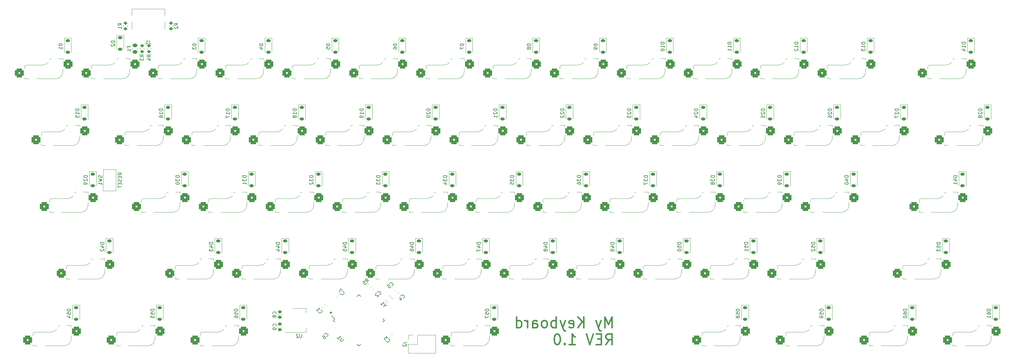
<source format=gbr>
%TF.GenerationSoftware,KiCad,Pcbnew,9.0.3*%
%TF.CreationDate,2025-08-02T20:14:01-05:00*%
%TF.ProjectId,my-keyboard,6d792d6b-6579-4626-9f61-72642e6b6963,1.0*%
%TF.SameCoordinates,Original*%
%TF.FileFunction,Legend,Bot*%
%TF.FilePolarity,Positive*%
%FSLAX46Y46*%
G04 Gerber Fmt 4.6, Leading zero omitted, Abs format (unit mm)*
G04 Created by KiCad (PCBNEW 9.0.3) date 2025-08-02 20:14:01*
%MOMM*%
%LPD*%
G01*
G04 APERTURE LIST*
G04 Aperture macros list*
%AMRoundRect*
0 Rectangle with rounded corners*
0 $1 Rounding radius*
0 $2 $3 $4 $5 $6 $7 $8 $9 X,Y pos of 4 corners*
0 Add a 4 corners polygon primitive as box body*
4,1,4,$2,$3,$4,$5,$6,$7,$8,$9,$2,$3,0*
0 Add four circle primitives for the rounded corners*
1,1,$1+$1,$2,$3*
1,1,$1+$1,$4,$5*
1,1,$1+$1,$6,$7*
1,1,$1+$1,$8,$9*
0 Add four rect primitives between the rounded corners*
20,1,$1+$1,$2,$3,$4,$5,0*
20,1,$1+$1,$4,$5,$6,$7,0*
20,1,$1+$1,$6,$7,$8,$9,0*
20,1,$1+$1,$8,$9,$2,$3,0*%
%AMRotRect*
0 Rectangle, with rotation*
0 The origin of the aperture is its center*
0 $1 length*
0 $2 width*
0 $3 Rotation angle, in degrees counterclockwise*
0 Add horizontal line*
21,1,$1,$2,0,0,$3*%
G04 Aperture macros list end*
%ADD10C,0.325000*%
%ADD11C,0.400000*%
%ADD12C,0.150000*%
%ADD13C,0.100000*%
%ADD14C,0.120000*%
%ADD15C,1.700000*%
%ADD16C,4.000000*%
%ADD17RoundRect,0.500000X-0.750000X-0.775000X0.750000X-0.775000X0.750000X0.775000X-0.750000X0.775000X0*%
%ADD18C,3.600000*%
%ADD19C,3.987800*%
%ADD20RoundRect,0.225000X-0.375000X0.225000X-0.375000X-0.225000X0.375000X-0.225000X0.375000X0.225000X0*%
%ADD21R,1.700000X1.700000*%
%ADD22O,1.700000X1.700000*%
%ADD23RoundRect,0.225000X-0.017678X0.335876X-0.335876X0.017678X0.017678X-0.335876X0.335876X-0.017678X0*%
%ADD24RoundRect,0.225000X0.017678X-0.335876X0.335876X-0.017678X-0.017678X0.335876X-0.335876X0.017678X0*%
%ADD25RoundRect,0.200000X0.275000X-0.200000X0.275000X0.200000X-0.275000X0.200000X-0.275000X-0.200000X0*%
%ADD26C,3.200000*%
%ADD27RotRect,1.500000X0.550000X315.000000*%
%ADD28RotRect,1.500000X0.550000X225.000000*%
%ADD29RoundRect,0.200000X-0.053033X0.335876X-0.335876X0.053033X0.053033X-0.335876X0.335876X-0.053033X0*%
%ADD30RoundRect,0.200000X-0.275000X0.200000X-0.275000X-0.200000X0.275000X-0.200000X0.275000X0.200000X0*%
%ADD31RoundRect,0.225000X0.335876X0.017678X0.017678X0.335876X-0.335876X-0.017678X-0.017678X-0.335876X0*%
%ADD32RoundRect,0.225000X-0.250000X0.225000X-0.250000X-0.225000X0.250000X-0.225000X0.250000X0.225000X0*%
%ADD33RotRect,1.000000X1.800000X135.000000*%
%ADD34RoundRect,0.243750X-0.456250X0.243750X-0.456250X-0.243750X0.456250X-0.243750X0.456250X0.243750X0*%
%ADD35RoundRect,0.225000X0.250000X-0.225000X0.250000X0.225000X-0.250000X0.225000X-0.250000X-0.225000X0*%
%ADD36R,1.500000X1.500000*%
%ADD37C,0.650000*%
%ADD38R,0.600000X1.450000*%
%ADD39R,0.300000X1.450000*%
%ADD40O,1.000000X1.600000*%
%ADD41O,1.000000X2.100000*%
%ADD42R,2.000000X1.500000*%
%ADD43R,2.000000X3.800000*%
%ADD44RoundRect,0.225000X-0.335876X-0.017678X-0.017678X-0.335876X0.335876X0.017678X0.017678X0.335876X0*%
G04 APERTURE END LIST*
D10*
X94191171Y-85811884D02*
G75*
G02*
X93866171Y-85811884I-162500J0D01*
G01*
X93866171Y-85811884D02*
G75*
G02*
X94191171Y-85811884I162500J0D01*
G01*
D11*
X174022557Y-90032225D02*
X174022557Y-87032225D01*
X174022557Y-87032225D02*
X173022557Y-89175082D01*
X173022557Y-89175082D02*
X172022557Y-87032225D01*
X172022557Y-87032225D02*
X172022557Y-90032225D01*
X170879700Y-88032225D02*
X170165414Y-90032225D01*
X169451129Y-88032225D02*
X170165414Y-90032225D01*
X170165414Y-90032225D02*
X170451129Y-90746510D01*
X170451129Y-90746510D02*
X170593986Y-90889368D01*
X170593986Y-90889368D02*
X170879700Y-91032225D01*
X166022558Y-90032225D02*
X166022558Y-87032225D01*
X164308272Y-90032225D02*
X165593986Y-88317939D01*
X164308272Y-87032225D02*
X166022558Y-88746510D01*
X161879701Y-89889368D02*
X162165415Y-90032225D01*
X162165415Y-90032225D02*
X162736844Y-90032225D01*
X162736844Y-90032225D02*
X163022558Y-89889368D01*
X163022558Y-89889368D02*
X163165415Y-89603653D01*
X163165415Y-89603653D02*
X163165415Y-88460796D01*
X163165415Y-88460796D02*
X163022558Y-88175082D01*
X163022558Y-88175082D02*
X162736844Y-88032225D01*
X162736844Y-88032225D02*
X162165415Y-88032225D01*
X162165415Y-88032225D02*
X161879701Y-88175082D01*
X161879701Y-88175082D02*
X161736844Y-88460796D01*
X161736844Y-88460796D02*
X161736844Y-88746510D01*
X161736844Y-88746510D02*
X163165415Y-89032225D01*
X160736843Y-88032225D02*
X160022557Y-90032225D01*
X159308272Y-88032225D02*
X160022557Y-90032225D01*
X160022557Y-90032225D02*
X160308272Y-90746510D01*
X160308272Y-90746510D02*
X160451129Y-90889368D01*
X160451129Y-90889368D02*
X160736843Y-91032225D01*
X158165415Y-90032225D02*
X158165415Y-87032225D01*
X158165415Y-88175082D02*
X157879701Y-88032225D01*
X157879701Y-88032225D02*
X157308272Y-88032225D01*
X157308272Y-88032225D02*
X157022558Y-88175082D01*
X157022558Y-88175082D02*
X156879701Y-88317939D01*
X156879701Y-88317939D02*
X156736843Y-88603653D01*
X156736843Y-88603653D02*
X156736843Y-89460796D01*
X156736843Y-89460796D02*
X156879701Y-89746510D01*
X156879701Y-89746510D02*
X157022558Y-89889368D01*
X157022558Y-89889368D02*
X157308272Y-90032225D01*
X157308272Y-90032225D02*
X157879701Y-90032225D01*
X157879701Y-90032225D02*
X158165415Y-89889368D01*
X155022557Y-90032225D02*
X155308272Y-89889368D01*
X155308272Y-89889368D02*
X155451129Y-89746510D01*
X155451129Y-89746510D02*
X155593986Y-89460796D01*
X155593986Y-89460796D02*
X155593986Y-88603653D01*
X155593986Y-88603653D02*
X155451129Y-88317939D01*
X155451129Y-88317939D02*
X155308272Y-88175082D01*
X155308272Y-88175082D02*
X155022557Y-88032225D01*
X155022557Y-88032225D02*
X154593986Y-88032225D01*
X154593986Y-88032225D02*
X154308272Y-88175082D01*
X154308272Y-88175082D02*
X154165415Y-88317939D01*
X154165415Y-88317939D02*
X154022557Y-88603653D01*
X154022557Y-88603653D02*
X154022557Y-89460796D01*
X154022557Y-89460796D02*
X154165415Y-89746510D01*
X154165415Y-89746510D02*
X154308272Y-89889368D01*
X154308272Y-89889368D02*
X154593986Y-90032225D01*
X154593986Y-90032225D02*
X155022557Y-90032225D01*
X151451129Y-90032225D02*
X151451129Y-88460796D01*
X151451129Y-88460796D02*
X151593986Y-88175082D01*
X151593986Y-88175082D02*
X151879700Y-88032225D01*
X151879700Y-88032225D02*
X152451129Y-88032225D01*
X152451129Y-88032225D02*
X152736843Y-88175082D01*
X151451129Y-89889368D02*
X151736843Y-90032225D01*
X151736843Y-90032225D02*
X152451129Y-90032225D01*
X152451129Y-90032225D02*
X152736843Y-89889368D01*
X152736843Y-89889368D02*
X152879700Y-89603653D01*
X152879700Y-89603653D02*
X152879700Y-89317939D01*
X152879700Y-89317939D02*
X152736843Y-89032225D01*
X152736843Y-89032225D02*
X152451129Y-88889368D01*
X152451129Y-88889368D02*
X151736843Y-88889368D01*
X151736843Y-88889368D02*
X151451129Y-88746510D01*
X150022557Y-90032225D02*
X150022557Y-88032225D01*
X150022557Y-88603653D02*
X149879700Y-88317939D01*
X149879700Y-88317939D02*
X149736843Y-88175082D01*
X149736843Y-88175082D02*
X149451128Y-88032225D01*
X149451128Y-88032225D02*
X149165414Y-88032225D01*
X146879700Y-90032225D02*
X146879700Y-87032225D01*
X146879700Y-89889368D02*
X147165414Y-90032225D01*
X147165414Y-90032225D02*
X147736842Y-90032225D01*
X147736842Y-90032225D02*
X148022557Y-89889368D01*
X148022557Y-89889368D02*
X148165414Y-89746510D01*
X148165414Y-89746510D02*
X148308271Y-89460796D01*
X148308271Y-89460796D02*
X148308271Y-88603653D01*
X148308271Y-88603653D02*
X148165414Y-88317939D01*
X148165414Y-88317939D02*
X148022557Y-88175082D01*
X148022557Y-88175082D02*
X147736842Y-88032225D01*
X147736842Y-88032225D02*
X147165414Y-88032225D01*
X147165414Y-88032225D02*
X146879700Y-88175082D01*
X172308271Y-94862057D02*
X173308271Y-93433485D01*
X174022557Y-94862057D02*
X174022557Y-91862057D01*
X174022557Y-91862057D02*
X172879700Y-91862057D01*
X172879700Y-91862057D02*
X172593985Y-92004914D01*
X172593985Y-92004914D02*
X172451128Y-92147771D01*
X172451128Y-92147771D02*
X172308271Y-92433485D01*
X172308271Y-92433485D02*
X172308271Y-92862057D01*
X172308271Y-92862057D02*
X172451128Y-93147771D01*
X172451128Y-93147771D02*
X172593985Y-93290628D01*
X172593985Y-93290628D02*
X172879700Y-93433485D01*
X172879700Y-93433485D02*
X174022557Y-93433485D01*
X171022557Y-93290628D02*
X170022557Y-93290628D01*
X169593985Y-94862057D02*
X171022557Y-94862057D01*
X171022557Y-94862057D02*
X171022557Y-91862057D01*
X171022557Y-91862057D02*
X169593985Y-91862057D01*
X168736842Y-91862057D02*
X167736842Y-94862057D01*
X167736842Y-94862057D02*
X166736842Y-91862057D01*
X161879699Y-94862057D02*
X163593985Y-94862057D01*
X162736842Y-94862057D02*
X162736842Y-91862057D01*
X162736842Y-91862057D02*
X163022556Y-92290628D01*
X163022556Y-92290628D02*
X163308271Y-92576342D01*
X163308271Y-92576342D02*
X163593985Y-92719200D01*
X160593985Y-94576342D02*
X160451128Y-94719200D01*
X160451128Y-94719200D02*
X160593985Y-94862057D01*
X160593985Y-94862057D02*
X160736842Y-94719200D01*
X160736842Y-94719200D02*
X160593985Y-94576342D01*
X160593985Y-94576342D02*
X160593985Y-94862057D01*
X158593985Y-91862057D02*
X158308271Y-91862057D01*
X158308271Y-91862057D02*
X158022557Y-92004914D01*
X158022557Y-92004914D02*
X157879700Y-92147771D01*
X157879700Y-92147771D02*
X157736842Y-92433485D01*
X157736842Y-92433485D02*
X157593985Y-93004914D01*
X157593985Y-93004914D02*
X157593985Y-93719200D01*
X157593985Y-93719200D02*
X157736842Y-94290628D01*
X157736842Y-94290628D02*
X157879700Y-94576342D01*
X157879700Y-94576342D02*
X158022557Y-94719200D01*
X158022557Y-94719200D02*
X158308271Y-94862057D01*
X158308271Y-94862057D02*
X158593985Y-94862057D01*
X158593985Y-94862057D02*
X158879700Y-94719200D01*
X158879700Y-94719200D02*
X159022557Y-94576342D01*
X159022557Y-94576342D02*
X159165414Y-94290628D01*
X159165414Y-94290628D02*
X159308271Y-93719200D01*
X159308271Y-93719200D02*
X159308271Y-93004914D01*
X159308271Y-93004914D02*
X159165414Y-92433485D01*
X159165414Y-92433485D02*
X159022557Y-92147771D01*
X159022557Y-92147771D02*
X158879700Y-92004914D01*
X158879700Y-92004914D02*
X158593985Y-91862057D01*
D12*
X236607319Y-27670714D02*
X235607319Y-27670714D01*
X235607319Y-27670714D02*
X235607319Y-27908809D01*
X235607319Y-27908809D02*
X235654938Y-28051666D01*
X235654938Y-28051666D02*
X235750176Y-28146904D01*
X235750176Y-28146904D02*
X235845414Y-28194523D01*
X235845414Y-28194523D02*
X236035890Y-28242142D01*
X236035890Y-28242142D02*
X236178747Y-28242142D01*
X236178747Y-28242142D02*
X236369223Y-28194523D01*
X236369223Y-28194523D02*
X236464461Y-28146904D01*
X236464461Y-28146904D02*
X236559700Y-28051666D01*
X236559700Y-28051666D02*
X236607319Y-27908809D01*
X236607319Y-27908809D02*
X236607319Y-27670714D01*
X235702557Y-28623095D02*
X235654938Y-28670714D01*
X235654938Y-28670714D02*
X235607319Y-28765952D01*
X235607319Y-28765952D02*
X235607319Y-29004047D01*
X235607319Y-29004047D02*
X235654938Y-29099285D01*
X235654938Y-29099285D02*
X235702557Y-29146904D01*
X235702557Y-29146904D02*
X235797795Y-29194523D01*
X235797795Y-29194523D02*
X235893033Y-29194523D01*
X235893033Y-29194523D02*
X236035890Y-29146904D01*
X236035890Y-29146904D02*
X236607319Y-28575476D01*
X236607319Y-28575476D02*
X236607319Y-29194523D01*
X235607319Y-30051666D02*
X235607319Y-29861190D01*
X235607319Y-29861190D02*
X235654938Y-29765952D01*
X235654938Y-29765952D02*
X235702557Y-29718333D01*
X235702557Y-29718333D02*
X235845414Y-29623095D01*
X235845414Y-29623095D02*
X236035890Y-29575476D01*
X236035890Y-29575476D02*
X236416842Y-29575476D01*
X236416842Y-29575476D02*
X236512080Y-29623095D01*
X236512080Y-29623095D02*
X236559700Y-29670714D01*
X236559700Y-29670714D02*
X236607319Y-29765952D01*
X236607319Y-29765952D02*
X236607319Y-29956428D01*
X236607319Y-29956428D02*
X236559700Y-30051666D01*
X236559700Y-30051666D02*
X236512080Y-30099285D01*
X236512080Y-30099285D02*
X236416842Y-30146904D01*
X236416842Y-30146904D02*
X236178747Y-30146904D01*
X236178747Y-30146904D02*
X236083509Y-30099285D01*
X236083509Y-30099285D02*
X236035890Y-30051666D01*
X236035890Y-30051666D02*
X235988271Y-29956428D01*
X235988271Y-29956428D02*
X235988271Y-29765952D01*
X235988271Y-29765952D02*
X236035890Y-29670714D01*
X236035890Y-29670714D02*
X236083509Y-29623095D01*
X236083509Y-29623095D02*
X236178747Y-29575476D01*
X198507319Y-27670714D02*
X197507319Y-27670714D01*
X197507319Y-27670714D02*
X197507319Y-27908809D01*
X197507319Y-27908809D02*
X197554938Y-28051666D01*
X197554938Y-28051666D02*
X197650176Y-28146904D01*
X197650176Y-28146904D02*
X197745414Y-28194523D01*
X197745414Y-28194523D02*
X197935890Y-28242142D01*
X197935890Y-28242142D02*
X198078747Y-28242142D01*
X198078747Y-28242142D02*
X198269223Y-28194523D01*
X198269223Y-28194523D02*
X198364461Y-28146904D01*
X198364461Y-28146904D02*
X198459700Y-28051666D01*
X198459700Y-28051666D02*
X198507319Y-27908809D01*
X198507319Y-27908809D02*
X198507319Y-27670714D01*
X197602557Y-28623095D02*
X197554938Y-28670714D01*
X197554938Y-28670714D02*
X197507319Y-28765952D01*
X197507319Y-28765952D02*
X197507319Y-29004047D01*
X197507319Y-29004047D02*
X197554938Y-29099285D01*
X197554938Y-29099285D02*
X197602557Y-29146904D01*
X197602557Y-29146904D02*
X197697795Y-29194523D01*
X197697795Y-29194523D02*
X197793033Y-29194523D01*
X197793033Y-29194523D02*
X197935890Y-29146904D01*
X197935890Y-29146904D02*
X198507319Y-28575476D01*
X198507319Y-28575476D02*
X198507319Y-29194523D01*
X197840652Y-30051666D02*
X198507319Y-30051666D01*
X197459700Y-29813571D02*
X198173985Y-29575476D01*
X198173985Y-29575476D02*
X198173985Y-30194523D01*
X43726069Y-84820714D02*
X42726069Y-84820714D01*
X42726069Y-84820714D02*
X42726069Y-85058809D01*
X42726069Y-85058809D02*
X42773688Y-85201666D01*
X42773688Y-85201666D02*
X42868926Y-85296904D01*
X42868926Y-85296904D02*
X42964164Y-85344523D01*
X42964164Y-85344523D02*
X43154640Y-85392142D01*
X43154640Y-85392142D02*
X43297497Y-85392142D01*
X43297497Y-85392142D02*
X43487973Y-85344523D01*
X43487973Y-85344523D02*
X43583211Y-85296904D01*
X43583211Y-85296904D02*
X43678450Y-85201666D01*
X43678450Y-85201666D02*
X43726069Y-85058809D01*
X43726069Y-85058809D02*
X43726069Y-84820714D01*
X42726069Y-86296904D02*
X42726069Y-85820714D01*
X42726069Y-85820714D02*
X43202259Y-85773095D01*
X43202259Y-85773095D02*
X43154640Y-85820714D01*
X43154640Y-85820714D02*
X43107021Y-85915952D01*
X43107021Y-85915952D02*
X43107021Y-86154047D01*
X43107021Y-86154047D02*
X43154640Y-86249285D01*
X43154640Y-86249285D02*
X43202259Y-86296904D01*
X43202259Y-86296904D02*
X43297497Y-86344523D01*
X43297497Y-86344523D02*
X43535592Y-86344523D01*
X43535592Y-86344523D02*
X43630830Y-86296904D01*
X43630830Y-86296904D02*
X43678450Y-86249285D01*
X43678450Y-86249285D02*
X43726069Y-86154047D01*
X43726069Y-86154047D02*
X43726069Y-85915952D01*
X43726069Y-85915952D02*
X43678450Y-85820714D01*
X43678450Y-85820714D02*
X43630830Y-85773095D01*
X42726069Y-87249285D02*
X42726069Y-86773095D01*
X42726069Y-86773095D02*
X43202259Y-86725476D01*
X43202259Y-86725476D02*
X43154640Y-86773095D01*
X43154640Y-86773095D02*
X43107021Y-86868333D01*
X43107021Y-86868333D02*
X43107021Y-87106428D01*
X43107021Y-87106428D02*
X43154640Y-87201666D01*
X43154640Y-87201666D02*
X43202259Y-87249285D01*
X43202259Y-87249285D02*
X43297497Y-87296904D01*
X43297497Y-87296904D02*
X43535592Y-87296904D01*
X43535592Y-87296904D02*
X43630830Y-87249285D01*
X43630830Y-87249285D02*
X43678450Y-87201666D01*
X43678450Y-87201666D02*
X43726069Y-87106428D01*
X43726069Y-87106428D02*
X43726069Y-86868333D01*
X43726069Y-86868333D02*
X43678450Y-86773095D01*
X43678450Y-86773095D02*
X43630830Y-86725476D01*
X279469819Y-27670714D02*
X278469819Y-27670714D01*
X278469819Y-27670714D02*
X278469819Y-27908809D01*
X278469819Y-27908809D02*
X278517438Y-28051666D01*
X278517438Y-28051666D02*
X278612676Y-28146904D01*
X278612676Y-28146904D02*
X278707914Y-28194523D01*
X278707914Y-28194523D02*
X278898390Y-28242142D01*
X278898390Y-28242142D02*
X279041247Y-28242142D01*
X279041247Y-28242142D02*
X279231723Y-28194523D01*
X279231723Y-28194523D02*
X279326961Y-28146904D01*
X279326961Y-28146904D02*
X279422200Y-28051666D01*
X279422200Y-28051666D02*
X279469819Y-27908809D01*
X279469819Y-27908809D02*
X279469819Y-27670714D01*
X278565057Y-28623095D02*
X278517438Y-28670714D01*
X278517438Y-28670714D02*
X278469819Y-28765952D01*
X278469819Y-28765952D02*
X278469819Y-29004047D01*
X278469819Y-29004047D02*
X278517438Y-29099285D01*
X278517438Y-29099285D02*
X278565057Y-29146904D01*
X278565057Y-29146904D02*
X278660295Y-29194523D01*
X278660295Y-29194523D02*
X278755533Y-29194523D01*
X278755533Y-29194523D02*
X278898390Y-29146904D01*
X278898390Y-29146904D02*
X279469819Y-28575476D01*
X279469819Y-28575476D02*
X279469819Y-29194523D01*
X278898390Y-29765952D02*
X278850771Y-29670714D01*
X278850771Y-29670714D02*
X278803152Y-29623095D01*
X278803152Y-29623095D02*
X278707914Y-29575476D01*
X278707914Y-29575476D02*
X278660295Y-29575476D01*
X278660295Y-29575476D02*
X278565057Y-29623095D01*
X278565057Y-29623095D02*
X278517438Y-29670714D01*
X278517438Y-29670714D02*
X278469819Y-29765952D01*
X278469819Y-29765952D02*
X278469819Y-29956428D01*
X278469819Y-29956428D02*
X278517438Y-30051666D01*
X278517438Y-30051666D02*
X278565057Y-30099285D01*
X278565057Y-30099285D02*
X278660295Y-30146904D01*
X278660295Y-30146904D02*
X278707914Y-30146904D01*
X278707914Y-30146904D02*
X278803152Y-30099285D01*
X278803152Y-30099285D02*
X278850771Y-30051666D01*
X278850771Y-30051666D02*
X278898390Y-29956428D01*
X278898390Y-29956428D02*
X278898390Y-29765952D01*
X278898390Y-29765952D02*
X278946009Y-29670714D01*
X278946009Y-29670714D02*
X278993628Y-29623095D01*
X278993628Y-29623095D02*
X279088866Y-29575476D01*
X279088866Y-29575476D02*
X279279342Y-29575476D01*
X279279342Y-29575476D02*
X279374580Y-29623095D01*
X279374580Y-29623095D02*
X279422200Y-29670714D01*
X279422200Y-29670714D02*
X279469819Y-29765952D01*
X279469819Y-29765952D02*
X279469819Y-29956428D01*
X279469819Y-29956428D02*
X279422200Y-30051666D01*
X279422200Y-30051666D02*
X279374580Y-30099285D01*
X279374580Y-30099285D02*
X279279342Y-30146904D01*
X279279342Y-30146904D02*
X279088866Y-30146904D01*
X279088866Y-30146904D02*
X278993628Y-30099285D01*
X278993628Y-30099285D02*
X278946009Y-30051666D01*
X278946009Y-30051666D02*
X278898390Y-29956428D01*
X203269819Y-46720714D02*
X202269819Y-46720714D01*
X202269819Y-46720714D02*
X202269819Y-46958809D01*
X202269819Y-46958809D02*
X202317438Y-47101666D01*
X202317438Y-47101666D02*
X202412676Y-47196904D01*
X202412676Y-47196904D02*
X202507914Y-47244523D01*
X202507914Y-47244523D02*
X202698390Y-47292142D01*
X202698390Y-47292142D02*
X202841247Y-47292142D01*
X202841247Y-47292142D02*
X203031723Y-47244523D01*
X203031723Y-47244523D02*
X203126961Y-47196904D01*
X203126961Y-47196904D02*
X203222200Y-47101666D01*
X203222200Y-47101666D02*
X203269819Y-46958809D01*
X203269819Y-46958809D02*
X203269819Y-46720714D01*
X202269819Y-47625476D02*
X202269819Y-48244523D01*
X202269819Y-48244523D02*
X202650771Y-47911190D01*
X202650771Y-47911190D02*
X202650771Y-48054047D01*
X202650771Y-48054047D02*
X202698390Y-48149285D01*
X202698390Y-48149285D02*
X202746009Y-48196904D01*
X202746009Y-48196904D02*
X202841247Y-48244523D01*
X202841247Y-48244523D02*
X203079342Y-48244523D01*
X203079342Y-48244523D02*
X203174580Y-48196904D01*
X203174580Y-48196904D02*
X203222200Y-48149285D01*
X203222200Y-48149285D02*
X203269819Y-48054047D01*
X203269819Y-48054047D02*
X203269819Y-47768333D01*
X203269819Y-47768333D02*
X203222200Y-47673095D01*
X203222200Y-47673095D02*
X203174580Y-47625476D01*
X202698390Y-48815952D02*
X202650771Y-48720714D01*
X202650771Y-48720714D02*
X202603152Y-48673095D01*
X202603152Y-48673095D02*
X202507914Y-48625476D01*
X202507914Y-48625476D02*
X202460295Y-48625476D01*
X202460295Y-48625476D02*
X202365057Y-48673095D01*
X202365057Y-48673095D02*
X202317438Y-48720714D01*
X202317438Y-48720714D02*
X202269819Y-48815952D01*
X202269819Y-48815952D02*
X202269819Y-49006428D01*
X202269819Y-49006428D02*
X202317438Y-49101666D01*
X202317438Y-49101666D02*
X202365057Y-49149285D01*
X202365057Y-49149285D02*
X202460295Y-49196904D01*
X202460295Y-49196904D02*
X202507914Y-49196904D01*
X202507914Y-49196904D02*
X202603152Y-49149285D01*
X202603152Y-49149285D02*
X202650771Y-49101666D01*
X202650771Y-49101666D02*
X202698390Y-49006428D01*
X202698390Y-49006428D02*
X202698390Y-48815952D01*
X202698390Y-48815952D02*
X202746009Y-48720714D01*
X202746009Y-48720714D02*
X202793628Y-48673095D01*
X202793628Y-48673095D02*
X202888866Y-48625476D01*
X202888866Y-48625476D02*
X203079342Y-48625476D01*
X203079342Y-48625476D02*
X203174580Y-48673095D01*
X203174580Y-48673095D02*
X203222200Y-48720714D01*
X203222200Y-48720714D02*
X203269819Y-48815952D01*
X203269819Y-48815952D02*
X203269819Y-49006428D01*
X203269819Y-49006428D02*
X203222200Y-49101666D01*
X203222200Y-49101666D02*
X203174580Y-49149285D01*
X203174580Y-49149285D02*
X203079342Y-49196904D01*
X203079342Y-49196904D02*
X202888866Y-49196904D01*
X202888866Y-49196904D02*
X202793628Y-49149285D01*
X202793628Y-49149285D02*
X202746009Y-49101666D01*
X202746009Y-49101666D02*
X202698390Y-49006428D01*
X114544819Y-94436666D02*
X115259104Y-94436666D01*
X115259104Y-94436666D02*
X115401961Y-94389047D01*
X115401961Y-94389047D02*
X115497200Y-94293809D01*
X115497200Y-94293809D02*
X115544819Y-94150952D01*
X115544819Y-94150952D02*
X115544819Y-94055714D01*
X114640057Y-94865238D02*
X114592438Y-94912857D01*
X114592438Y-94912857D02*
X114544819Y-95008095D01*
X114544819Y-95008095D02*
X114544819Y-95246190D01*
X114544819Y-95246190D02*
X114592438Y-95341428D01*
X114592438Y-95341428D02*
X114640057Y-95389047D01*
X114640057Y-95389047D02*
X114735295Y-95436666D01*
X114735295Y-95436666D02*
X114830533Y-95436666D01*
X114830533Y-95436666D02*
X114973390Y-95389047D01*
X114973390Y-95389047D02*
X115544819Y-94817619D01*
X115544819Y-94817619D02*
X115544819Y-95436666D01*
X84207319Y-27670714D02*
X83207319Y-27670714D01*
X83207319Y-27670714D02*
X83207319Y-27908809D01*
X83207319Y-27908809D02*
X83254938Y-28051666D01*
X83254938Y-28051666D02*
X83350176Y-28146904D01*
X83350176Y-28146904D02*
X83445414Y-28194523D01*
X83445414Y-28194523D02*
X83635890Y-28242142D01*
X83635890Y-28242142D02*
X83778747Y-28242142D01*
X83778747Y-28242142D02*
X83969223Y-28194523D01*
X83969223Y-28194523D02*
X84064461Y-28146904D01*
X84064461Y-28146904D02*
X84159700Y-28051666D01*
X84159700Y-28051666D02*
X84207319Y-27908809D01*
X84207319Y-27908809D02*
X84207319Y-27670714D01*
X84207319Y-29194523D02*
X84207319Y-28623095D01*
X84207319Y-28908809D02*
X83207319Y-28908809D01*
X83207319Y-28908809D02*
X83350176Y-28813571D01*
X83350176Y-28813571D02*
X83445414Y-28718333D01*
X83445414Y-28718333D02*
X83493033Y-28623095D01*
X83635890Y-29765952D02*
X83588271Y-29670714D01*
X83588271Y-29670714D02*
X83540652Y-29623095D01*
X83540652Y-29623095D02*
X83445414Y-29575476D01*
X83445414Y-29575476D02*
X83397795Y-29575476D01*
X83397795Y-29575476D02*
X83302557Y-29623095D01*
X83302557Y-29623095D02*
X83254938Y-29670714D01*
X83254938Y-29670714D02*
X83207319Y-29765952D01*
X83207319Y-29765952D02*
X83207319Y-29956428D01*
X83207319Y-29956428D02*
X83254938Y-30051666D01*
X83254938Y-30051666D02*
X83302557Y-30099285D01*
X83302557Y-30099285D02*
X83397795Y-30146904D01*
X83397795Y-30146904D02*
X83445414Y-30146904D01*
X83445414Y-30146904D02*
X83540652Y-30099285D01*
X83540652Y-30099285D02*
X83588271Y-30051666D01*
X83588271Y-30051666D02*
X83635890Y-29956428D01*
X83635890Y-29956428D02*
X83635890Y-29765952D01*
X83635890Y-29765952D02*
X83683509Y-29670714D01*
X83683509Y-29670714D02*
X83731128Y-29623095D01*
X83731128Y-29623095D02*
X83826366Y-29575476D01*
X83826366Y-29575476D02*
X84016842Y-29575476D01*
X84016842Y-29575476D02*
X84112080Y-29623095D01*
X84112080Y-29623095D02*
X84159700Y-29670714D01*
X84159700Y-29670714D02*
X84207319Y-29765952D01*
X84207319Y-29765952D02*
X84207319Y-29956428D01*
X84207319Y-29956428D02*
X84159700Y-30051666D01*
X84159700Y-30051666D02*
X84112080Y-30099285D01*
X84112080Y-30099285D02*
X84016842Y-30146904D01*
X84016842Y-30146904D02*
X83826366Y-30146904D01*
X83826366Y-30146904D02*
X83731128Y-30099285D01*
X83731128Y-30099285D02*
X83683509Y-30051666D01*
X83683509Y-30051666D02*
X83635890Y-29956428D01*
X212794819Y-65770714D02*
X211794819Y-65770714D01*
X211794819Y-65770714D02*
X211794819Y-66008809D01*
X211794819Y-66008809D02*
X211842438Y-66151666D01*
X211842438Y-66151666D02*
X211937676Y-66246904D01*
X211937676Y-66246904D02*
X212032914Y-66294523D01*
X212032914Y-66294523D02*
X212223390Y-66342142D01*
X212223390Y-66342142D02*
X212366247Y-66342142D01*
X212366247Y-66342142D02*
X212556723Y-66294523D01*
X212556723Y-66294523D02*
X212651961Y-66246904D01*
X212651961Y-66246904D02*
X212747200Y-66151666D01*
X212747200Y-66151666D02*
X212794819Y-66008809D01*
X212794819Y-66008809D02*
X212794819Y-65770714D01*
X211794819Y-67246904D02*
X211794819Y-66770714D01*
X211794819Y-66770714D02*
X212271009Y-66723095D01*
X212271009Y-66723095D02*
X212223390Y-66770714D01*
X212223390Y-66770714D02*
X212175771Y-66865952D01*
X212175771Y-66865952D02*
X212175771Y-67104047D01*
X212175771Y-67104047D02*
X212223390Y-67199285D01*
X212223390Y-67199285D02*
X212271009Y-67246904D01*
X212271009Y-67246904D02*
X212366247Y-67294523D01*
X212366247Y-67294523D02*
X212604342Y-67294523D01*
X212604342Y-67294523D02*
X212699580Y-67246904D01*
X212699580Y-67246904D02*
X212747200Y-67199285D01*
X212747200Y-67199285D02*
X212794819Y-67104047D01*
X212794819Y-67104047D02*
X212794819Y-66865952D01*
X212794819Y-66865952D02*
X212747200Y-66770714D01*
X212747200Y-66770714D02*
X212699580Y-66723095D01*
X212794819Y-68246904D02*
X212794819Y-67675476D01*
X212794819Y-67961190D02*
X211794819Y-67961190D01*
X211794819Y-67961190D02*
X211937676Y-67865952D01*
X211937676Y-67865952D02*
X212032914Y-67770714D01*
X212032914Y-67770714D02*
X212080533Y-67675476D01*
X188982319Y-8620714D02*
X187982319Y-8620714D01*
X187982319Y-8620714D02*
X187982319Y-8858809D01*
X187982319Y-8858809D02*
X188029938Y-9001666D01*
X188029938Y-9001666D02*
X188125176Y-9096904D01*
X188125176Y-9096904D02*
X188220414Y-9144523D01*
X188220414Y-9144523D02*
X188410890Y-9192142D01*
X188410890Y-9192142D02*
X188553747Y-9192142D01*
X188553747Y-9192142D02*
X188744223Y-9144523D01*
X188744223Y-9144523D02*
X188839461Y-9096904D01*
X188839461Y-9096904D02*
X188934700Y-9001666D01*
X188934700Y-9001666D02*
X188982319Y-8858809D01*
X188982319Y-8858809D02*
X188982319Y-8620714D01*
X188982319Y-10144523D02*
X188982319Y-9573095D01*
X188982319Y-9858809D02*
X187982319Y-9858809D01*
X187982319Y-9858809D02*
X188125176Y-9763571D01*
X188125176Y-9763571D02*
X188220414Y-9668333D01*
X188220414Y-9668333D02*
X188268033Y-9573095D01*
X187982319Y-10763571D02*
X187982319Y-10858809D01*
X187982319Y-10858809D02*
X188029938Y-10954047D01*
X188029938Y-10954047D02*
X188077557Y-11001666D01*
X188077557Y-11001666D02*
X188172795Y-11049285D01*
X188172795Y-11049285D02*
X188363271Y-11096904D01*
X188363271Y-11096904D02*
X188601366Y-11096904D01*
X188601366Y-11096904D02*
X188791842Y-11049285D01*
X188791842Y-11049285D02*
X188887080Y-11001666D01*
X188887080Y-11001666D02*
X188934700Y-10954047D01*
X188934700Y-10954047D02*
X188982319Y-10858809D01*
X188982319Y-10858809D02*
X188982319Y-10763571D01*
X188982319Y-10763571D02*
X188934700Y-10668333D01*
X188934700Y-10668333D02*
X188887080Y-10620714D01*
X188887080Y-10620714D02*
X188791842Y-10573095D01*
X188791842Y-10573095D02*
X188601366Y-10525476D01*
X188601366Y-10525476D02*
X188363271Y-10525476D01*
X188363271Y-10525476D02*
X188172795Y-10573095D01*
X188172795Y-10573095D02*
X188077557Y-10620714D01*
X188077557Y-10620714D02*
X188029938Y-10668333D01*
X188029938Y-10668333D02*
X187982319Y-10763571D01*
X98494819Y-65770714D02*
X97494819Y-65770714D01*
X97494819Y-65770714D02*
X97494819Y-66008809D01*
X97494819Y-66008809D02*
X97542438Y-66151666D01*
X97542438Y-66151666D02*
X97637676Y-66246904D01*
X97637676Y-66246904D02*
X97732914Y-66294523D01*
X97732914Y-66294523D02*
X97923390Y-66342142D01*
X97923390Y-66342142D02*
X98066247Y-66342142D01*
X98066247Y-66342142D02*
X98256723Y-66294523D01*
X98256723Y-66294523D02*
X98351961Y-66246904D01*
X98351961Y-66246904D02*
X98447200Y-66151666D01*
X98447200Y-66151666D02*
X98494819Y-66008809D01*
X98494819Y-66008809D02*
X98494819Y-65770714D01*
X97828152Y-67199285D02*
X98494819Y-67199285D01*
X97447200Y-66961190D02*
X98161485Y-66723095D01*
X98161485Y-66723095D02*
X98161485Y-67342142D01*
X97494819Y-68199285D02*
X97494819Y-67723095D01*
X97494819Y-67723095D02*
X97971009Y-67675476D01*
X97971009Y-67675476D02*
X97923390Y-67723095D01*
X97923390Y-67723095D02*
X97875771Y-67818333D01*
X97875771Y-67818333D02*
X97875771Y-68056428D01*
X97875771Y-68056428D02*
X97923390Y-68151666D01*
X97923390Y-68151666D02*
X97971009Y-68199285D01*
X97971009Y-68199285D02*
X98066247Y-68246904D01*
X98066247Y-68246904D02*
X98304342Y-68246904D01*
X98304342Y-68246904D02*
X98399580Y-68199285D01*
X98399580Y-68199285D02*
X98447200Y-68151666D01*
X98447200Y-68151666D02*
X98494819Y-68056428D01*
X98494819Y-68056428D02*
X98494819Y-67818333D01*
X98494819Y-67818333D02*
X98447200Y-67723095D01*
X98447200Y-67723095D02*
X98399580Y-67675476D01*
X150882319Y-9096905D02*
X149882319Y-9096905D01*
X149882319Y-9096905D02*
X149882319Y-9335000D01*
X149882319Y-9335000D02*
X149929938Y-9477857D01*
X149929938Y-9477857D02*
X150025176Y-9573095D01*
X150025176Y-9573095D02*
X150120414Y-9620714D01*
X150120414Y-9620714D02*
X150310890Y-9668333D01*
X150310890Y-9668333D02*
X150453747Y-9668333D01*
X150453747Y-9668333D02*
X150644223Y-9620714D01*
X150644223Y-9620714D02*
X150739461Y-9573095D01*
X150739461Y-9573095D02*
X150834700Y-9477857D01*
X150834700Y-9477857D02*
X150882319Y-9335000D01*
X150882319Y-9335000D02*
X150882319Y-9096905D01*
X150310890Y-10239762D02*
X150263271Y-10144524D01*
X150263271Y-10144524D02*
X150215652Y-10096905D01*
X150215652Y-10096905D02*
X150120414Y-10049286D01*
X150120414Y-10049286D02*
X150072795Y-10049286D01*
X150072795Y-10049286D02*
X149977557Y-10096905D01*
X149977557Y-10096905D02*
X149929938Y-10144524D01*
X149929938Y-10144524D02*
X149882319Y-10239762D01*
X149882319Y-10239762D02*
X149882319Y-10430238D01*
X149882319Y-10430238D02*
X149929938Y-10525476D01*
X149929938Y-10525476D02*
X149977557Y-10573095D01*
X149977557Y-10573095D02*
X150072795Y-10620714D01*
X150072795Y-10620714D02*
X150120414Y-10620714D01*
X150120414Y-10620714D02*
X150215652Y-10573095D01*
X150215652Y-10573095D02*
X150263271Y-10525476D01*
X150263271Y-10525476D02*
X150310890Y-10430238D01*
X150310890Y-10430238D02*
X150310890Y-10239762D01*
X150310890Y-10239762D02*
X150358509Y-10144524D01*
X150358509Y-10144524D02*
X150406128Y-10096905D01*
X150406128Y-10096905D02*
X150501366Y-10049286D01*
X150501366Y-10049286D02*
X150691842Y-10049286D01*
X150691842Y-10049286D02*
X150787080Y-10096905D01*
X150787080Y-10096905D02*
X150834700Y-10144524D01*
X150834700Y-10144524D02*
X150882319Y-10239762D01*
X150882319Y-10239762D02*
X150882319Y-10430238D01*
X150882319Y-10430238D02*
X150834700Y-10525476D01*
X150834700Y-10525476D02*
X150787080Y-10573095D01*
X150787080Y-10573095D02*
X150691842Y-10620714D01*
X150691842Y-10620714D02*
X150501366Y-10620714D01*
X150501366Y-10620714D02*
X150406128Y-10573095D01*
X150406128Y-10573095D02*
X150358509Y-10525476D01*
X150358509Y-10525476D02*
X150310890Y-10430238D01*
X111360949Y-78125248D02*
X111428293Y-78125248D01*
X111428293Y-78125248D02*
X111562980Y-78057904D01*
X111562980Y-78057904D02*
X111630323Y-77990561D01*
X111630323Y-77990561D02*
X111697667Y-77855874D01*
X111697667Y-77855874D02*
X111697667Y-77721187D01*
X111697667Y-77721187D02*
X111663995Y-77620172D01*
X111663995Y-77620172D02*
X111562980Y-77451813D01*
X111562980Y-77451813D02*
X111461965Y-77350798D01*
X111461965Y-77350798D02*
X111293606Y-77249782D01*
X111293606Y-77249782D02*
X111192591Y-77216111D01*
X111192591Y-77216111D02*
X111057904Y-77216111D01*
X111057904Y-77216111D02*
X110923217Y-77283454D01*
X110923217Y-77283454D02*
X110855873Y-77350798D01*
X110855873Y-77350798D02*
X110788530Y-77485485D01*
X110788530Y-77485485D02*
X110788530Y-77552828D01*
X110081423Y-78125248D02*
X110418140Y-77788530D01*
X110418140Y-77788530D02*
X110788530Y-78091576D01*
X110788530Y-78091576D02*
X110721186Y-78091576D01*
X110721186Y-78091576D02*
X110620171Y-78125248D01*
X110620171Y-78125248D02*
X110451812Y-78293607D01*
X110451812Y-78293607D02*
X110418140Y-78394622D01*
X110418140Y-78394622D02*
X110418140Y-78461965D01*
X110418140Y-78461965D02*
X110451812Y-78562981D01*
X110451812Y-78562981D02*
X110620171Y-78731339D01*
X110620171Y-78731339D02*
X110721186Y-78765011D01*
X110721186Y-78765011D02*
X110788530Y-78765011D01*
X110788530Y-78765011D02*
X110889545Y-78731339D01*
X110889545Y-78731339D02*
X111057904Y-78562981D01*
X111057904Y-78562981D02*
X111091575Y-78461965D01*
X111091575Y-78461965D02*
X111091575Y-78394622D01*
X174694819Y-65770714D02*
X173694819Y-65770714D01*
X173694819Y-65770714D02*
X173694819Y-66008809D01*
X173694819Y-66008809D02*
X173742438Y-66151666D01*
X173742438Y-66151666D02*
X173837676Y-66246904D01*
X173837676Y-66246904D02*
X173932914Y-66294523D01*
X173932914Y-66294523D02*
X174123390Y-66342142D01*
X174123390Y-66342142D02*
X174266247Y-66342142D01*
X174266247Y-66342142D02*
X174456723Y-66294523D01*
X174456723Y-66294523D02*
X174551961Y-66246904D01*
X174551961Y-66246904D02*
X174647200Y-66151666D01*
X174647200Y-66151666D02*
X174694819Y-66008809D01*
X174694819Y-66008809D02*
X174694819Y-65770714D01*
X174028152Y-67199285D02*
X174694819Y-67199285D01*
X173647200Y-66961190D02*
X174361485Y-66723095D01*
X174361485Y-66723095D02*
X174361485Y-67342142D01*
X174694819Y-67770714D02*
X174694819Y-67961190D01*
X174694819Y-67961190D02*
X174647200Y-68056428D01*
X174647200Y-68056428D02*
X174599580Y-68104047D01*
X174599580Y-68104047D02*
X174456723Y-68199285D01*
X174456723Y-68199285D02*
X174266247Y-68246904D01*
X174266247Y-68246904D02*
X173885295Y-68246904D01*
X173885295Y-68246904D02*
X173790057Y-68199285D01*
X173790057Y-68199285D02*
X173742438Y-68151666D01*
X173742438Y-68151666D02*
X173694819Y-68056428D01*
X173694819Y-68056428D02*
X173694819Y-67865952D01*
X173694819Y-67865952D02*
X173742438Y-67770714D01*
X173742438Y-67770714D02*
X173790057Y-67723095D01*
X173790057Y-67723095D02*
X173885295Y-67675476D01*
X173885295Y-67675476D02*
X174123390Y-67675476D01*
X174123390Y-67675476D02*
X174218628Y-67723095D01*
X174218628Y-67723095D02*
X174266247Y-67770714D01*
X174266247Y-67770714D02*
X174313866Y-67865952D01*
X174313866Y-67865952D02*
X174313866Y-68056428D01*
X174313866Y-68056428D02*
X174266247Y-68151666D01*
X174266247Y-68151666D02*
X174218628Y-68199285D01*
X174218628Y-68199285D02*
X174123390Y-68246904D01*
X17532319Y-9096905D02*
X16532319Y-9096905D01*
X16532319Y-9096905D02*
X16532319Y-9335000D01*
X16532319Y-9335000D02*
X16579938Y-9477857D01*
X16579938Y-9477857D02*
X16675176Y-9573095D01*
X16675176Y-9573095D02*
X16770414Y-9620714D01*
X16770414Y-9620714D02*
X16960890Y-9668333D01*
X16960890Y-9668333D02*
X17103747Y-9668333D01*
X17103747Y-9668333D02*
X17294223Y-9620714D01*
X17294223Y-9620714D02*
X17389461Y-9573095D01*
X17389461Y-9573095D02*
X17484700Y-9477857D01*
X17484700Y-9477857D02*
X17532319Y-9335000D01*
X17532319Y-9335000D02*
X17532319Y-9096905D01*
X17532319Y-10620714D02*
X17532319Y-10049286D01*
X17532319Y-10335000D02*
X16532319Y-10335000D01*
X16532319Y-10335000D02*
X16675176Y-10239762D01*
X16675176Y-10239762D02*
X16770414Y-10144524D01*
X16770414Y-10144524D02*
X16818033Y-10049286D01*
X74682319Y-9096905D02*
X73682319Y-9096905D01*
X73682319Y-9096905D02*
X73682319Y-9335000D01*
X73682319Y-9335000D02*
X73729938Y-9477857D01*
X73729938Y-9477857D02*
X73825176Y-9573095D01*
X73825176Y-9573095D02*
X73920414Y-9620714D01*
X73920414Y-9620714D02*
X74110890Y-9668333D01*
X74110890Y-9668333D02*
X74253747Y-9668333D01*
X74253747Y-9668333D02*
X74444223Y-9620714D01*
X74444223Y-9620714D02*
X74539461Y-9573095D01*
X74539461Y-9573095D02*
X74634700Y-9477857D01*
X74634700Y-9477857D02*
X74682319Y-9335000D01*
X74682319Y-9335000D02*
X74682319Y-9096905D01*
X74015652Y-10525476D02*
X74682319Y-10525476D01*
X73634700Y-10287381D02*
X74348985Y-10049286D01*
X74348985Y-10049286D02*
X74348985Y-10668333D01*
X107883275Y-80647574D02*
X107950619Y-80647574D01*
X107950619Y-80647574D02*
X108085306Y-80580230D01*
X108085306Y-80580230D02*
X108152649Y-80512887D01*
X108152649Y-80512887D02*
X108219993Y-80378200D01*
X108219993Y-80378200D02*
X108219993Y-80243513D01*
X108219993Y-80243513D02*
X108186321Y-80142498D01*
X108186321Y-80142498D02*
X108085306Y-79974139D01*
X108085306Y-79974139D02*
X107984291Y-79873124D01*
X107984291Y-79873124D02*
X107815932Y-79772108D01*
X107815932Y-79772108D02*
X107714917Y-79738437D01*
X107714917Y-79738437D02*
X107580230Y-79738437D01*
X107580230Y-79738437D02*
X107445543Y-79805780D01*
X107445543Y-79805780D02*
X107378199Y-79873124D01*
X107378199Y-79873124D02*
X107310856Y-80007811D01*
X107310856Y-80007811D02*
X107310856Y-80075154D01*
X107041482Y-80344528D02*
X106974138Y-80344528D01*
X106974138Y-80344528D02*
X106873123Y-80378200D01*
X106873123Y-80378200D02*
X106704764Y-80546559D01*
X106704764Y-80546559D02*
X106671092Y-80647574D01*
X106671092Y-80647574D02*
X106671092Y-80714917D01*
X106671092Y-80714917D02*
X106704764Y-80815933D01*
X106704764Y-80815933D02*
X106772108Y-80883276D01*
X106772108Y-80883276D02*
X106906795Y-80950620D01*
X106906795Y-80950620D02*
X107714917Y-80950620D01*
X107714917Y-80950620D02*
X107277184Y-81388352D01*
X40704819Y-12833333D02*
X40228628Y-12500000D01*
X40704819Y-12261905D02*
X39704819Y-12261905D01*
X39704819Y-12261905D02*
X39704819Y-12642857D01*
X39704819Y-12642857D02*
X39752438Y-12738095D01*
X39752438Y-12738095D02*
X39800057Y-12785714D01*
X39800057Y-12785714D02*
X39895295Y-12833333D01*
X39895295Y-12833333D02*
X40038152Y-12833333D01*
X40038152Y-12833333D02*
X40133390Y-12785714D01*
X40133390Y-12785714D02*
X40181009Y-12738095D01*
X40181009Y-12738095D02*
X40228628Y-12642857D01*
X40228628Y-12642857D02*
X40228628Y-12261905D01*
X39704819Y-13166667D02*
X39704819Y-13785714D01*
X39704819Y-13785714D02*
X40085771Y-13452381D01*
X40085771Y-13452381D02*
X40085771Y-13595238D01*
X40085771Y-13595238D02*
X40133390Y-13690476D01*
X40133390Y-13690476D02*
X40181009Y-13738095D01*
X40181009Y-13738095D02*
X40276247Y-13785714D01*
X40276247Y-13785714D02*
X40514342Y-13785714D01*
X40514342Y-13785714D02*
X40609580Y-13738095D01*
X40609580Y-13738095D02*
X40657200Y-13690476D01*
X40657200Y-13690476D02*
X40704819Y-13595238D01*
X40704819Y-13595238D02*
X40704819Y-13309524D01*
X40704819Y-13309524D02*
X40657200Y-13214286D01*
X40657200Y-13214286D02*
X40609580Y-13166667D01*
X32454819Y-8261905D02*
X31454819Y-8261905D01*
X31454819Y-8261905D02*
X31454819Y-8500000D01*
X31454819Y-8500000D02*
X31502438Y-8642857D01*
X31502438Y-8642857D02*
X31597676Y-8738095D01*
X31597676Y-8738095D02*
X31692914Y-8785714D01*
X31692914Y-8785714D02*
X31883390Y-8833333D01*
X31883390Y-8833333D02*
X32026247Y-8833333D01*
X32026247Y-8833333D02*
X32216723Y-8785714D01*
X32216723Y-8785714D02*
X32311961Y-8738095D01*
X32311961Y-8738095D02*
X32407200Y-8642857D01*
X32407200Y-8642857D02*
X32454819Y-8500000D01*
X32454819Y-8500000D02*
X32454819Y-8261905D01*
X31550057Y-9214286D02*
X31502438Y-9261905D01*
X31502438Y-9261905D02*
X31454819Y-9357143D01*
X31454819Y-9357143D02*
X31454819Y-9595238D01*
X31454819Y-9595238D02*
X31502438Y-9690476D01*
X31502438Y-9690476D02*
X31550057Y-9738095D01*
X31550057Y-9738095D02*
X31645295Y-9785714D01*
X31645295Y-9785714D02*
X31740533Y-9785714D01*
X31740533Y-9785714D02*
X31883390Y-9738095D01*
X31883390Y-9738095D02*
X32454819Y-9166667D01*
X32454819Y-9166667D02*
X32454819Y-9785714D01*
X281851069Y-84820714D02*
X280851069Y-84820714D01*
X280851069Y-84820714D02*
X280851069Y-85058809D01*
X280851069Y-85058809D02*
X280898688Y-85201666D01*
X280898688Y-85201666D02*
X280993926Y-85296904D01*
X280993926Y-85296904D02*
X281089164Y-85344523D01*
X281089164Y-85344523D02*
X281279640Y-85392142D01*
X281279640Y-85392142D02*
X281422497Y-85392142D01*
X281422497Y-85392142D02*
X281612973Y-85344523D01*
X281612973Y-85344523D02*
X281708211Y-85296904D01*
X281708211Y-85296904D02*
X281803450Y-85201666D01*
X281803450Y-85201666D02*
X281851069Y-85058809D01*
X281851069Y-85058809D02*
X281851069Y-84820714D01*
X280851069Y-86249285D02*
X280851069Y-86058809D01*
X280851069Y-86058809D02*
X280898688Y-85963571D01*
X280898688Y-85963571D02*
X280946307Y-85915952D01*
X280946307Y-85915952D02*
X281089164Y-85820714D01*
X281089164Y-85820714D02*
X281279640Y-85773095D01*
X281279640Y-85773095D02*
X281660592Y-85773095D01*
X281660592Y-85773095D02*
X281755830Y-85820714D01*
X281755830Y-85820714D02*
X281803450Y-85868333D01*
X281803450Y-85868333D02*
X281851069Y-85963571D01*
X281851069Y-85963571D02*
X281851069Y-86154047D01*
X281851069Y-86154047D02*
X281803450Y-86249285D01*
X281803450Y-86249285D02*
X281755830Y-86296904D01*
X281755830Y-86296904D02*
X281660592Y-86344523D01*
X281660592Y-86344523D02*
X281422497Y-86344523D01*
X281422497Y-86344523D02*
X281327259Y-86296904D01*
X281327259Y-86296904D02*
X281279640Y-86249285D01*
X281279640Y-86249285D02*
X281232021Y-86154047D01*
X281232021Y-86154047D02*
X281232021Y-85963571D01*
X281232021Y-85963571D02*
X281279640Y-85868333D01*
X281279640Y-85868333D02*
X281327259Y-85820714D01*
X281327259Y-85820714D02*
X281422497Y-85773095D01*
X281851069Y-87296904D02*
X281851069Y-86725476D01*
X281851069Y-87011190D02*
X280851069Y-87011190D01*
X280851069Y-87011190D02*
X280993926Y-86915952D01*
X280993926Y-86915952D02*
X281089164Y-86820714D01*
X281089164Y-86820714D02*
X281136783Y-86725476D01*
X117544819Y-65770714D02*
X116544819Y-65770714D01*
X116544819Y-65770714D02*
X116544819Y-66008809D01*
X116544819Y-66008809D02*
X116592438Y-66151666D01*
X116592438Y-66151666D02*
X116687676Y-66246904D01*
X116687676Y-66246904D02*
X116782914Y-66294523D01*
X116782914Y-66294523D02*
X116973390Y-66342142D01*
X116973390Y-66342142D02*
X117116247Y-66342142D01*
X117116247Y-66342142D02*
X117306723Y-66294523D01*
X117306723Y-66294523D02*
X117401961Y-66246904D01*
X117401961Y-66246904D02*
X117497200Y-66151666D01*
X117497200Y-66151666D02*
X117544819Y-66008809D01*
X117544819Y-66008809D02*
X117544819Y-65770714D01*
X116878152Y-67199285D02*
X117544819Y-67199285D01*
X116497200Y-66961190D02*
X117211485Y-66723095D01*
X117211485Y-66723095D02*
X117211485Y-67342142D01*
X116544819Y-68151666D02*
X116544819Y-67961190D01*
X116544819Y-67961190D02*
X116592438Y-67865952D01*
X116592438Y-67865952D02*
X116640057Y-67818333D01*
X116640057Y-67818333D02*
X116782914Y-67723095D01*
X116782914Y-67723095D02*
X116973390Y-67675476D01*
X116973390Y-67675476D02*
X117354342Y-67675476D01*
X117354342Y-67675476D02*
X117449580Y-67723095D01*
X117449580Y-67723095D02*
X117497200Y-67770714D01*
X117497200Y-67770714D02*
X117544819Y-67865952D01*
X117544819Y-67865952D02*
X117544819Y-68056428D01*
X117544819Y-68056428D02*
X117497200Y-68151666D01*
X117497200Y-68151666D02*
X117449580Y-68199285D01*
X117449580Y-68199285D02*
X117354342Y-68246904D01*
X117354342Y-68246904D02*
X117116247Y-68246904D01*
X117116247Y-68246904D02*
X117021009Y-68199285D01*
X117021009Y-68199285D02*
X116973390Y-68151666D01*
X116973390Y-68151666D02*
X116925771Y-68056428D01*
X116925771Y-68056428D02*
X116925771Y-67865952D01*
X116925771Y-67865952D02*
X116973390Y-67770714D01*
X116973390Y-67770714D02*
X117021009Y-67723095D01*
X117021009Y-67723095D02*
X117116247Y-67675476D01*
X55632319Y-9096905D02*
X54632319Y-9096905D01*
X54632319Y-9096905D02*
X54632319Y-9335000D01*
X54632319Y-9335000D02*
X54679938Y-9477857D01*
X54679938Y-9477857D02*
X54775176Y-9573095D01*
X54775176Y-9573095D02*
X54870414Y-9620714D01*
X54870414Y-9620714D02*
X55060890Y-9668333D01*
X55060890Y-9668333D02*
X55203747Y-9668333D01*
X55203747Y-9668333D02*
X55394223Y-9620714D01*
X55394223Y-9620714D02*
X55489461Y-9573095D01*
X55489461Y-9573095D02*
X55584700Y-9477857D01*
X55584700Y-9477857D02*
X55632319Y-9335000D01*
X55632319Y-9335000D02*
X55632319Y-9096905D01*
X54632319Y-10001667D02*
X54632319Y-10620714D01*
X54632319Y-10620714D02*
X55013271Y-10287381D01*
X55013271Y-10287381D02*
X55013271Y-10430238D01*
X55013271Y-10430238D02*
X55060890Y-10525476D01*
X55060890Y-10525476D02*
X55108509Y-10573095D01*
X55108509Y-10573095D02*
X55203747Y-10620714D01*
X55203747Y-10620714D02*
X55441842Y-10620714D01*
X55441842Y-10620714D02*
X55537080Y-10573095D01*
X55537080Y-10573095D02*
X55584700Y-10525476D01*
X55584700Y-10525476D02*
X55632319Y-10430238D01*
X55632319Y-10430238D02*
X55632319Y-10144524D01*
X55632319Y-10144524D02*
X55584700Y-10049286D01*
X55584700Y-10049286D02*
X55537080Y-10001667D01*
X92860949Y-92625248D02*
X92928293Y-92625248D01*
X92928293Y-92625248D02*
X93062980Y-92557904D01*
X93062980Y-92557904D02*
X93130323Y-92490561D01*
X93130323Y-92490561D02*
X93197667Y-92355874D01*
X93197667Y-92355874D02*
X93197667Y-92221187D01*
X93197667Y-92221187D02*
X93163995Y-92120172D01*
X93163995Y-92120172D02*
X93062980Y-91951813D01*
X93062980Y-91951813D02*
X92961965Y-91850798D01*
X92961965Y-91850798D02*
X92793606Y-91749782D01*
X92793606Y-91749782D02*
X92692591Y-91716111D01*
X92692591Y-91716111D02*
X92557904Y-91716111D01*
X92557904Y-91716111D02*
X92423217Y-91783454D01*
X92423217Y-91783454D02*
X92355873Y-91850798D01*
X92355873Y-91850798D02*
X92288530Y-91985485D01*
X92288530Y-91985485D02*
X92288530Y-92052828D01*
X91615095Y-92591576D02*
X91749782Y-92456889D01*
X91749782Y-92456889D02*
X91850797Y-92423217D01*
X91850797Y-92423217D02*
X91918140Y-92423217D01*
X91918140Y-92423217D02*
X92086499Y-92456889D01*
X92086499Y-92456889D02*
X92254858Y-92557904D01*
X92254858Y-92557904D02*
X92524232Y-92827278D01*
X92524232Y-92827278D02*
X92557904Y-92928294D01*
X92557904Y-92928294D02*
X92557904Y-92995637D01*
X92557904Y-92995637D02*
X92524232Y-93096652D01*
X92524232Y-93096652D02*
X92389545Y-93231339D01*
X92389545Y-93231339D02*
X92288530Y-93265011D01*
X92288530Y-93265011D02*
X92221186Y-93265011D01*
X92221186Y-93265011D02*
X92120171Y-93231339D01*
X92120171Y-93231339D02*
X91951812Y-93062981D01*
X91951812Y-93062981D02*
X91918140Y-92961965D01*
X91918140Y-92961965D02*
X91918140Y-92894622D01*
X91918140Y-92894622D02*
X91951812Y-92793607D01*
X91951812Y-92793607D02*
X92086499Y-92658920D01*
X92086499Y-92658920D02*
X92187514Y-92625248D01*
X92187514Y-92625248D02*
X92254858Y-92625248D01*
X92254858Y-92625248D02*
X92355873Y-92658920D01*
X34454819Y-3833333D02*
X33978628Y-3500000D01*
X34454819Y-3261905D02*
X33454819Y-3261905D01*
X33454819Y-3261905D02*
X33454819Y-3642857D01*
X33454819Y-3642857D02*
X33502438Y-3738095D01*
X33502438Y-3738095D02*
X33550057Y-3785714D01*
X33550057Y-3785714D02*
X33645295Y-3833333D01*
X33645295Y-3833333D02*
X33788152Y-3833333D01*
X33788152Y-3833333D02*
X33883390Y-3785714D01*
X33883390Y-3785714D02*
X33931009Y-3738095D01*
X33931009Y-3738095D02*
X33978628Y-3642857D01*
X33978628Y-3642857D02*
X33978628Y-3261905D01*
X34454819Y-4785714D02*
X34454819Y-4214286D01*
X34454819Y-4500000D02*
X33454819Y-4500000D01*
X33454819Y-4500000D02*
X33597676Y-4404762D01*
X33597676Y-4404762D02*
X33692914Y-4309524D01*
X33692914Y-4309524D02*
X33740533Y-4214286D01*
X179457319Y-27670714D02*
X178457319Y-27670714D01*
X178457319Y-27670714D02*
X178457319Y-27908809D01*
X178457319Y-27908809D02*
X178504938Y-28051666D01*
X178504938Y-28051666D02*
X178600176Y-28146904D01*
X178600176Y-28146904D02*
X178695414Y-28194523D01*
X178695414Y-28194523D02*
X178885890Y-28242142D01*
X178885890Y-28242142D02*
X179028747Y-28242142D01*
X179028747Y-28242142D02*
X179219223Y-28194523D01*
X179219223Y-28194523D02*
X179314461Y-28146904D01*
X179314461Y-28146904D02*
X179409700Y-28051666D01*
X179409700Y-28051666D02*
X179457319Y-27908809D01*
X179457319Y-27908809D02*
X179457319Y-27670714D01*
X178552557Y-28623095D02*
X178504938Y-28670714D01*
X178504938Y-28670714D02*
X178457319Y-28765952D01*
X178457319Y-28765952D02*
X178457319Y-29004047D01*
X178457319Y-29004047D02*
X178504938Y-29099285D01*
X178504938Y-29099285D02*
X178552557Y-29146904D01*
X178552557Y-29146904D02*
X178647795Y-29194523D01*
X178647795Y-29194523D02*
X178743033Y-29194523D01*
X178743033Y-29194523D02*
X178885890Y-29146904D01*
X178885890Y-29146904D02*
X179457319Y-28575476D01*
X179457319Y-28575476D02*
X179457319Y-29194523D01*
X178457319Y-29527857D02*
X178457319Y-30146904D01*
X178457319Y-30146904D02*
X178838271Y-29813571D01*
X178838271Y-29813571D02*
X178838271Y-29956428D01*
X178838271Y-29956428D02*
X178885890Y-30051666D01*
X178885890Y-30051666D02*
X178933509Y-30099285D01*
X178933509Y-30099285D02*
X179028747Y-30146904D01*
X179028747Y-30146904D02*
X179266842Y-30146904D01*
X179266842Y-30146904D02*
X179362080Y-30099285D01*
X179362080Y-30099285D02*
X179409700Y-30051666D01*
X179409700Y-30051666D02*
X179457319Y-29956428D01*
X179457319Y-29956428D02*
X179457319Y-29670714D01*
X179457319Y-29670714D02*
X179409700Y-29575476D01*
X179409700Y-29575476D02*
X179362080Y-29527857D01*
X88969819Y-46720714D02*
X87969819Y-46720714D01*
X87969819Y-46720714D02*
X87969819Y-46958809D01*
X87969819Y-46958809D02*
X88017438Y-47101666D01*
X88017438Y-47101666D02*
X88112676Y-47196904D01*
X88112676Y-47196904D02*
X88207914Y-47244523D01*
X88207914Y-47244523D02*
X88398390Y-47292142D01*
X88398390Y-47292142D02*
X88541247Y-47292142D01*
X88541247Y-47292142D02*
X88731723Y-47244523D01*
X88731723Y-47244523D02*
X88826961Y-47196904D01*
X88826961Y-47196904D02*
X88922200Y-47101666D01*
X88922200Y-47101666D02*
X88969819Y-46958809D01*
X88969819Y-46958809D02*
X88969819Y-46720714D01*
X87969819Y-47625476D02*
X87969819Y-48244523D01*
X87969819Y-48244523D02*
X88350771Y-47911190D01*
X88350771Y-47911190D02*
X88350771Y-48054047D01*
X88350771Y-48054047D02*
X88398390Y-48149285D01*
X88398390Y-48149285D02*
X88446009Y-48196904D01*
X88446009Y-48196904D02*
X88541247Y-48244523D01*
X88541247Y-48244523D02*
X88779342Y-48244523D01*
X88779342Y-48244523D02*
X88874580Y-48196904D01*
X88874580Y-48196904D02*
X88922200Y-48149285D01*
X88922200Y-48149285D02*
X88969819Y-48054047D01*
X88969819Y-48054047D02*
X88969819Y-47768333D01*
X88969819Y-47768333D02*
X88922200Y-47673095D01*
X88922200Y-47673095D02*
X88874580Y-47625476D01*
X88065057Y-48625476D02*
X88017438Y-48673095D01*
X88017438Y-48673095D02*
X87969819Y-48768333D01*
X87969819Y-48768333D02*
X87969819Y-49006428D01*
X87969819Y-49006428D02*
X88017438Y-49101666D01*
X88017438Y-49101666D02*
X88065057Y-49149285D01*
X88065057Y-49149285D02*
X88160295Y-49196904D01*
X88160295Y-49196904D02*
X88255533Y-49196904D01*
X88255533Y-49196904D02*
X88398390Y-49149285D01*
X88398390Y-49149285D02*
X88969819Y-48577857D01*
X88969819Y-48577857D02*
X88969819Y-49196904D01*
X65157319Y-27670714D02*
X64157319Y-27670714D01*
X64157319Y-27670714D02*
X64157319Y-27908809D01*
X64157319Y-27908809D02*
X64204938Y-28051666D01*
X64204938Y-28051666D02*
X64300176Y-28146904D01*
X64300176Y-28146904D02*
X64395414Y-28194523D01*
X64395414Y-28194523D02*
X64585890Y-28242142D01*
X64585890Y-28242142D02*
X64728747Y-28242142D01*
X64728747Y-28242142D02*
X64919223Y-28194523D01*
X64919223Y-28194523D02*
X65014461Y-28146904D01*
X65014461Y-28146904D02*
X65109700Y-28051666D01*
X65109700Y-28051666D02*
X65157319Y-27908809D01*
X65157319Y-27908809D02*
X65157319Y-27670714D01*
X65157319Y-29194523D02*
X65157319Y-28623095D01*
X65157319Y-28908809D02*
X64157319Y-28908809D01*
X64157319Y-28908809D02*
X64300176Y-28813571D01*
X64300176Y-28813571D02*
X64395414Y-28718333D01*
X64395414Y-28718333D02*
X64443033Y-28623095D01*
X64157319Y-29527857D02*
X64157319Y-30194523D01*
X64157319Y-30194523D02*
X65157319Y-29765952D01*
X222319819Y-46720714D02*
X221319819Y-46720714D01*
X221319819Y-46720714D02*
X221319819Y-46958809D01*
X221319819Y-46958809D02*
X221367438Y-47101666D01*
X221367438Y-47101666D02*
X221462676Y-47196904D01*
X221462676Y-47196904D02*
X221557914Y-47244523D01*
X221557914Y-47244523D02*
X221748390Y-47292142D01*
X221748390Y-47292142D02*
X221891247Y-47292142D01*
X221891247Y-47292142D02*
X222081723Y-47244523D01*
X222081723Y-47244523D02*
X222176961Y-47196904D01*
X222176961Y-47196904D02*
X222272200Y-47101666D01*
X222272200Y-47101666D02*
X222319819Y-46958809D01*
X222319819Y-46958809D02*
X222319819Y-46720714D01*
X221319819Y-47625476D02*
X221319819Y-48244523D01*
X221319819Y-48244523D02*
X221700771Y-47911190D01*
X221700771Y-47911190D02*
X221700771Y-48054047D01*
X221700771Y-48054047D02*
X221748390Y-48149285D01*
X221748390Y-48149285D02*
X221796009Y-48196904D01*
X221796009Y-48196904D02*
X221891247Y-48244523D01*
X221891247Y-48244523D02*
X222129342Y-48244523D01*
X222129342Y-48244523D02*
X222224580Y-48196904D01*
X222224580Y-48196904D02*
X222272200Y-48149285D01*
X222272200Y-48149285D02*
X222319819Y-48054047D01*
X222319819Y-48054047D02*
X222319819Y-47768333D01*
X222319819Y-47768333D02*
X222272200Y-47673095D01*
X222272200Y-47673095D02*
X222224580Y-47625476D01*
X222319819Y-48720714D02*
X222319819Y-48911190D01*
X222319819Y-48911190D02*
X222272200Y-49006428D01*
X222272200Y-49006428D02*
X222224580Y-49054047D01*
X222224580Y-49054047D02*
X222081723Y-49149285D01*
X222081723Y-49149285D02*
X221891247Y-49196904D01*
X221891247Y-49196904D02*
X221510295Y-49196904D01*
X221510295Y-49196904D02*
X221415057Y-49149285D01*
X221415057Y-49149285D02*
X221367438Y-49101666D01*
X221367438Y-49101666D02*
X221319819Y-49006428D01*
X221319819Y-49006428D02*
X221319819Y-48815952D01*
X221319819Y-48815952D02*
X221367438Y-48720714D01*
X221367438Y-48720714D02*
X221415057Y-48673095D01*
X221415057Y-48673095D02*
X221510295Y-48625476D01*
X221510295Y-48625476D02*
X221748390Y-48625476D01*
X221748390Y-48625476D02*
X221843628Y-48673095D01*
X221843628Y-48673095D02*
X221891247Y-48720714D01*
X221891247Y-48720714D02*
X221938866Y-48815952D01*
X221938866Y-48815952D02*
X221938866Y-49006428D01*
X221938866Y-49006428D02*
X221891247Y-49101666D01*
X221891247Y-49101666D02*
X221843628Y-49149285D01*
X221843628Y-49149285D02*
X221748390Y-49196904D01*
X97656303Y-93421192D02*
X97083883Y-93993612D01*
X97083883Y-93993612D02*
X96982868Y-94027284D01*
X96982868Y-94027284D02*
X96915524Y-94027284D01*
X96915524Y-94027284D02*
X96814509Y-93993612D01*
X96814509Y-93993612D02*
X96679822Y-93858925D01*
X96679822Y-93858925D02*
X96646150Y-93757910D01*
X96646150Y-93757910D02*
X96646150Y-93690566D01*
X96646150Y-93690566D02*
X96679822Y-93589551D01*
X96679822Y-93589551D02*
X97252242Y-93017131D01*
X95838028Y-93017131D02*
X96242089Y-93421192D01*
X96040059Y-93219162D02*
X96747165Y-92512055D01*
X96747165Y-92512055D02*
X96713494Y-92680414D01*
X96713494Y-92680414D02*
X96713494Y-92815101D01*
X96713494Y-92815101D02*
X96747165Y-92916116D01*
X208032319Y-8620714D02*
X207032319Y-8620714D01*
X207032319Y-8620714D02*
X207032319Y-8858809D01*
X207032319Y-8858809D02*
X207079938Y-9001666D01*
X207079938Y-9001666D02*
X207175176Y-9096904D01*
X207175176Y-9096904D02*
X207270414Y-9144523D01*
X207270414Y-9144523D02*
X207460890Y-9192142D01*
X207460890Y-9192142D02*
X207603747Y-9192142D01*
X207603747Y-9192142D02*
X207794223Y-9144523D01*
X207794223Y-9144523D02*
X207889461Y-9096904D01*
X207889461Y-9096904D02*
X207984700Y-9001666D01*
X207984700Y-9001666D02*
X208032319Y-8858809D01*
X208032319Y-8858809D02*
X208032319Y-8620714D01*
X208032319Y-10144523D02*
X208032319Y-9573095D01*
X208032319Y-9858809D02*
X207032319Y-9858809D01*
X207032319Y-9858809D02*
X207175176Y-9763571D01*
X207175176Y-9763571D02*
X207270414Y-9668333D01*
X207270414Y-9668333D02*
X207318033Y-9573095D01*
X208032319Y-11096904D02*
X208032319Y-10525476D01*
X208032319Y-10811190D02*
X207032319Y-10811190D01*
X207032319Y-10811190D02*
X207175176Y-10715952D01*
X207175176Y-10715952D02*
X207270414Y-10620714D01*
X207270414Y-10620714D02*
X207318033Y-10525476D01*
X210413569Y-84820714D02*
X209413569Y-84820714D01*
X209413569Y-84820714D02*
X209413569Y-85058809D01*
X209413569Y-85058809D02*
X209461188Y-85201666D01*
X209461188Y-85201666D02*
X209556426Y-85296904D01*
X209556426Y-85296904D02*
X209651664Y-85344523D01*
X209651664Y-85344523D02*
X209842140Y-85392142D01*
X209842140Y-85392142D02*
X209984997Y-85392142D01*
X209984997Y-85392142D02*
X210175473Y-85344523D01*
X210175473Y-85344523D02*
X210270711Y-85296904D01*
X210270711Y-85296904D02*
X210365950Y-85201666D01*
X210365950Y-85201666D02*
X210413569Y-85058809D01*
X210413569Y-85058809D02*
X210413569Y-84820714D01*
X209413569Y-86296904D02*
X209413569Y-85820714D01*
X209413569Y-85820714D02*
X209889759Y-85773095D01*
X209889759Y-85773095D02*
X209842140Y-85820714D01*
X209842140Y-85820714D02*
X209794521Y-85915952D01*
X209794521Y-85915952D02*
X209794521Y-86154047D01*
X209794521Y-86154047D02*
X209842140Y-86249285D01*
X209842140Y-86249285D02*
X209889759Y-86296904D01*
X209889759Y-86296904D02*
X209984997Y-86344523D01*
X209984997Y-86344523D02*
X210223092Y-86344523D01*
X210223092Y-86344523D02*
X210318330Y-86296904D01*
X210318330Y-86296904D02*
X210365950Y-86249285D01*
X210365950Y-86249285D02*
X210413569Y-86154047D01*
X210413569Y-86154047D02*
X210413569Y-85915952D01*
X210413569Y-85915952D02*
X210365950Y-85820714D01*
X210365950Y-85820714D02*
X210318330Y-85773095D01*
X209842140Y-86915952D02*
X209794521Y-86820714D01*
X209794521Y-86820714D02*
X209746902Y-86773095D01*
X209746902Y-86773095D02*
X209651664Y-86725476D01*
X209651664Y-86725476D02*
X209604045Y-86725476D01*
X209604045Y-86725476D02*
X209508807Y-86773095D01*
X209508807Y-86773095D02*
X209461188Y-86820714D01*
X209461188Y-86820714D02*
X209413569Y-86915952D01*
X209413569Y-86915952D02*
X209413569Y-87106428D01*
X209413569Y-87106428D02*
X209461188Y-87201666D01*
X209461188Y-87201666D02*
X209508807Y-87249285D01*
X209508807Y-87249285D02*
X209604045Y-87296904D01*
X209604045Y-87296904D02*
X209651664Y-87296904D01*
X209651664Y-87296904D02*
X209746902Y-87249285D01*
X209746902Y-87249285D02*
X209794521Y-87201666D01*
X209794521Y-87201666D02*
X209842140Y-87106428D01*
X209842140Y-87106428D02*
X209842140Y-86915952D01*
X209842140Y-86915952D02*
X209889759Y-86820714D01*
X209889759Y-86820714D02*
X209937378Y-86773095D01*
X209937378Y-86773095D02*
X210032616Y-86725476D01*
X210032616Y-86725476D02*
X210223092Y-86725476D01*
X210223092Y-86725476D02*
X210318330Y-86773095D01*
X210318330Y-86773095D02*
X210365950Y-86820714D01*
X210365950Y-86820714D02*
X210413569Y-86915952D01*
X210413569Y-86915952D02*
X210413569Y-87106428D01*
X210413569Y-87106428D02*
X210365950Y-87201666D01*
X210365950Y-87201666D02*
X210318330Y-87249285D01*
X210318330Y-87249285D02*
X210223092Y-87296904D01*
X210223092Y-87296904D02*
X210032616Y-87296904D01*
X210032616Y-87296904D02*
X209937378Y-87249285D01*
X209937378Y-87249285D02*
X209889759Y-87201666D01*
X209889759Y-87201666D02*
X209842140Y-87106428D01*
X104428293Y-77192591D02*
X104327278Y-76620172D01*
X104832354Y-76788530D02*
X104125247Y-76081424D01*
X104125247Y-76081424D02*
X103855873Y-76350798D01*
X103855873Y-76350798D02*
X103822201Y-76451813D01*
X103822201Y-76451813D02*
X103822201Y-76519156D01*
X103822201Y-76519156D02*
X103855873Y-76620172D01*
X103855873Y-76620172D02*
X103956888Y-76721187D01*
X103956888Y-76721187D02*
X104057904Y-76754859D01*
X104057904Y-76754859D02*
X104125247Y-76754859D01*
X104125247Y-76754859D02*
X104226262Y-76721187D01*
X104226262Y-76721187D02*
X104495636Y-76451813D01*
X103081423Y-77125248D02*
X103418140Y-76788530D01*
X103418140Y-76788530D02*
X103788530Y-77091576D01*
X103788530Y-77091576D02*
X103721186Y-77091576D01*
X103721186Y-77091576D02*
X103620171Y-77125248D01*
X103620171Y-77125248D02*
X103451812Y-77293607D01*
X103451812Y-77293607D02*
X103418140Y-77394622D01*
X103418140Y-77394622D02*
X103418140Y-77461965D01*
X103418140Y-77461965D02*
X103451812Y-77562981D01*
X103451812Y-77562981D02*
X103620171Y-77731339D01*
X103620171Y-77731339D02*
X103721186Y-77765011D01*
X103721186Y-77765011D02*
X103788530Y-77765011D01*
X103788530Y-77765011D02*
X103889545Y-77731339D01*
X103889545Y-77731339D02*
X104057904Y-77562981D01*
X104057904Y-77562981D02*
X104091575Y-77461965D01*
X104091575Y-77461965D02*
X104091575Y-77394622D01*
X50869819Y-46720714D02*
X49869819Y-46720714D01*
X49869819Y-46720714D02*
X49869819Y-46958809D01*
X49869819Y-46958809D02*
X49917438Y-47101666D01*
X49917438Y-47101666D02*
X50012676Y-47196904D01*
X50012676Y-47196904D02*
X50107914Y-47244523D01*
X50107914Y-47244523D02*
X50298390Y-47292142D01*
X50298390Y-47292142D02*
X50441247Y-47292142D01*
X50441247Y-47292142D02*
X50631723Y-47244523D01*
X50631723Y-47244523D02*
X50726961Y-47196904D01*
X50726961Y-47196904D02*
X50822200Y-47101666D01*
X50822200Y-47101666D02*
X50869819Y-46958809D01*
X50869819Y-46958809D02*
X50869819Y-46720714D01*
X49869819Y-47625476D02*
X49869819Y-48244523D01*
X49869819Y-48244523D02*
X50250771Y-47911190D01*
X50250771Y-47911190D02*
X50250771Y-48054047D01*
X50250771Y-48054047D02*
X50298390Y-48149285D01*
X50298390Y-48149285D02*
X50346009Y-48196904D01*
X50346009Y-48196904D02*
X50441247Y-48244523D01*
X50441247Y-48244523D02*
X50679342Y-48244523D01*
X50679342Y-48244523D02*
X50774580Y-48196904D01*
X50774580Y-48196904D02*
X50822200Y-48149285D01*
X50822200Y-48149285D02*
X50869819Y-48054047D01*
X50869819Y-48054047D02*
X50869819Y-47768333D01*
X50869819Y-47768333D02*
X50822200Y-47673095D01*
X50822200Y-47673095D02*
X50774580Y-47625476D01*
X49869819Y-48863571D02*
X49869819Y-48958809D01*
X49869819Y-48958809D02*
X49917438Y-49054047D01*
X49917438Y-49054047D02*
X49965057Y-49101666D01*
X49965057Y-49101666D02*
X50060295Y-49149285D01*
X50060295Y-49149285D02*
X50250771Y-49196904D01*
X50250771Y-49196904D02*
X50488866Y-49196904D01*
X50488866Y-49196904D02*
X50679342Y-49149285D01*
X50679342Y-49149285D02*
X50774580Y-49101666D01*
X50774580Y-49101666D02*
X50822200Y-49054047D01*
X50822200Y-49054047D02*
X50869819Y-48958809D01*
X50869819Y-48958809D02*
X50869819Y-48863571D01*
X50869819Y-48863571D02*
X50822200Y-48768333D01*
X50822200Y-48768333D02*
X50774580Y-48720714D01*
X50774580Y-48720714D02*
X50679342Y-48673095D01*
X50679342Y-48673095D02*
X50488866Y-48625476D01*
X50488866Y-48625476D02*
X50250771Y-48625476D01*
X50250771Y-48625476D02*
X50060295Y-48673095D01*
X50060295Y-48673095D02*
X49965057Y-48720714D01*
X49965057Y-48720714D02*
X49917438Y-48768333D01*
X49917438Y-48768333D02*
X49869819Y-48863571D01*
X60394819Y-65770714D02*
X59394819Y-65770714D01*
X59394819Y-65770714D02*
X59394819Y-66008809D01*
X59394819Y-66008809D02*
X59442438Y-66151666D01*
X59442438Y-66151666D02*
X59537676Y-66246904D01*
X59537676Y-66246904D02*
X59632914Y-66294523D01*
X59632914Y-66294523D02*
X59823390Y-66342142D01*
X59823390Y-66342142D02*
X59966247Y-66342142D01*
X59966247Y-66342142D02*
X60156723Y-66294523D01*
X60156723Y-66294523D02*
X60251961Y-66246904D01*
X60251961Y-66246904D02*
X60347200Y-66151666D01*
X60347200Y-66151666D02*
X60394819Y-66008809D01*
X60394819Y-66008809D02*
X60394819Y-65770714D01*
X59728152Y-67199285D02*
X60394819Y-67199285D01*
X59347200Y-66961190D02*
X60061485Y-66723095D01*
X60061485Y-66723095D02*
X60061485Y-67342142D01*
X59394819Y-67627857D02*
X59394819Y-68246904D01*
X59394819Y-68246904D02*
X59775771Y-67913571D01*
X59775771Y-67913571D02*
X59775771Y-68056428D01*
X59775771Y-68056428D02*
X59823390Y-68151666D01*
X59823390Y-68151666D02*
X59871009Y-68199285D01*
X59871009Y-68199285D02*
X59966247Y-68246904D01*
X59966247Y-68246904D02*
X60204342Y-68246904D01*
X60204342Y-68246904D02*
X60299580Y-68199285D01*
X60299580Y-68199285D02*
X60347200Y-68151666D01*
X60347200Y-68151666D02*
X60394819Y-68056428D01*
X60394819Y-68056428D02*
X60394819Y-67770714D01*
X60394819Y-67770714D02*
X60347200Y-67675476D01*
X60347200Y-67675476D02*
X60299580Y-67627857D01*
X155644819Y-65770714D02*
X154644819Y-65770714D01*
X154644819Y-65770714D02*
X154644819Y-66008809D01*
X154644819Y-66008809D02*
X154692438Y-66151666D01*
X154692438Y-66151666D02*
X154787676Y-66246904D01*
X154787676Y-66246904D02*
X154882914Y-66294523D01*
X154882914Y-66294523D02*
X155073390Y-66342142D01*
X155073390Y-66342142D02*
X155216247Y-66342142D01*
X155216247Y-66342142D02*
X155406723Y-66294523D01*
X155406723Y-66294523D02*
X155501961Y-66246904D01*
X155501961Y-66246904D02*
X155597200Y-66151666D01*
X155597200Y-66151666D02*
X155644819Y-66008809D01*
X155644819Y-66008809D02*
X155644819Y-65770714D01*
X154978152Y-67199285D02*
X155644819Y-67199285D01*
X154597200Y-66961190D02*
X155311485Y-66723095D01*
X155311485Y-66723095D02*
X155311485Y-67342142D01*
X155073390Y-67865952D02*
X155025771Y-67770714D01*
X155025771Y-67770714D02*
X154978152Y-67723095D01*
X154978152Y-67723095D02*
X154882914Y-67675476D01*
X154882914Y-67675476D02*
X154835295Y-67675476D01*
X154835295Y-67675476D02*
X154740057Y-67723095D01*
X154740057Y-67723095D02*
X154692438Y-67770714D01*
X154692438Y-67770714D02*
X154644819Y-67865952D01*
X154644819Y-67865952D02*
X154644819Y-68056428D01*
X154644819Y-68056428D02*
X154692438Y-68151666D01*
X154692438Y-68151666D02*
X154740057Y-68199285D01*
X154740057Y-68199285D02*
X154835295Y-68246904D01*
X154835295Y-68246904D02*
X154882914Y-68246904D01*
X154882914Y-68246904D02*
X154978152Y-68199285D01*
X154978152Y-68199285D02*
X155025771Y-68151666D01*
X155025771Y-68151666D02*
X155073390Y-68056428D01*
X155073390Y-68056428D02*
X155073390Y-67865952D01*
X155073390Y-67865952D02*
X155121009Y-67770714D01*
X155121009Y-67770714D02*
X155168628Y-67723095D01*
X155168628Y-67723095D02*
X155263866Y-67675476D01*
X155263866Y-67675476D02*
X155454342Y-67675476D01*
X155454342Y-67675476D02*
X155549580Y-67723095D01*
X155549580Y-67723095D02*
X155597200Y-67770714D01*
X155597200Y-67770714D02*
X155644819Y-67865952D01*
X155644819Y-67865952D02*
X155644819Y-68056428D01*
X155644819Y-68056428D02*
X155597200Y-68151666D01*
X155597200Y-68151666D02*
X155549580Y-68199285D01*
X155549580Y-68199285D02*
X155454342Y-68246904D01*
X155454342Y-68246904D02*
X155263866Y-68246904D01*
X155263866Y-68246904D02*
X155168628Y-68199285D01*
X155168628Y-68199285D02*
X155121009Y-68151666D01*
X155121009Y-68151666D02*
X155073390Y-68056428D01*
X138976069Y-84820714D02*
X137976069Y-84820714D01*
X137976069Y-84820714D02*
X137976069Y-85058809D01*
X137976069Y-85058809D02*
X138023688Y-85201666D01*
X138023688Y-85201666D02*
X138118926Y-85296904D01*
X138118926Y-85296904D02*
X138214164Y-85344523D01*
X138214164Y-85344523D02*
X138404640Y-85392142D01*
X138404640Y-85392142D02*
X138547497Y-85392142D01*
X138547497Y-85392142D02*
X138737973Y-85344523D01*
X138737973Y-85344523D02*
X138833211Y-85296904D01*
X138833211Y-85296904D02*
X138928450Y-85201666D01*
X138928450Y-85201666D02*
X138976069Y-85058809D01*
X138976069Y-85058809D02*
X138976069Y-84820714D01*
X137976069Y-86296904D02*
X137976069Y-85820714D01*
X137976069Y-85820714D02*
X138452259Y-85773095D01*
X138452259Y-85773095D02*
X138404640Y-85820714D01*
X138404640Y-85820714D02*
X138357021Y-85915952D01*
X138357021Y-85915952D02*
X138357021Y-86154047D01*
X138357021Y-86154047D02*
X138404640Y-86249285D01*
X138404640Y-86249285D02*
X138452259Y-86296904D01*
X138452259Y-86296904D02*
X138547497Y-86344523D01*
X138547497Y-86344523D02*
X138785592Y-86344523D01*
X138785592Y-86344523D02*
X138880830Y-86296904D01*
X138880830Y-86296904D02*
X138928450Y-86249285D01*
X138928450Y-86249285D02*
X138976069Y-86154047D01*
X138976069Y-86154047D02*
X138976069Y-85915952D01*
X138976069Y-85915952D02*
X138928450Y-85820714D01*
X138928450Y-85820714D02*
X138880830Y-85773095D01*
X137976069Y-86677857D02*
X137976069Y-87344523D01*
X137976069Y-87344523D02*
X138976069Y-86915952D01*
X231844819Y-65770714D02*
X230844819Y-65770714D01*
X230844819Y-65770714D02*
X230844819Y-66008809D01*
X230844819Y-66008809D02*
X230892438Y-66151666D01*
X230892438Y-66151666D02*
X230987676Y-66246904D01*
X230987676Y-66246904D02*
X231082914Y-66294523D01*
X231082914Y-66294523D02*
X231273390Y-66342142D01*
X231273390Y-66342142D02*
X231416247Y-66342142D01*
X231416247Y-66342142D02*
X231606723Y-66294523D01*
X231606723Y-66294523D02*
X231701961Y-66246904D01*
X231701961Y-66246904D02*
X231797200Y-66151666D01*
X231797200Y-66151666D02*
X231844819Y-66008809D01*
X231844819Y-66008809D02*
X231844819Y-65770714D01*
X230844819Y-67246904D02*
X230844819Y-66770714D01*
X230844819Y-66770714D02*
X231321009Y-66723095D01*
X231321009Y-66723095D02*
X231273390Y-66770714D01*
X231273390Y-66770714D02*
X231225771Y-66865952D01*
X231225771Y-66865952D02*
X231225771Y-67104047D01*
X231225771Y-67104047D02*
X231273390Y-67199285D01*
X231273390Y-67199285D02*
X231321009Y-67246904D01*
X231321009Y-67246904D02*
X231416247Y-67294523D01*
X231416247Y-67294523D02*
X231654342Y-67294523D01*
X231654342Y-67294523D02*
X231749580Y-67246904D01*
X231749580Y-67246904D02*
X231797200Y-67199285D01*
X231797200Y-67199285D02*
X231844819Y-67104047D01*
X231844819Y-67104047D02*
X231844819Y-66865952D01*
X231844819Y-66865952D02*
X231797200Y-66770714D01*
X231797200Y-66770714D02*
X231749580Y-66723095D01*
X230940057Y-67675476D02*
X230892438Y-67723095D01*
X230892438Y-67723095D02*
X230844819Y-67818333D01*
X230844819Y-67818333D02*
X230844819Y-68056428D01*
X230844819Y-68056428D02*
X230892438Y-68151666D01*
X230892438Y-68151666D02*
X230940057Y-68199285D01*
X230940057Y-68199285D02*
X231035295Y-68246904D01*
X231035295Y-68246904D02*
X231130533Y-68246904D01*
X231130533Y-68246904D02*
X231273390Y-68199285D01*
X231273390Y-68199285D02*
X231844819Y-67627857D01*
X231844819Y-67627857D02*
X231844819Y-68246904D01*
X24676069Y-46720714D02*
X23676069Y-46720714D01*
X23676069Y-46720714D02*
X23676069Y-46958809D01*
X23676069Y-46958809D02*
X23723688Y-47101666D01*
X23723688Y-47101666D02*
X23818926Y-47196904D01*
X23818926Y-47196904D02*
X23914164Y-47244523D01*
X23914164Y-47244523D02*
X24104640Y-47292142D01*
X24104640Y-47292142D02*
X24247497Y-47292142D01*
X24247497Y-47292142D02*
X24437973Y-47244523D01*
X24437973Y-47244523D02*
X24533211Y-47196904D01*
X24533211Y-47196904D02*
X24628450Y-47101666D01*
X24628450Y-47101666D02*
X24676069Y-46958809D01*
X24676069Y-46958809D02*
X24676069Y-46720714D01*
X23771307Y-47673095D02*
X23723688Y-47720714D01*
X23723688Y-47720714D02*
X23676069Y-47815952D01*
X23676069Y-47815952D02*
X23676069Y-48054047D01*
X23676069Y-48054047D02*
X23723688Y-48149285D01*
X23723688Y-48149285D02*
X23771307Y-48196904D01*
X23771307Y-48196904D02*
X23866545Y-48244523D01*
X23866545Y-48244523D02*
X23961783Y-48244523D01*
X23961783Y-48244523D02*
X24104640Y-48196904D01*
X24104640Y-48196904D02*
X24676069Y-47625476D01*
X24676069Y-47625476D02*
X24676069Y-48244523D01*
X24676069Y-48720714D02*
X24676069Y-48911190D01*
X24676069Y-48911190D02*
X24628450Y-49006428D01*
X24628450Y-49006428D02*
X24580830Y-49054047D01*
X24580830Y-49054047D02*
X24437973Y-49149285D01*
X24437973Y-49149285D02*
X24247497Y-49196904D01*
X24247497Y-49196904D02*
X23866545Y-49196904D01*
X23866545Y-49196904D02*
X23771307Y-49149285D01*
X23771307Y-49149285D02*
X23723688Y-49101666D01*
X23723688Y-49101666D02*
X23676069Y-49006428D01*
X23676069Y-49006428D02*
X23676069Y-48815952D01*
X23676069Y-48815952D02*
X23723688Y-48720714D01*
X23723688Y-48720714D02*
X23771307Y-48673095D01*
X23771307Y-48673095D02*
X23866545Y-48625476D01*
X23866545Y-48625476D02*
X24104640Y-48625476D01*
X24104640Y-48625476D02*
X24199878Y-48673095D01*
X24199878Y-48673095D02*
X24247497Y-48720714D01*
X24247497Y-48720714D02*
X24295116Y-48815952D01*
X24295116Y-48815952D02*
X24295116Y-49006428D01*
X24295116Y-49006428D02*
X24247497Y-49101666D01*
X24247497Y-49101666D02*
X24199878Y-49149285D01*
X24199878Y-49149285D02*
X24104640Y-49196904D01*
X46107319Y-27670714D02*
X45107319Y-27670714D01*
X45107319Y-27670714D02*
X45107319Y-27908809D01*
X45107319Y-27908809D02*
X45154938Y-28051666D01*
X45154938Y-28051666D02*
X45250176Y-28146904D01*
X45250176Y-28146904D02*
X45345414Y-28194523D01*
X45345414Y-28194523D02*
X45535890Y-28242142D01*
X45535890Y-28242142D02*
X45678747Y-28242142D01*
X45678747Y-28242142D02*
X45869223Y-28194523D01*
X45869223Y-28194523D02*
X45964461Y-28146904D01*
X45964461Y-28146904D02*
X46059700Y-28051666D01*
X46059700Y-28051666D02*
X46107319Y-27908809D01*
X46107319Y-27908809D02*
X46107319Y-27670714D01*
X46107319Y-29194523D02*
X46107319Y-28623095D01*
X46107319Y-28908809D02*
X45107319Y-28908809D01*
X45107319Y-28908809D02*
X45250176Y-28813571D01*
X45250176Y-28813571D02*
X45345414Y-28718333D01*
X45345414Y-28718333D02*
X45393033Y-28623095D01*
X45107319Y-30051666D02*
X45107319Y-29861190D01*
X45107319Y-29861190D02*
X45154938Y-29765952D01*
X45154938Y-29765952D02*
X45202557Y-29718333D01*
X45202557Y-29718333D02*
X45345414Y-29623095D01*
X45345414Y-29623095D02*
X45535890Y-29575476D01*
X45535890Y-29575476D02*
X45916842Y-29575476D01*
X45916842Y-29575476D02*
X46012080Y-29623095D01*
X46012080Y-29623095D02*
X46059700Y-29670714D01*
X46059700Y-29670714D02*
X46107319Y-29765952D01*
X46107319Y-29765952D02*
X46107319Y-29956428D01*
X46107319Y-29956428D02*
X46059700Y-30051666D01*
X46059700Y-30051666D02*
X46012080Y-30099285D01*
X46012080Y-30099285D02*
X45916842Y-30146904D01*
X45916842Y-30146904D02*
X45678747Y-30146904D01*
X45678747Y-30146904D02*
X45583509Y-30099285D01*
X45583509Y-30099285D02*
X45535890Y-30051666D01*
X45535890Y-30051666D02*
X45488271Y-29956428D01*
X45488271Y-29956428D02*
X45488271Y-29765952D01*
X45488271Y-29765952D02*
X45535890Y-29670714D01*
X45535890Y-29670714D02*
X45583509Y-29623095D01*
X45583509Y-29623095D02*
X45678747Y-29575476D01*
X50454819Y-3833333D02*
X49978628Y-3500000D01*
X50454819Y-3261905D02*
X49454819Y-3261905D01*
X49454819Y-3261905D02*
X49454819Y-3642857D01*
X49454819Y-3642857D02*
X49502438Y-3738095D01*
X49502438Y-3738095D02*
X49550057Y-3785714D01*
X49550057Y-3785714D02*
X49645295Y-3833333D01*
X49645295Y-3833333D02*
X49788152Y-3833333D01*
X49788152Y-3833333D02*
X49883390Y-3785714D01*
X49883390Y-3785714D02*
X49931009Y-3738095D01*
X49931009Y-3738095D02*
X49978628Y-3642857D01*
X49978628Y-3642857D02*
X49978628Y-3261905D01*
X49550057Y-4214286D02*
X49502438Y-4261905D01*
X49502438Y-4261905D02*
X49454819Y-4357143D01*
X49454819Y-4357143D02*
X49454819Y-4595238D01*
X49454819Y-4595238D02*
X49502438Y-4690476D01*
X49502438Y-4690476D02*
X49550057Y-4738095D01*
X49550057Y-4738095D02*
X49645295Y-4785714D01*
X49645295Y-4785714D02*
X49740533Y-4785714D01*
X49740533Y-4785714D02*
X49883390Y-4738095D01*
X49883390Y-4738095D02*
X50454819Y-4166667D01*
X50454819Y-4166667D02*
X50454819Y-4785714D01*
X96874751Y-80360949D02*
X96874751Y-80428293D01*
X96874751Y-80428293D02*
X96942095Y-80562980D01*
X96942095Y-80562980D02*
X97009438Y-80630323D01*
X97009438Y-80630323D02*
X97144125Y-80697667D01*
X97144125Y-80697667D02*
X97278812Y-80697667D01*
X97278812Y-80697667D02*
X97379827Y-80663995D01*
X97379827Y-80663995D02*
X97548186Y-80562980D01*
X97548186Y-80562980D02*
X97649201Y-80461965D01*
X97649201Y-80461965D02*
X97750217Y-80293606D01*
X97750217Y-80293606D02*
X97783888Y-80192591D01*
X97783888Y-80192591D02*
X97783888Y-80057904D01*
X97783888Y-80057904D02*
X97716545Y-79923217D01*
X97716545Y-79923217D02*
X97649201Y-79855873D01*
X97649201Y-79855873D02*
X97514514Y-79788530D01*
X97514514Y-79788530D02*
X97447171Y-79788530D01*
X97278812Y-79485484D02*
X96807408Y-79014079D01*
X96807408Y-79014079D02*
X96403347Y-80024232D01*
X114622112Y-81636411D02*
X114689456Y-81636411D01*
X114689456Y-81636411D02*
X114824143Y-81569067D01*
X114824143Y-81569067D02*
X114891486Y-81501724D01*
X114891486Y-81501724D02*
X114958830Y-81367037D01*
X114958830Y-81367037D02*
X114958830Y-81232350D01*
X114958830Y-81232350D02*
X114925158Y-81131335D01*
X114925158Y-81131335D02*
X114824143Y-80962976D01*
X114824143Y-80962976D02*
X114723128Y-80861961D01*
X114723128Y-80861961D02*
X114554769Y-80760945D01*
X114554769Y-80760945D02*
X114453754Y-80727274D01*
X114453754Y-80727274D02*
X114319067Y-80727274D01*
X114319067Y-80727274D02*
X114184380Y-80794617D01*
X114184380Y-80794617D02*
X114117036Y-80861961D01*
X114117036Y-80861961D02*
X114049693Y-80996648D01*
X114049693Y-80996648D02*
X114049693Y-81063991D01*
X113611960Y-81838441D02*
X114083364Y-82309846D01*
X113510945Y-81400709D02*
X114184380Y-81737426D01*
X114184380Y-81737426D02*
X113746647Y-82175159D01*
X258038569Y-84820714D02*
X257038569Y-84820714D01*
X257038569Y-84820714D02*
X257038569Y-85058809D01*
X257038569Y-85058809D02*
X257086188Y-85201666D01*
X257086188Y-85201666D02*
X257181426Y-85296904D01*
X257181426Y-85296904D02*
X257276664Y-85344523D01*
X257276664Y-85344523D02*
X257467140Y-85392142D01*
X257467140Y-85392142D02*
X257609997Y-85392142D01*
X257609997Y-85392142D02*
X257800473Y-85344523D01*
X257800473Y-85344523D02*
X257895711Y-85296904D01*
X257895711Y-85296904D02*
X257990950Y-85201666D01*
X257990950Y-85201666D02*
X258038569Y-85058809D01*
X258038569Y-85058809D02*
X258038569Y-84820714D01*
X257038569Y-86249285D02*
X257038569Y-86058809D01*
X257038569Y-86058809D02*
X257086188Y-85963571D01*
X257086188Y-85963571D02*
X257133807Y-85915952D01*
X257133807Y-85915952D02*
X257276664Y-85820714D01*
X257276664Y-85820714D02*
X257467140Y-85773095D01*
X257467140Y-85773095D02*
X257848092Y-85773095D01*
X257848092Y-85773095D02*
X257943330Y-85820714D01*
X257943330Y-85820714D02*
X257990950Y-85868333D01*
X257990950Y-85868333D02*
X258038569Y-85963571D01*
X258038569Y-85963571D02*
X258038569Y-86154047D01*
X258038569Y-86154047D02*
X257990950Y-86249285D01*
X257990950Y-86249285D02*
X257943330Y-86296904D01*
X257943330Y-86296904D02*
X257848092Y-86344523D01*
X257848092Y-86344523D02*
X257609997Y-86344523D01*
X257609997Y-86344523D02*
X257514759Y-86296904D01*
X257514759Y-86296904D02*
X257467140Y-86249285D01*
X257467140Y-86249285D02*
X257419521Y-86154047D01*
X257419521Y-86154047D02*
X257419521Y-85963571D01*
X257419521Y-85963571D02*
X257467140Y-85868333D01*
X257467140Y-85868333D02*
X257514759Y-85820714D01*
X257514759Y-85820714D02*
X257609997Y-85773095D01*
X257038569Y-86963571D02*
X257038569Y-87058809D01*
X257038569Y-87058809D02*
X257086188Y-87154047D01*
X257086188Y-87154047D02*
X257133807Y-87201666D01*
X257133807Y-87201666D02*
X257229045Y-87249285D01*
X257229045Y-87249285D02*
X257419521Y-87296904D01*
X257419521Y-87296904D02*
X257657616Y-87296904D01*
X257657616Y-87296904D02*
X257848092Y-87249285D01*
X257848092Y-87249285D02*
X257943330Y-87201666D01*
X257943330Y-87201666D02*
X257990950Y-87154047D01*
X257990950Y-87154047D02*
X258038569Y-87058809D01*
X258038569Y-87058809D02*
X258038569Y-86963571D01*
X258038569Y-86963571D02*
X257990950Y-86868333D01*
X257990950Y-86868333D02*
X257943330Y-86820714D01*
X257943330Y-86820714D02*
X257848092Y-86773095D01*
X257848092Y-86773095D02*
X257657616Y-86725476D01*
X257657616Y-86725476D02*
X257419521Y-86725476D01*
X257419521Y-86725476D02*
X257229045Y-86773095D01*
X257229045Y-86773095D02*
X257133807Y-86820714D01*
X257133807Y-86820714D02*
X257086188Y-86868333D01*
X257086188Y-86868333D02*
X257038569Y-86963571D01*
X131832319Y-9096905D02*
X130832319Y-9096905D01*
X130832319Y-9096905D02*
X130832319Y-9335000D01*
X130832319Y-9335000D02*
X130879938Y-9477857D01*
X130879938Y-9477857D02*
X130975176Y-9573095D01*
X130975176Y-9573095D02*
X131070414Y-9620714D01*
X131070414Y-9620714D02*
X131260890Y-9668333D01*
X131260890Y-9668333D02*
X131403747Y-9668333D01*
X131403747Y-9668333D02*
X131594223Y-9620714D01*
X131594223Y-9620714D02*
X131689461Y-9573095D01*
X131689461Y-9573095D02*
X131784700Y-9477857D01*
X131784700Y-9477857D02*
X131832319Y-9335000D01*
X131832319Y-9335000D02*
X131832319Y-9096905D01*
X130832319Y-10001667D02*
X130832319Y-10668333D01*
X130832319Y-10668333D02*
X131832319Y-10239762D01*
X79444819Y-65770714D02*
X78444819Y-65770714D01*
X78444819Y-65770714D02*
X78444819Y-66008809D01*
X78444819Y-66008809D02*
X78492438Y-66151666D01*
X78492438Y-66151666D02*
X78587676Y-66246904D01*
X78587676Y-66246904D02*
X78682914Y-66294523D01*
X78682914Y-66294523D02*
X78873390Y-66342142D01*
X78873390Y-66342142D02*
X79016247Y-66342142D01*
X79016247Y-66342142D02*
X79206723Y-66294523D01*
X79206723Y-66294523D02*
X79301961Y-66246904D01*
X79301961Y-66246904D02*
X79397200Y-66151666D01*
X79397200Y-66151666D02*
X79444819Y-66008809D01*
X79444819Y-66008809D02*
X79444819Y-65770714D01*
X78778152Y-67199285D02*
X79444819Y-67199285D01*
X78397200Y-66961190D02*
X79111485Y-66723095D01*
X79111485Y-66723095D02*
X79111485Y-67342142D01*
X78778152Y-68151666D02*
X79444819Y-68151666D01*
X78397200Y-67913571D02*
X79111485Y-67675476D01*
X79111485Y-67675476D02*
X79111485Y-68294523D01*
X241369819Y-46720714D02*
X240369819Y-46720714D01*
X240369819Y-46720714D02*
X240369819Y-46958809D01*
X240369819Y-46958809D02*
X240417438Y-47101666D01*
X240417438Y-47101666D02*
X240512676Y-47196904D01*
X240512676Y-47196904D02*
X240607914Y-47244523D01*
X240607914Y-47244523D02*
X240798390Y-47292142D01*
X240798390Y-47292142D02*
X240941247Y-47292142D01*
X240941247Y-47292142D02*
X241131723Y-47244523D01*
X241131723Y-47244523D02*
X241226961Y-47196904D01*
X241226961Y-47196904D02*
X241322200Y-47101666D01*
X241322200Y-47101666D02*
X241369819Y-46958809D01*
X241369819Y-46958809D02*
X241369819Y-46720714D01*
X240703152Y-48149285D02*
X241369819Y-48149285D01*
X240322200Y-47911190D02*
X241036485Y-47673095D01*
X241036485Y-47673095D02*
X241036485Y-48292142D01*
X240369819Y-48863571D02*
X240369819Y-48958809D01*
X240369819Y-48958809D02*
X240417438Y-49054047D01*
X240417438Y-49054047D02*
X240465057Y-49101666D01*
X240465057Y-49101666D02*
X240560295Y-49149285D01*
X240560295Y-49149285D02*
X240750771Y-49196904D01*
X240750771Y-49196904D02*
X240988866Y-49196904D01*
X240988866Y-49196904D02*
X241179342Y-49149285D01*
X241179342Y-49149285D02*
X241274580Y-49101666D01*
X241274580Y-49101666D02*
X241322200Y-49054047D01*
X241322200Y-49054047D02*
X241369819Y-48958809D01*
X241369819Y-48958809D02*
X241369819Y-48863571D01*
X241369819Y-48863571D02*
X241322200Y-48768333D01*
X241322200Y-48768333D02*
X241274580Y-48720714D01*
X241274580Y-48720714D02*
X241179342Y-48673095D01*
X241179342Y-48673095D02*
X240988866Y-48625476D01*
X240988866Y-48625476D02*
X240750771Y-48625476D01*
X240750771Y-48625476D02*
X240560295Y-48673095D01*
X240560295Y-48673095D02*
X240465057Y-48720714D01*
X240465057Y-48720714D02*
X240417438Y-48768333D01*
X240417438Y-48768333D02*
X240369819Y-48863571D01*
X267563569Y-65770714D02*
X266563569Y-65770714D01*
X266563569Y-65770714D02*
X266563569Y-66008809D01*
X266563569Y-66008809D02*
X266611188Y-66151666D01*
X266611188Y-66151666D02*
X266706426Y-66246904D01*
X266706426Y-66246904D02*
X266801664Y-66294523D01*
X266801664Y-66294523D02*
X266992140Y-66342142D01*
X266992140Y-66342142D02*
X267134997Y-66342142D01*
X267134997Y-66342142D02*
X267325473Y-66294523D01*
X267325473Y-66294523D02*
X267420711Y-66246904D01*
X267420711Y-66246904D02*
X267515950Y-66151666D01*
X267515950Y-66151666D02*
X267563569Y-66008809D01*
X267563569Y-66008809D02*
X267563569Y-65770714D01*
X266563569Y-67246904D02*
X266563569Y-66770714D01*
X266563569Y-66770714D02*
X267039759Y-66723095D01*
X267039759Y-66723095D02*
X266992140Y-66770714D01*
X266992140Y-66770714D02*
X266944521Y-66865952D01*
X266944521Y-66865952D02*
X266944521Y-67104047D01*
X266944521Y-67104047D02*
X266992140Y-67199285D01*
X266992140Y-67199285D02*
X267039759Y-67246904D01*
X267039759Y-67246904D02*
X267134997Y-67294523D01*
X267134997Y-67294523D02*
X267373092Y-67294523D01*
X267373092Y-67294523D02*
X267468330Y-67246904D01*
X267468330Y-67246904D02*
X267515950Y-67199285D01*
X267515950Y-67199285D02*
X267563569Y-67104047D01*
X267563569Y-67104047D02*
X267563569Y-66865952D01*
X267563569Y-66865952D02*
X267515950Y-66770714D01*
X267515950Y-66770714D02*
X267468330Y-66723095D01*
X266563569Y-67627857D02*
X266563569Y-68246904D01*
X266563569Y-68246904D02*
X266944521Y-67913571D01*
X266944521Y-67913571D02*
X266944521Y-68056428D01*
X266944521Y-68056428D02*
X266992140Y-68151666D01*
X266992140Y-68151666D02*
X267039759Y-68199285D01*
X267039759Y-68199285D02*
X267134997Y-68246904D01*
X267134997Y-68246904D02*
X267373092Y-68246904D01*
X267373092Y-68246904D02*
X267468330Y-68199285D01*
X267468330Y-68199285D02*
X267515950Y-68151666D01*
X267515950Y-68151666D02*
X267563569Y-68056428D01*
X267563569Y-68056428D02*
X267563569Y-67770714D01*
X267563569Y-67770714D02*
X267515950Y-67675476D01*
X267515950Y-67675476D02*
X267468330Y-67627857D01*
X78429580Y-89683333D02*
X78477200Y-89635714D01*
X78477200Y-89635714D02*
X78524819Y-89492857D01*
X78524819Y-89492857D02*
X78524819Y-89397619D01*
X78524819Y-89397619D02*
X78477200Y-89254762D01*
X78477200Y-89254762D02*
X78381961Y-89159524D01*
X78381961Y-89159524D02*
X78286723Y-89111905D01*
X78286723Y-89111905D02*
X78096247Y-89064286D01*
X78096247Y-89064286D02*
X77953390Y-89064286D01*
X77953390Y-89064286D02*
X77762914Y-89111905D01*
X77762914Y-89111905D02*
X77667676Y-89159524D01*
X77667676Y-89159524D02*
X77572438Y-89254762D01*
X77572438Y-89254762D02*
X77524819Y-89397619D01*
X77524819Y-89397619D02*
X77524819Y-89492857D01*
X77524819Y-89492857D02*
X77572438Y-89635714D01*
X77572438Y-89635714D02*
X77620057Y-89683333D01*
X78524819Y-90159524D02*
X78524819Y-90350000D01*
X78524819Y-90350000D02*
X78477200Y-90445238D01*
X78477200Y-90445238D02*
X78429580Y-90492857D01*
X78429580Y-90492857D02*
X78286723Y-90588095D01*
X78286723Y-90588095D02*
X78096247Y-90635714D01*
X78096247Y-90635714D02*
X77715295Y-90635714D01*
X77715295Y-90635714D02*
X77620057Y-90588095D01*
X77620057Y-90588095D02*
X77572438Y-90540476D01*
X77572438Y-90540476D02*
X77524819Y-90445238D01*
X77524819Y-90445238D02*
X77524819Y-90254762D01*
X77524819Y-90254762D02*
X77572438Y-90159524D01*
X77572438Y-90159524D02*
X77620057Y-90111905D01*
X77620057Y-90111905D02*
X77715295Y-90064286D01*
X77715295Y-90064286D02*
X77953390Y-90064286D01*
X77953390Y-90064286D02*
X78048628Y-90111905D01*
X78048628Y-90111905D02*
X78096247Y-90159524D01*
X78096247Y-90159524D02*
X78143866Y-90254762D01*
X78143866Y-90254762D02*
X78143866Y-90445238D01*
X78143866Y-90445238D02*
X78096247Y-90540476D01*
X78096247Y-90540476D02*
X78048628Y-90588095D01*
X78048628Y-90588095D02*
X77953390Y-90635714D01*
X165169819Y-46720714D02*
X164169819Y-46720714D01*
X164169819Y-46720714D02*
X164169819Y-46958809D01*
X164169819Y-46958809D02*
X164217438Y-47101666D01*
X164217438Y-47101666D02*
X164312676Y-47196904D01*
X164312676Y-47196904D02*
X164407914Y-47244523D01*
X164407914Y-47244523D02*
X164598390Y-47292142D01*
X164598390Y-47292142D02*
X164741247Y-47292142D01*
X164741247Y-47292142D02*
X164931723Y-47244523D01*
X164931723Y-47244523D02*
X165026961Y-47196904D01*
X165026961Y-47196904D02*
X165122200Y-47101666D01*
X165122200Y-47101666D02*
X165169819Y-46958809D01*
X165169819Y-46958809D02*
X165169819Y-46720714D01*
X164169819Y-47625476D02*
X164169819Y-48244523D01*
X164169819Y-48244523D02*
X164550771Y-47911190D01*
X164550771Y-47911190D02*
X164550771Y-48054047D01*
X164550771Y-48054047D02*
X164598390Y-48149285D01*
X164598390Y-48149285D02*
X164646009Y-48196904D01*
X164646009Y-48196904D02*
X164741247Y-48244523D01*
X164741247Y-48244523D02*
X164979342Y-48244523D01*
X164979342Y-48244523D02*
X165074580Y-48196904D01*
X165074580Y-48196904D02*
X165122200Y-48149285D01*
X165122200Y-48149285D02*
X165169819Y-48054047D01*
X165169819Y-48054047D02*
X165169819Y-47768333D01*
X165169819Y-47768333D02*
X165122200Y-47673095D01*
X165122200Y-47673095D02*
X165074580Y-47625476D01*
X164169819Y-49101666D02*
X164169819Y-48911190D01*
X164169819Y-48911190D02*
X164217438Y-48815952D01*
X164217438Y-48815952D02*
X164265057Y-48768333D01*
X164265057Y-48768333D02*
X164407914Y-48673095D01*
X164407914Y-48673095D02*
X164598390Y-48625476D01*
X164598390Y-48625476D02*
X164979342Y-48625476D01*
X164979342Y-48625476D02*
X165074580Y-48673095D01*
X165074580Y-48673095D02*
X165122200Y-48720714D01*
X165122200Y-48720714D02*
X165169819Y-48815952D01*
X165169819Y-48815952D02*
X165169819Y-49006428D01*
X165169819Y-49006428D02*
X165122200Y-49101666D01*
X165122200Y-49101666D02*
X165074580Y-49149285D01*
X165074580Y-49149285D02*
X164979342Y-49196904D01*
X164979342Y-49196904D02*
X164741247Y-49196904D01*
X164741247Y-49196904D02*
X164646009Y-49149285D01*
X164646009Y-49149285D02*
X164598390Y-49101666D01*
X164598390Y-49101666D02*
X164550771Y-49006428D01*
X164550771Y-49006428D02*
X164550771Y-48815952D01*
X164550771Y-48815952D02*
X164598390Y-48720714D01*
X164598390Y-48720714D02*
X164646009Y-48673095D01*
X164646009Y-48673095D02*
X164741247Y-48625476D01*
X169932319Y-9096905D02*
X168932319Y-9096905D01*
X168932319Y-9096905D02*
X168932319Y-9335000D01*
X168932319Y-9335000D02*
X168979938Y-9477857D01*
X168979938Y-9477857D02*
X169075176Y-9573095D01*
X169075176Y-9573095D02*
X169170414Y-9620714D01*
X169170414Y-9620714D02*
X169360890Y-9668333D01*
X169360890Y-9668333D02*
X169503747Y-9668333D01*
X169503747Y-9668333D02*
X169694223Y-9620714D01*
X169694223Y-9620714D02*
X169789461Y-9573095D01*
X169789461Y-9573095D02*
X169884700Y-9477857D01*
X169884700Y-9477857D02*
X169932319Y-9335000D01*
X169932319Y-9335000D02*
X169932319Y-9096905D01*
X169932319Y-10144524D02*
X169932319Y-10335000D01*
X169932319Y-10335000D02*
X169884700Y-10430238D01*
X169884700Y-10430238D02*
X169837080Y-10477857D01*
X169837080Y-10477857D02*
X169694223Y-10573095D01*
X169694223Y-10573095D02*
X169503747Y-10620714D01*
X169503747Y-10620714D02*
X169122795Y-10620714D01*
X169122795Y-10620714D02*
X169027557Y-10573095D01*
X169027557Y-10573095D02*
X168979938Y-10525476D01*
X168979938Y-10525476D02*
X168932319Y-10430238D01*
X168932319Y-10430238D02*
X168932319Y-10239762D01*
X168932319Y-10239762D02*
X168979938Y-10144524D01*
X168979938Y-10144524D02*
X169027557Y-10096905D01*
X169027557Y-10096905D02*
X169122795Y-10049286D01*
X169122795Y-10049286D02*
X169360890Y-10049286D01*
X169360890Y-10049286D02*
X169456128Y-10096905D01*
X169456128Y-10096905D02*
X169503747Y-10144524D01*
X169503747Y-10144524D02*
X169551366Y-10239762D01*
X169551366Y-10239762D02*
X169551366Y-10430238D01*
X169551366Y-10430238D02*
X169503747Y-10525476D01*
X169503747Y-10525476D02*
X169456128Y-10573095D01*
X169456128Y-10573095D02*
X169360890Y-10620714D01*
X109351829Y-83821605D02*
X109015111Y-84158323D01*
X109957920Y-83686918D02*
X109351829Y-83821605D01*
X109351829Y-83821605D02*
X109486516Y-83215514D01*
X108173318Y-83316529D02*
X108577379Y-83720590D01*
X108375348Y-83518559D02*
X109082455Y-82811453D01*
X109082455Y-82811453D02*
X109048783Y-82979811D01*
X109048783Y-82979811D02*
X109048783Y-83114498D01*
X109048783Y-83114498D02*
X109082455Y-83215514D01*
X36531009Y-10166666D02*
X36531009Y-9833333D01*
X37054819Y-9833333D02*
X36054819Y-9833333D01*
X36054819Y-9833333D02*
X36054819Y-10309523D01*
X37054819Y-11214285D02*
X37054819Y-10642857D01*
X37054819Y-10928571D02*
X36054819Y-10928571D01*
X36054819Y-10928571D02*
X36197676Y-10833333D01*
X36197676Y-10833333D02*
X36292914Y-10738095D01*
X36292914Y-10738095D02*
X36340533Y-10642857D01*
X78359580Y-86183333D02*
X78407200Y-86135714D01*
X78407200Y-86135714D02*
X78454819Y-85992857D01*
X78454819Y-85992857D02*
X78454819Y-85897619D01*
X78454819Y-85897619D02*
X78407200Y-85754762D01*
X78407200Y-85754762D02*
X78311961Y-85659524D01*
X78311961Y-85659524D02*
X78216723Y-85611905D01*
X78216723Y-85611905D02*
X78026247Y-85564286D01*
X78026247Y-85564286D02*
X77883390Y-85564286D01*
X77883390Y-85564286D02*
X77692914Y-85611905D01*
X77692914Y-85611905D02*
X77597676Y-85659524D01*
X77597676Y-85659524D02*
X77502438Y-85754762D01*
X77502438Y-85754762D02*
X77454819Y-85897619D01*
X77454819Y-85897619D02*
X77454819Y-85992857D01*
X77454819Y-85992857D02*
X77502438Y-86135714D01*
X77502438Y-86135714D02*
X77550057Y-86183333D01*
X77883390Y-86754762D02*
X77835771Y-86659524D01*
X77835771Y-86659524D02*
X77788152Y-86611905D01*
X77788152Y-86611905D02*
X77692914Y-86564286D01*
X77692914Y-86564286D02*
X77645295Y-86564286D01*
X77645295Y-86564286D02*
X77550057Y-86611905D01*
X77550057Y-86611905D02*
X77502438Y-86659524D01*
X77502438Y-86659524D02*
X77454819Y-86754762D01*
X77454819Y-86754762D02*
X77454819Y-86945238D01*
X77454819Y-86945238D02*
X77502438Y-87040476D01*
X77502438Y-87040476D02*
X77550057Y-87088095D01*
X77550057Y-87088095D02*
X77645295Y-87135714D01*
X77645295Y-87135714D02*
X77692914Y-87135714D01*
X77692914Y-87135714D02*
X77788152Y-87088095D01*
X77788152Y-87088095D02*
X77835771Y-87040476D01*
X77835771Y-87040476D02*
X77883390Y-86945238D01*
X77883390Y-86945238D02*
X77883390Y-86754762D01*
X77883390Y-86754762D02*
X77931009Y-86659524D01*
X77931009Y-86659524D02*
X77978628Y-86611905D01*
X77978628Y-86611905D02*
X78073866Y-86564286D01*
X78073866Y-86564286D02*
X78264342Y-86564286D01*
X78264342Y-86564286D02*
X78359580Y-86611905D01*
X78359580Y-86611905D02*
X78407200Y-86659524D01*
X78407200Y-86659524D02*
X78454819Y-86754762D01*
X78454819Y-86754762D02*
X78454819Y-86945238D01*
X78454819Y-86945238D02*
X78407200Y-87040476D01*
X78407200Y-87040476D02*
X78359580Y-87088095D01*
X78359580Y-87088095D02*
X78264342Y-87135714D01*
X78264342Y-87135714D02*
X78073866Y-87135714D01*
X78073866Y-87135714D02*
X77978628Y-87088095D01*
X77978628Y-87088095D02*
X77931009Y-87040476D01*
X77931009Y-87040476D02*
X77883390Y-86945238D01*
X255657319Y-27670714D02*
X254657319Y-27670714D01*
X254657319Y-27670714D02*
X254657319Y-27908809D01*
X254657319Y-27908809D02*
X254704938Y-28051666D01*
X254704938Y-28051666D02*
X254800176Y-28146904D01*
X254800176Y-28146904D02*
X254895414Y-28194523D01*
X254895414Y-28194523D02*
X255085890Y-28242142D01*
X255085890Y-28242142D02*
X255228747Y-28242142D01*
X255228747Y-28242142D02*
X255419223Y-28194523D01*
X255419223Y-28194523D02*
X255514461Y-28146904D01*
X255514461Y-28146904D02*
X255609700Y-28051666D01*
X255609700Y-28051666D02*
X255657319Y-27908809D01*
X255657319Y-27908809D02*
X255657319Y-27670714D01*
X254752557Y-28623095D02*
X254704938Y-28670714D01*
X254704938Y-28670714D02*
X254657319Y-28765952D01*
X254657319Y-28765952D02*
X254657319Y-29004047D01*
X254657319Y-29004047D02*
X254704938Y-29099285D01*
X254704938Y-29099285D02*
X254752557Y-29146904D01*
X254752557Y-29146904D02*
X254847795Y-29194523D01*
X254847795Y-29194523D02*
X254943033Y-29194523D01*
X254943033Y-29194523D02*
X255085890Y-29146904D01*
X255085890Y-29146904D02*
X255657319Y-28575476D01*
X255657319Y-28575476D02*
X255657319Y-29194523D01*
X254657319Y-29527857D02*
X254657319Y-30194523D01*
X254657319Y-30194523D02*
X255657319Y-29765952D01*
X272326069Y-46720714D02*
X271326069Y-46720714D01*
X271326069Y-46720714D02*
X271326069Y-46958809D01*
X271326069Y-46958809D02*
X271373688Y-47101666D01*
X271373688Y-47101666D02*
X271468926Y-47196904D01*
X271468926Y-47196904D02*
X271564164Y-47244523D01*
X271564164Y-47244523D02*
X271754640Y-47292142D01*
X271754640Y-47292142D02*
X271897497Y-47292142D01*
X271897497Y-47292142D02*
X272087973Y-47244523D01*
X272087973Y-47244523D02*
X272183211Y-47196904D01*
X272183211Y-47196904D02*
X272278450Y-47101666D01*
X272278450Y-47101666D02*
X272326069Y-46958809D01*
X272326069Y-46958809D02*
X272326069Y-46720714D01*
X271659402Y-48149285D02*
X272326069Y-48149285D01*
X271278450Y-47911190D02*
X271992735Y-47673095D01*
X271992735Y-47673095D02*
X271992735Y-48292142D01*
X272326069Y-49196904D02*
X272326069Y-48625476D01*
X272326069Y-48911190D02*
X271326069Y-48911190D01*
X271326069Y-48911190D02*
X271468926Y-48815952D01*
X271468926Y-48815952D02*
X271564164Y-48720714D01*
X271564164Y-48720714D02*
X271611783Y-48625476D01*
X28807200Y-46666667D02*
X28854819Y-46809524D01*
X28854819Y-46809524D02*
X28854819Y-47047619D01*
X28854819Y-47047619D02*
X28807200Y-47142857D01*
X28807200Y-47142857D02*
X28759580Y-47190476D01*
X28759580Y-47190476D02*
X28664342Y-47238095D01*
X28664342Y-47238095D02*
X28569104Y-47238095D01*
X28569104Y-47238095D02*
X28473866Y-47190476D01*
X28473866Y-47190476D02*
X28426247Y-47142857D01*
X28426247Y-47142857D02*
X28378628Y-47047619D01*
X28378628Y-47047619D02*
X28331009Y-46857143D01*
X28331009Y-46857143D02*
X28283390Y-46761905D01*
X28283390Y-46761905D02*
X28235771Y-46714286D01*
X28235771Y-46714286D02*
X28140533Y-46666667D01*
X28140533Y-46666667D02*
X28045295Y-46666667D01*
X28045295Y-46666667D02*
X27950057Y-46714286D01*
X27950057Y-46714286D02*
X27902438Y-46761905D01*
X27902438Y-46761905D02*
X27854819Y-46857143D01*
X27854819Y-46857143D02*
X27854819Y-47095238D01*
X27854819Y-47095238D02*
X27902438Y-47238095D01*
X27854819Y-47571429D02*
X28854819Y-47809524D01*
X28854819Y-47809524D02*
X28140533Y-48000000D01*
X28140533Y-48000000D02*
X28854819Y-48190476D01*
X28854819Y-48190476D02*
X27854819Y-48428572D01*
X28854819Y-49333333D02*
X28854819Y-48761905D01*
X28854819Y-49047619D02*
X27854819Y-49047619D01*
X27854819Y-49047619D02*
X27997676Y-48952381D01*
X27997676Y-48952381D02*
X28092914Y-48857143D01*
X28092914Y-48857143D02*
X28140533Y-48761905D01*
X34454819Y-46547618D02*
X33978628Y-46214285D01*
X34454819Y-45976190D02*
X33454819Y-45976190D01*
X33454819Y-45976190D02*
X33454819Y-46357142D01*
X33454819Y-46357142D02*
X33502438Y-46452380D01*
X33502438Y-46452380D02*
X33550057Y-46499999D01*
X33550057Y-46499999D02*
X33645295Y-46547618D01*
X33645295Y-46547618D02*
X33788152Y-46547618D01*
X33788152Y-46547618D02*
X33883390Y-46499999D01*
X33883390Y-46499999D02*
X33931009Y-46452380D01*
X33931009Y-46452380D02*
X33978628Y-46357142D01*
X33978628Y-46357142D02*
X33978628Y-45976190D01*
X33931009Y-46976190D02*
X33931009Y-47309523D01*
X34454819Y-47452380D02*
X34454819Y-46976190D01*
X34454819Y-46976190D02*
X33454819Y-46976190D01*
X33454819Y-46976190D02*
X33454819Y-47452380D01*
X34407200Y-47833333D02*
X34454819Y-47976190D01*
X34454819Y-47976190D02*
X34454819Y-48214285D01*
X34454819Y-48214285D02*
X34407200Y-48309523D01*
X34407200Y-48309523D02*
X34359580Y-48357142D01*
X34359580Y-48357142D02*
X34264342Y-48404761D01*
X34264342Y-48404761D02*
X34169104Y-48404761D01*
X34169104Y-48404761D02*
X34073866Y-48357142D01*
X34073866Y-48357142D02*
X34026247Y-48309523D01*
X34026247Y-48309523D02*
X33978628Y-48214285D01*
X33978628Y-48214285D02*
X33931009Y-48023809D01*
X33931009Y-48023809D02*
X33883390Y-47928571D01*
X33883390Y-47928571D02*
X33835771Y-47880952D01*
X33835771Y-47880952D02*
X33740533Y-47833333D01*
X33740533Y-47833333D02*
X33645295Y-47833333D01*
X33645295Y-47833333D02*
X33550057Y-47880952D01*
X33550057Y-47880952D02*
X33502438Y-47928571D01*
X33502438Y-47928571D02*
X33454819Y-48023809D01*
X33454819Y-48023809D02*
X33454819Y-48261904D01*
X33454819Y-48261904D02*
X33502438Y-48404761D01*
X33931009Y-48833333D02*
X33931009Y-49166666D01*
X34454819Y-49309523D02*
X34454819Y-48833333D01*
X34454819Y-48833333D02*
X33454819Y-48833333D01*
X33454819Y-48833333D02*
X33454819Y-49309523D01*
X33454819Y-49595238D02*
X33454819Y-50166666D01*
X34454819Y-49880952D02*
X33454819Y-49880952D01*
X42333333Y-8099819D02*
X42333333Y-8814104D01*
X42333333Y-8814104D02*
X42380952Y-8956961D01*
X42380952Y-8956961D02*
X42476190Y-9052200D01*
X42476190Y-9052200D02*
X42619047Y-9099819D01*
X42619047Y-9099819D02*
X42714285Y-9099819D01*
X41333333Y-9099819D02*
X41904761Y-9099819D01*
X41619047Y-9099819D02*
X41619047Y-8099819D01*
X41619047Y-8099819D02*
X41714285Y-8242676D01*
X41714285Y-8242676D02*
X41809523Y-8337914D01*
X41809523Y-8337914D02*
X41904761Y-8385533D01*
X22294819Y-27670714D02*
X21294819Y-27670714D01*
X21294819Y-27670714D02*
X21294819Y-27908809D01*
X21294819Y-27908809D02*
X21342438Y-28051666D01*
X21342438Y-28051666D02*
X21437676Y-28146904D01*
X21437676Y-28146904D02*
X21532914Y-28194523D01*
X21532914Y-28194523D02*
X21723390Y-28242142D01*
X21723390Y-28242142D02*
X21866247Y-28242142D01*
X21866247Y-28242142D02*
X22056723Y-28194523D01*
X22056723Y-28194523D02*
X22151961Y-28146904D01*
X22151961Y-28146904D02*
X22247200Y-28051666D01*
X22247200Y-28051666D02*
X22294819Y-27908809D01*
X22294819Y-27908809D02*
X22294819Y-27670714D01*
X22294819Y-29194523D02*
X22294819Y-28623095D01*
X22294819Y-28908809D02*
X21294819Y-28908809D01*
X21294819Y-28908809D02*
X21437676Y-28813571D01*
X21437676Y-28813571D02*
X21532914Y-28718333D01*
X21532914Y-28718333D02*
X21580533Y-28623095D01*
X21294819Y-30099285D02*
X21294819Y-29623095D01*
X21294819Y-29623095D02*
X21771009Y-29575476D01*
X21771009Y-29575476D02*
X21723390Y-29623095D01*
X21723390Y-29623095D02*
X21675771Y-29718333D01*
X21675771Y-29718333D02*
X21675771Y-29956428D01*
X21675771Y-29956428D02*
X21723390Y-30051666D01*
X21723390Y-30051666D02*
X21771009Y-30099285D01*
X21771009Y-30099285D02*
X21866247Y-30146904D01*
X21866247Y-30146904D02*
X22104342Y-30146904D01*
X22104342Y-30146904D02*
X22199580Y-30099285D01*
X22199580Y-30099285D02*
X22247200Y-30051666D01*
X22247200Y-30051666D02*
X22294819Y-29956428D01*
X22294819Y-29956428D02*
X22294819Y-29718333D01*
X22294819Y-29718333D02*
X22247200Y-29623095D01*
X22247200Y-29623095D02*
X22199580Y-29575476D01*
X29438569Y-65770714D02*
X28438569Y-65770714D01*
X28438569Y-65770714D02*
X28438569Y-66008809D01*
X28438569Y-66008809D02*
X28486188Y-66151666D01*
X28486188Y-66151666D02*
X28581426Y-66246904D01*
X28581426Y-66246904D02*
X28676664Y-66294523D01*
X28676664Y-66294523D02*
X28867140Y-66342142D01*
X28867140Y-66342142D02*
X29009997Y-66342142D01*
X29009997Y-66342142D02*
X29200473Y-66294523D01*
X29200473Y-66294523D02*
X29295711Y-66246904D01*
X29295711Y-66246904D02*
X29390950Y-66151666D01*
X29390950Y-66151666D02*
X29438569Y-66008809D01*
X29438569Y-66008809D02*
X29438569Y-65770714D01*
X28771902Y-67199285D02*
X29438569Y-67199285D01*
X28390950Y-66961190D02*
X29105235Y-66723095D01*
X29105235Y-66723095D02*
X29105235Y-67342142D01*
X28533807Y-67675476D02*
X28486188Y-67723095D01*
X28486188Y-67723095D02*
X28438569Y-67818333D01*
X28438569Y-67818333D02*
X28438569Y-68056428D01*
X28438569Y-68056428D02*
X28486188Y-68151666D01*
X28486188Y-68151666D02*
X28533807Y-68199285D01*
X28533807Y-68199285D02*
X28629045Y-68246904D01*
X28629045Y-68246904D02*
X28724283Y-68246904D01*
X28724283Y-68246904D02*
X28867140Y-68199285D01*
X28867140Y-68199285D02*
X29438569Y-67627857D01*
X29438569Y-67627857D02*
X29438569Y-68246904D01*
X217557319Y-27670714D02*
X216557319Y-27670714D01*
X216557319Y-27670714D02*
X216557319Y-27908809D01*
X216557319Y-27908809D02*
X216604938Y-28051666D01*
X216604938Y-28051666D02*
X216700176Y-28146904D01*
X216700176Y-28146904D02*
X216795414Y-28194523D01*
X216795414Y-28194523D02*
X216985890Y-28242142D01*
X216985890Y-28242142D02*
X217128747Y-28242142D01*
X217128747Y-28242142D02*
X217319223Y-28194523D01*
X217319223Y-28194523D02*
X217414461Y-28146904D01*
X217414461Y-28146904D02*
X217509700Y-28051666D01*
X217509700Y-28051666D02*
X217557319Y-27908809D01*
X217557319Y-27908809D02*
X217557319Y-27670714D01*
X216652557Y-28623095D02*
X216604938Y-28670714D01*
X216604938Y-28670714D02*
X216557319Y-28765952D01*
X216557319Y-28765952D02*
X216557319Y-29004047D01*
X216557319Y-29004047D02*
X216604938Y-29099285D01*
X216604938Y-29099285D02*
X216652557Y-29146904D01*
X216652557Y-29146904D02*
X216747795Y-29194523D01*
X216747795Y-29194523D02*
X216843033Y-29194523D01*
X216843033Y-29194523D02*
X216985890Y-29146904D01*
X216985890Y-29146904D02*
X217557319Y-28575476D01*
X217557319Y-28575476D02*
X217557319Y-29194523D01*
X216557319Y-30099285D02*
X216557319Y-29623095D01*
X216557319Y-29623095D02*
X217033509Y-29575476D01*
X217033509Y-29575476D02*
X216985890Y-29623095D01*
X216985890Y-29623095D02*
X216938271Y-29718333D01*
X216938271Y-29718333D02*
X216938271Y-29956428D01*
X216938271Y-29956428D02*
X216985890Y-30051666D01*
X216985890Y-30051666D02*
X217033509Y-30099285D01*
X217033509Y-30099285D02*
X217128747Y-30146904D01*
X217128747Y-30146904D02*
X217366842Y-30146904D01*
X217366842Y-30146904D02*
X217462080Y-30099285D01*
X217462080Y-30099285D02*
X217509700Y-30051666D01*
X217509700Y-30051666D02*
X217557319Y-29956428D01*
X217557319Y-29956428D02*
X217557319Y-29718333D01*
X217557319Y-29718333D02*
X217509700Y-29623095D01*
X217509700Y-29623095D02*
X217462080Y-29575476D01*
X19913569Y-84820714D02*
X18913569Y-84820714D01*
X18913569Y-84820714D02*
X18913569Y-85058809D01*
X18913569Y-85058809D02*
X18961188Y-85201666D01*
X18961188Y-85201666D02*
X19056426Y-85296904D01*
X19056426Y-85296904D02*
X19151664Y-85344523D01*
X19151664Y-85344523D02*
X19342140Y-85392142D01*
X19342140Y-85392142D02*
X19484997Y-85392142D01*
X19484997Y-85392142D02*
X19675473Y-85344523D01*
X19675473Y-85344523D02*
X19770711Y-85296904D01*
X19770711Y-85296904D02*
X19865950Y-85201666D01*
X19865950Y-85201666D02*
X19913569Y-85058809D01*
X19913569Y-85058809D02*
X19913569Y-84820714D01*
X18913569Y-86296904D02*
X18913569Y-85820714D01*
X18913569Y-85820714D02*
X19389759Y-85773095D01*
X19389759Y-85773095D02*
X19342140Y-85820714D01*
X19342140Y-85820714D02*
X19294521Y-85915952D01*
X19294521Y-85915952D02*
X19294521Y-86154047D01*
X19294521Y-86154047D02*
X19342140Y-86249285D01*
X19342140Y-86249285D02*
X19389759Y-86296904D01*
X19389759Y-86296904D02*
X19484997Y-86344523D01*
X19484997Y-86344523D02*
X19723092Y-86344523D01*
X19723092Y-86344523D02*
X19818330Y-86296904D01*
X19818330Y-86296904D02*
X19865950Y-86249285D01*
X19865950Y-86249285D02*
X19913569Y-86154047D01*
X19913569Y-86154047D02*
X19913569Y-85915952D01*
X19913569Y-85915952D02*
X19865950Y-85820714D01*
X19865950Y-85820714D02*
X19818330Y-85773095D01*
X19246902Y-87201666D02*
X19913569Y-87201666D01*
X18865950Y-86963571D02*
X19580235Y-86725476D01*
X19580235Y-86725476D02*
X19580235Y-87344523D01*
X90613588Y-85622112D02*
X90613588Y-85689456D01*
X90613588Y-85689456D02*
X90680932Y-85824143D01*
X90680932Y-85824143D02*
X90748275Y-85891486D01*
X90748275Y-85891486D02*
X90882962Y-85958830D01*
X90882962Y-85958830D02*
X91017649Y-85958830D01*
X91017649Y-85958830D02*
X91118664Y-85925158D01*
X91118664Y-85925158D02*
X91287023Y-85824143D01*
X91287023Y-85824143D02*
X91388038Y-85723128D01*
X91388038Y-85723128D02*
X91489054Y-85554769D01*
X91489054Y-85554769D02*
X91522725Y-85453754D01*
X91522725Y-85453754D02*
X91522725Y-85319067D01*
X91522725Y-85319067D02*
X91455382Y-85184380D01*
X91455382Y-85184380D02*
X91388038Y-85117036D01*
X91388038Y-85117036D02*
X91253351Y-85049693D01*
X91253351Y-85049693D02*
X91186008Y-85049693D01*
X89872810Y-85016021D02*
X90276871Y-85420082D01*
X90074840Y-85218051D02*
X90781947Y-84510945D01*
X90781947Y-84510945D02*
X90748275Y-84679303D01*
X90748275Y-84679303D02*
X90748275Y-84813990D01*
X90748275Y-84813990D02*
X90781947Y-84915006D01*
X103257319Y-27670714D02*
X102257319Y-27670714D01*
X102257319Y-27670714D02*
X102257319Y-27908809D01*
X102257319Y-27908809D02*
X102304938Y-28051666D01*
X102304938Y-28051666D02*
X102400176Y-28146904D01*
X102400176Y-28146904D02*
X102495414Y-28194523D01*
X102495414Y-28194523D02*
X102685890Y-28242142D01*
X102685890Y-28242142D02*
X102828747Y-28242142D01*
X102828747Y-28242142D02*
X103019223Y-28194523D01*
X103019223Y-28194523D02*
X103114461Y-28146904D01*
X103114461Y-28146904D02*
X103209700Y-28051666D01*
X103209700Y-28051666D02*
X103257319Y-27908809D01*
X103257319Y-27908809D02*
X103257319Y-27670714D01*
X103257319Y-29194523D02*
X103257319Y-28623095D01*
X103257319Y-28908809D02*
X102257319Y-28908809D01*
X102257319Y-28908809D02*
X102400176Y-28813571D01*
X102400176Y-28813571D02*
X102495414Y-28718333D01*
X102495414Y-28718333D02*
X102543033Y-28623095D01*
X103257319Y-29670714D02*
X103257319Y-29861190D01*
X103257319Y-29861190D02*
X103209700Y-29956428D01*
X103209700Y-29956428D02*
X103162080Y-30004047D01*
X103162080Y-30004047D02*
X103019223Y-30099285D01*
X103019223Y-30099285D02*
X102828747Y-30146904D01*
X102828747Y-30146904D02*
X102447795Y-30146904D01*
X102447795Y-30146904D02*
X102352557Y-30099285D01*
X102352557Y-30099285D02*
X102304938Y-30051666D01*
X102304938Y-30051666D02*
X102257319Y-29956428D01*
X102257319Y-29956428D02*
X102257319Y-29765952D01*
X102257319Y-29765952D02*
X102304938Y-29670714D01*
X102304938Y-29670714D02*
X102352557Y-29623095D01*
X102352557Y-29623095D02*
X102447795Y-29575476D01*
X102447795Y-29575476D02*
X102685890Y-29575476D01*
X102685890Y-29575476D02*
X102781128Y-29623095D01*
X102781128Y-29623095D02*
X102828747Y-29670714D01*
X102828747Y-29670714D02*
X102876366Y-29765952D01*
X102876366Y-29765952D02*
X102876366Y-29956428D01*
X102876366Y-29956428D02*
X102828747Y-30051666D01*
X102828747Y-30051666D02*
X102781128Y-30099285D01*
X102781128Y-30099285D02*
X102685890Y-30146904D01*
X42704819Y-12833333D02*
X42228628Y-12500000D01*
X42704819Y-12261905D02*
X41704819Y-12261905D01*
X41704819Y-12261905D02*
X41704819Y-12642857D01*
X41704819Y-12642857D02*
X41752438Y-12738095D01*
X41752438Y-12738095D02*
X41800057Y-12785714D01*
X41800057Y-12785714D02*
X41895295Y-12833333D01*
X41895295Y-12833333D02*
X42038152Y-12833333D01*
X42038152Y-12833333D02*
X42133390Y-12785714D01*
X42133390Y-12785714D02*
X42181009Y-12738095D01*
X42181009Y-12738095D02*
X42228628Y-12642857D01*
X42228628Y-12642857D02*
X42228628Y-12261905D01*
X42038152Y-13690476D02*
X42704819Y-13690476D01*
X41657200Y-13452381D02*
X42371485Y-13214286D01*
X42371485Y-13214286D02*
X42371485Y-13833333D01*
X193744819Y-65770714D02*
X192744819Y-65770714D01*
X192744819Y-65770714D02*
X192744819Y-66008809D01*
X192744819Y-66008809D02*
X192792438Y-66151666D01*
X192792438Y-66151666D02*
X192887676Y-66246904D01*
X192887676Y-66246904D02*
X192982914Y-66294523D01*
X192982914Y-66294523D02*
X193173390Y-66342142D01*
X193173390Y-66342142D02*
X193316247Y-66342142D01*
X193316247Y-66342142D02*
X193506723Y-66294523D01*
X193506723Y-66294523D02*
X193601961Y-66246904D01*
X193601961Y-66246904D02*
X193697200Y-66151666D01*
X193697200Y-66151666D02*
X193744819Y-66008809D01*
X193744819Y-66008809D02*
X193744819Y-65770714D01*
X192744819Y-67246904D02*
X192744819Y-66770714D01*
X192744819Y-66770714D02*
X193221009Y-66723095D01*
X193221009Y-66723095D02*
X193173390Y-66770714D01*
X193173390Y-66770714D02*
X193125771Y-66865952D01*
X193125771Y-66865952D02*
X193125771Y-67104047D01*
X193125771Y-67104047D02*
X193173390Y-67199285D01*
X193173390Y-67199285D02*
X193221009Y-67246904D01*
X193221009Y-67246904D02*
X193316247Y-67294523D01*
X193316247Y-67294523D02*
X193554342Y-67294523D01*
X193554342Y-67294523D02*
X193649580Y-67246904D01*
X193649580Y-67246904D02*
X193697200Y-67199285D01*
X193697200Y-67199285D02*
X193744819Y-67104047D01*
X193744819Y-67104047D02*
X193744819Y-66865952D01*
X193744819Y-66865952D02*
X193697200Y-66770714D01*
X193697200Y-66770714D02*
X193649580Y-66723095D01*
X192744819Y-67913571D02*
X192744819Y-68008809D01*
X192744819Y-68008809D02*
X192792438Y-68104047D01*
X192792438Y-68104047D02*
X192840057Y-68151666D01*
X192840057Y-68151666D02*
X192935295Y-68199285D01*
X192935295Y-68199285D02*
X193125771Y-68246904D01*
X193125771Y-68246904D02*
X193363866Y-68246904D01*
X193363866Y-68246904D02*
X193554342Y-68199285D01*
X193554342Y-68199285D02*
X193649580Y-68151666D01*
X193649580Y-68151666D02*
X193697200Y-68104047D01*
X193697200Y-68104047D02*
X193744819Y-68008809D01*
X193744819Y-68008809D02*
X193744819Y-67913571D01*
X193744819Y-67913571D02*
X193697200Y-67818333D01*
X193697200Y-67818333D02*
X193649580Y-67770714D01*
X193649580Y-67770714D02*
X193554342Y-67723095D01*
X193554342Y-67723095D02*
X193363866Y-67675476D01*
X193363866Y-67675476D02*
X193125771Y-67675476D01*
X193125771Y-67675476D02*
X192935295Y-67723095D01*
X192935295Y-67723095D02*
X192840057Y-67770714D01*
X192840057Y-67770714D02*
X192792438Y-67818333D01*
X192792438Y-67818333D02*
X192744819Y-67913571D01*
X122307319Y-27670714D02*
X121307319Y-27670714D01*
X121307319Y-27670714D02*
X121307319Y-27908809D01*
X121307319Y-27908809D02*
X121354938Y-28051666D01*
X121354938Y-28051666D02*
X121450176Y-28146904D01*
X121450176Y-28146904D02*
X121545414Y-28194523D01*
X121545414Y-28194523D02*
X121735890Y-28242142D01*
X121735890Y-28242142D02*
X121878747Y-28242142D01*
X121878747Y-28242142D02*
X122069223Y-28194523D01*
X122069223Y-28194523D02*
X122164461Y-28146904D01*
X122164461Y-28146904D02*
X122259700Y-28051666D01*
X122259700Y-28051666D02*
X122307319Y-27908809D01*
X122307319Y-27908809D02*
X122307319Y-27670714D01*
X121402557Y-28623095D02*
X121354938Y-28670714D01*
X121354938Y-28670714D02*
X121307319Y-28765952D01*
X121307319Y-28765952D02*
X121307319Y-29004047D01*
X121307319Y-29004047D02*
X121354938Y-29099285D01*
X121354938Y-29099285D02*
X121402557Y-29146904D01*
X121402557Y-29146904D02*
X121497795Y-29194523D01*
X121497795Y-29194523D02*
X121593033Y-29194523D01*
X121593033Y-29194523D02*
X121735890Y-29146904D01*
X121735890Y-29146904D02*
X122307319Y-28575476D01*
X122307319Y-28575476D02*
X122307319Y-29194523D01*
X121307319Y-29813571D02*
X121307319Y-29908809D01*
X121307319Y-29908809D02*
X121354938Y-30004047D01*
X121354938Y-30004047D02*
X121402557Y-30051666D01*
X121402557Y-30051666D02*
X121497795Y-30099285D01*
X121497795Y-30099285D02*
X121688271Y-30146904D01*
X121688271Y-30146904D02*
X121926366Y-30146904D01*
X121926366Y-30146904D02*
X122116842Y-30099285D01*
X122116842Y-30099285D02*
X122212080Y-30051666D01*
X122212080Y-30051666D02*
X122259700Y-30004047D01*
X122259700Y-30004047D02*
X122307319Y-29908809D01*
X122307319Y-29908809D02*
X122307319Y-29813571D01*
X122307319Y-29813571D02*
X122259700Y-29718333D01*
X122259700Y-29718333D02*
X122212080Y-29670714D01*
X122212080Y-29670714D02*
X122116842Y-29623095D01*
X122116842Y-29623095D02*
X121926366Y-29575476D01*
X121926366Y-29575476D02*
X121688271Y-29575476D01*
X121688271Y-29575476D02*
X121497795Y-29623095D01*
X121497795Y-29623095D02*
X121402557Y-29670714D01*
X121402557Y-29670714D02*
X121354938Y-29718333D01*
X121354938Y-29718333D02*
X121307319Y-29813571D01*
X227082319Y-8620714D02*
X226082319Y-8620714D01*
X226082319Y-8620714D02*
X226082319Y-8858809D01*
X226082319Y-8858809D02*
X226129938Y-9001666D01*
X226129938Y-9001666D02*
X226225176Y-9096904D01*
X226225176Y-9096904D02*
X226320414Y-9144523D01*
X226320414Y-9144523D02*
X226510890Y-9192142D01*
X226510890Y-9192142D02*
X226653747Y-9192142D01*
X226653747Y-9192142D02*
X226844223Y-9144523D01*
X226844223Y-9144523D02*
X226939461Y-9096904D01*
X226939461Y-9096904D02*
X227034700Y-9001666D01*
X227034700Y-9001666D02*
X227082319Y-8858809D01*
X227082319Y-8858809D02*
X227082319Y-8620714D01*
X227082319Y-10144523D02*
X227082319Y-9573095D01*
X227082319Y-9858809D02*
X226082319Y-9858809D01*
X226082319Y-9858809D02*
X226225176Y-9763571D01*
X226225176Y-9763571D02*
X226320414Y-9668333D01*
X226320414Y-9668333D02*
X226368033Y-9573095D01*
X226177557Y-10525476D02*
X226129938Y-10573095D01*
X226129938Y-10573095D02*
X226082319Y-10668333D01*
X226082319Y-10668333D02*
X226082319Y-10906428D01*
X226082319Y-10906428D02*
X226129938Y-11001666D01*
X226129938Y-11001666D02*
X226177557Y-11049285D01*
X226177557Y-11049285D02*
X226272795Y-11096904D01*
X226272795Y-11096904D02*
X226368033Y-11096904D01*
X226368033Y-11096904D02*
X226510890Y-11049285D01*
X226510890Y-11049285D02*
X227082319Y-10477857D01*
X227082319Y-10477857D02*
X227082319Y-11096904D01*
X146119819Y-46720714D02*
X145119819Y-46720714D01*
X145119819Y-46720714D02*
X145119819Y-46958809D01*
X145119819Y-46958809D02*
X145167438Y-47101666D01*
X145167438Y-47101666D02*
X145262676Y-47196904D01*
X145262676Y-47196904D02*
X145357914Y-47244523D01*
X145357914Y-47244523D02*
X145548390Y-47292142D01*
X145548390Y-47292142D02*
X145691247Y-47292142D01*
X145691247Y-47292142D02*
X145881723Y-47244523D01*
X145881723Y-47244523D02*
X145976961Y-47196904D01*
X145976961Y-47196904D02*
X146072200Y-47101666D01*
X146072200Y-47101666D02*
X146119819Y-46958809D01*
X146119819Y-46958809D02*
X146119819Y-46720714D01*
X145119819Y-47625476D02*
X145119819Y-48244523D01*
X145119819Y-48244523D02*
X145500771Y-47911190D01*
X145500771Y-47911190D02*
X145500771Y-48054047D01*
X145500771Y-48054047D02*
X145548390Y-48149285D01*
X145548390Y-48149285D02*
X145596009Y-48196904D01*
X145596009Y-48196904D02*
X145691247Y-48244523D01*
X145691247Y-48244523D02*
X145929342Y-48244523D01*
X145929342Y-48244523D02*
X146024580Y-48196904D01*
X146024580Y-48196904D02*
X146072200Y-48149285D01*
X146072200Y-48149285D02*
X146119819Y-48054047D01*
X146119819Y-48054047D02*
X146119819Y-47768333D01*
X146119819Y-47768333D02*
X146072200Y-47673095D01*
X146072200Y-47673095D02*
X146024580Y-47625476D01*
X145119819Y-49149285D02*
X145119819Y-48673095D01*
X145119819Y-48673095D02*
X145596009Y-48625476D01*
X145596009Y-48625476D02*
X145548390Y-48673095D01*
X145548390Y-48673095D02*
X145500771Y-48768333D01*
X145500771Y-48768333D02*
X145500771Y-49006428D01*
X145500771Y-49006428D02*
X145548390Y-49101666D01*
X145548390Y-49101666D02*
X145596009Y-49149285D01*
X145596009Y-49149285D02*
X145691247Y-49196904D01*
X145691247Y-49196904D02*
X145929342Y-49196904D01*
X145929342Y-49196904D02*
X146024580Y-49149285D01*
X146024580Y-49149285D02*
X146072200Y-49101666D01*
X146072200Y-49101666D02*
X146119819Y-49006428D01*
X146119819Y-49006428D02*
X146119819Y-48768333D01*
X146119819Y-48768333D02*
X146072200Y-48673095D01*
X146072200Y-48673095D02*
X146024580Y-48625476D01*
X67538569Y-84820714D02*
X66538569Y-84820714D01*
X66538569Y-84820714D02*
X66538569Y-85058809D01*
X66538569Y-85058809D02*
X66586188Y-85201666D01*
X66586188Y-85201666D02*
X66681426Y-85296904D01*
X66681426Y-85296904D02*
X66776664Y-85344523D01*
X66776664Y-85344523D02*
X66967140Y-85392142D01*
X66967140Y-85392142D02*
X67109997Y-85392142D01*
X67109997Y-85392142D02*
X67300473Y-85344523D01*
X67300473Y-85344523D02*
X67395711Y-85296904D01*
X67395711Y-85296904D02*
X67490950Y-85201666D01*
X67490950Y-85201666D02*
X67538569Y-85058809D01*
X67538569Y-85058809D02*
X67538569Y-84820714D01*
X66538569Y-86296904D02*
X66538569Y-85820714D01*
X66538569Y-85820714D02*
X67014759Y-85773095D01*
X67014759Y-85773095D02*
X66967140Y-85820714D01*
X66967140Y-85820714D02*
X66919521Y-85915952D01*
X66919521Y-85915952D02*
X66919521Y-86154047D01*
X66919521Y-86154047D02*
X66967140Y-86249285D01*
X66967140Y-86249285D02*
X67014759Y-86296904D01*
X67014759Y-86296904D02*
X67109997Y-86344523D01*
X67109997Y-86344523D02*
X67348092Y-86344523D01*
X67348092Y-86344523D02*
X67443330Y-86296904D01*
X67443330Y-86296904D02*
X67490950Y-86249285D01*
X67490950Y-86249285D02*
X67538569Y-86154047D01*
X67538569Y-86154047D02*
X67538569Y-85915952D01*
X67538569Y-85915952D02*
X67490950Y-85820714D01*
X67490950Y-85820714D02*
X67443330Y-85773095D01*
X66538569Y-87201666D02*
X66538569Y-87011190D01*
X66538569Y-87011190D02*
X66586188Y-86915952D01*
X66586188Y-86915952D02*
X66633807Y-86868333D01*
X66633807Y-86868333D02*
X66776664Y-86773095D01*
X66776664Y-86773095D02*
X66967140Y-86725476D01*
X66967140Y-86725476D02*
X67348092Y-86725476D01*
X67348092Y-86725476D02*
X67443330Y-86773095D01*
X67443330Y-86773095D02*
X67490950Y-86820714D01*
X67490950Y-86820714D02*
X67538569Y-86915952D01*
X67538569Y-86915952D02*
X67538569Y-87106428D01*
X67538569Y-87106428D02*
X67490950Y-87201666D01*
X67490950Y-87201666D02*
X67443330Y-87249285D01*
X67443330Y-87249285D02*
X67348092Y-87296904D01*
X67348092Y-87296904D02*
X67109997Y-87296904D01*
X67109997Y-87296904D02*
X67014759Y-87249285D01*
X67014759Y-87249285D02*
X66967140Y-87201666D01*
X66967140Y-87201666D02*
X66919521Y-87106428D01*
X66919521Y-87106428D02*
X66919521Y-86915952D01*
X66919521Y-86915952D02*
X66967140Y-86820714D01*
X66967140Y-86820714D02*
X67014759Y-86773095D01*
X67014759Y-86773095D02*
X67109997Y-86725476D01*
X93732319Y-9096905D02*
X92732319Y-9096905D01*
X92732319Y-9096905D02*
X92732319Y-9335000D01*
X92732319Y-9335000D02*
X92779938Y-9477857D01*
X92779938Y-9477857D02*
X92875176Y-9573095D01*
X92875176Y-9573095D02*
X92970414Y-9620714D01*
X92970414Y-9620714D02*
X93160890Y-9668333D01*
X93160890Y-9668333D02*
X93303747Y-9668333D01*
X93303747Y-9668333D02*
X93494223Y-9620714D01*
X93494223Y-9620714D02*
X93589461Y-9573095D01*
X93589461Y-9573095D02*
X93684700Y-9477857D01*
X93684700Y-9477857D02*
X93732319Y-9335000D01*
X93732319Y-9335000D02*
X93732319Y-9096905D01*
X92732319Y-10573095D02*
X92732319Y-10096905D01*
X92732319Y-10096905D02*
X93208509Y-10049286D01*
X93208509Y-10049286D02*
X93160890Y-10096905D01*
X93160890Y-10096905D02*
X93113271Y-10192143D01*
X93113271Y-10192143D02*
X93113271Y-10430238D01*
X93113271Y-10430238D02*
X93160890Y-10525476D01*
X93160890Y-10525476D02*
X93208509Y-10573095D01*
X93208509Y-10573095D02*
X93303747Y-10620714D01*
X93303747Y-10620714D02*
X93541842Y-10620714D01*
X93541842Y-10620714D02*
X93637080Y-10573095D01*
X93637080Y-10573095D02*
X93684700Y-10525476D01*
X93684700Y-10525476D02*
X93732319Y-10430238D01*
X93732319Y-10430238D02*
X93732319Y-10192143D01*
X93732319Y-10192143D02*
X93684700Y-10096905D01*
X93684700Y-10096905D02*
X93637080Y-10049286D01*
X160407319Y-27670714D02*
X159407319Y-27670714D01*
X159407319Y-27670714D02*
X159407319Y-27908809D01*
X159407319Y-27908809D02*
X159454938Y-28051666D01*
X159454938Y-28051666D02*
X159550176Y-28146904D01*
X159550176Y-28146904D02*
X159645414Y-28194523D01*
X159645414Y-28194523D02*
X159835890Y-28242142D01*
X159835890Y-28242142D02*
X159978747Y-28242142D01*
X159978747Y-28242142D02*
X160169223Y-28194523D01*
X160169223Y-28194523D02*
X160264461Y-28146904D01*
X160264461Y-28146904D02*
X160359700Y-28051666D01*
X160359700Y-28051666D02*
X160407319Y-27908809D01*
X160407319Y-27908809D02*
X160407319Y-27670714D01*
X159502557Y-28623095D02*
X159454938Y-28670714D01*
X159454938Y-28670714D02*
X159407319Y-28765952D01*
X159407319Y-28765952D02*
X159407319Y-29004047D01*
X159407319Y-29004047D02*
X159454938Y-29099285D01*
X159454938Y-29099285D02*
X159502557Y-29146904D01*
X159502557Y-29146904D02*
X159597795Y-29194523D01*
X159597795Y-29194523D02*
X159693033Y-29194523D01*
X159693033Y-29194523D02*
X159835890Y-29146904D01*
X159835890Y-29146904D02*
X160407319Y-28575476D01*
X160407319Y-28575476D02*
X160407319Y-29194523D01*
X159502557Y-29575476D02*
X159454938Y-29623095D01*
X159454938Y-29623095D02*
X159407319Y-29718333D01*
X159407319Y-29718333D02*
X159407319Y-29956428D01*
X159407319Y-29956428D02*
X159454938Y-30051666D01*
X159454938Y-30051666D02*
X159502557Y-30099285D01*
X159502557Y-30099285D02*
X159597795Y-30146904D01*
X159597795Y-30146904D02*
X159693033Y-30146904D01*
X159693033Y-30146904D02*
X159835890Y-30099285D01*
X159835890Y-30099285D02*
X160407319Y-29527857D01*
X160407319Y-29527857D02*
X160407319Y-30146904D01*
X127069819Y-46720714D02*
X126069819Y-46720714D01*
X126069819Y-46720714D02*
X126069819Y-46958809D01*
X126069819Y-46958809D02*
X126117438Y-47101666D01*
X126117438Y-47101666D02*
X126212676Y-47196904D01*
X126212676Y-47196904D02*
X126307914Y-47244523D01*
X126307914Y-47244523D02*
X126498390Y-47292142D01*
X126498390Y-47292142D02*
X126641247Y-47292142D01*
X126641247Y-47292142D02*
X126831723Y-47244523D01*
X126831723Y-47244523D02*
X126926961Y-47196904D01*
X126926961Y-47196904D02*
X127022200Y-47101666D01*
X127022200Y-47101666D02*
X127069819Y-46958809D01*
X127069819Y-46958809D02*
X127069819Y-46720714D01*
X126069819Y-47625476D02*
X126069819Y-48244523D01*
X126069819Y-48244523D02*
X126450771Y-47911190D01*
X126450771Y-47911190D02*
X126450771Y-48054047D01*
X126450771Y-48054047D02*
X126498390Y-48149285D01*
X126498390Y-48149285D02*
X126546009Y-48196904D01*
X126546009Y-48196904D02*
X126641247Y-48244523D01*
X126641247Y-48244523D02*
X126879342Y-48244523D01*
X126879342Y-48244523D02*
X126974580Y-48196904D01*
X126974580Y-48196904D02*
X127022200Y-48149285D01*
X127022200Y-48149285D02*
X127069819Y-48054047D01*
X127069819Y-48054047D02*
X127069819Y-47768333D01*
X127069819Y-47768333D02*
X127022200Y-47673095D01*
X127022200Y-47673095D02*
X126974580Y-47625476D01*
X126403152Y-49101666D02*
X127069819Y-49101666D01*
X126022200Y-48863571D02*
X126736485Y-48625476D01*
X126736485Y-48625476D02*
X126736485Y-49244523D01*
X274707319Y-8620714D02*
X273707319Y-8620714D01*
X273707319Y-8620714D02*
X273707319Y-8858809D01*
X273707319Y-8858809D02*
X273754938Y-9001666D01*
X273754938Y-9001666D02*
X273850176Y-9096904D01*
X273850176Y-9096904D02*
X273945414Y-9144523D01*
X273945414Y-9144523D02*
X274135890Y-9192142D01*
X274135890Y-9192142D02*
X274278747Y-9192142D01*
X274278747Y-9192142D02*
X274469223Y-9144523D01*
X274469223Y-9144523D02*
X274564461Y-9096904D01*
X274564461Y-9096904D02*
X274659700Y-9001666D01*
X274659700Y-9001666D02*
X274707319Y-8858809D01*
X274707319Y-8858809D02*
X274707319Y-8620714D01*
X274707319Y-10144523D02*
X274707319Y-9573095D01*
X274707319Y-9858809D02*
X273707319Y-9858809D01*
X273707319Y-9858809D02*
X273850176Y-9763571D01*
X273850176Y-9763571D02*
X273945414Y-9668333D01*
X273945414Y-9668333D02*
X273993033Y-9573095D01*
X274040652Y-11001666D02*
X274707319Y-11001666D01*
X273659700Y-10763571D02*
X274373985Y-10525476D01*
X274373985Y-10525476D02*
X274373985Y-11144523D01*
X112782319Y-9096905D02*
X111782319Y-9096905D01*
X111782319Y-9096905D02*
X111782319Y-9335000D01*
X111782319Y-9335000D02*
X111829938Y-9477857D01*
X111829938Y-9477857D02*
X111925176Y-9573095D01*
X111925176Y-9573095D02*
X112020414Y-9620714D01*
X112020414Y-9620714D02*
X112210890Y-9668333D01*
X112210890Y-9668333D02*
X112353747Y-9668333D01*
X112353747Y-9668333D02*
X112544223Y-9620714D01*
X112544223Y-9620714D02*
X112639461Y-9573095D01*
X112639461Y-9573095D02*
X112734700Y-9477857D01*
X112734700Y-9477857D02*
X112782319Y-9335000D01*
X112782319Y-9335000D02*
X112782319Y-9096905D01*
X111782319Y-10525476D02*
X111782319Y-10335000D01*
X111782319Y-10335000D02*
X111829938Y-10239762D01*
X111829938Y-10239762D02*
X111877557Y-10192143D01*
X111877557Y-10192143D02*
X112020414Y-10096905D01*
X112020414Y-10096905D02*
X112210890Y-10049286D01*
X112210890Y-10049286D02*
X112591842Y-10049286D01*
X112591842Y-10049286D02*
X112687080Y-10096905D01*
X112687080Y-10096905D02*
X112734700Y-10144524D01*
X112734700Y-10144524D02*
X112782319Y-10239762D01*
X112782319Y-10239762D02*
X112782319Y-10430238D01*
X112782319Y-10430238D02*
X112734700Y-10525476D01*
X112734700Y-10525476D02*
X112687080Y-10573095D01*
X112687080Y-10573095D02*
X112591842Y-10620714D01*
X112591842Y-10620714D02*
X112353747Y-10620714D01*
X112353747Y-10620714D02*
X112258509Y-10573095D01*
X112258509Y-10573095D02*
X112210890Y-10525476D01*
X112210890Y-10525476D02*
X112163271Y-10430238D01*
X112163271Y-10430238D02*
X112163271Y-10239762D01*
X112163271Y-10239762D02*
X112210890Y-10144524D01*
X112210890Y-10144524D02*
X112258509Y-10096905D01*
X112258509Y-10096905D02*
X112353747Y-10049286D01*
X85761904Y-91954819D02*
X85761904Y-92764342D01*
X85761904Y-92764342D02*
X85714285Y-92859580D01*
X85714285Y-92859580D02*
X85666666Y-92907200D01*
X85666666Y-92907200D02*
X85571428Y-92954819D01*
X85571428Y-92954819D02*
X85380952Y-92954819D01*
X85380952Y-92954819D02*
X85285714Y-92907200D01*
X85285714Y-92907200D02*
X85238095Y-92859580D01*
X85238095Y-92859580D02*
X85190476Y-92764342D01*
X85190476Y-92764342D02*
X85190476Y-91954819D01*
X84761904Y-92050057D02*
X84714285Y-92002438D01*
X84714285Y-92002438D02*
X84619047Y-91954819D01*
X84619047Y-91954819D02*
X84380952Y-91954819D01*
X84380952Y-91954819D02*
X84285714Y-92002438D01*
X84285714Y-92002438D02*
X84238095Y-92050057D01*
X84238095Y-92050057D02*
X84190476Y-92145295D01*
X84190476Y-92145295D02*
X84190476Y-92240533D01*
X84190476Y-92240533D02*
X84238095Y-92383390D01*
X84238095Y-92383390D02*
X84809523Y-92954819D01*
X84809523Y-92954819D02*
X84190476Y-92954819D01*
X141357319Y-27670714D02*
X140357319Y-27670714D01*
X140357319Y-27670714D02*
X140357319Y-27908809D01*
X140357319Y-27908809D02*
X140404938Y-28051666D01*
X140404938Y-28051666D02*
X140500176Y-28146904D01*
X140500176Y-28146904D02*
X140595414Y-28194523D01*
X140595414Y-28194523D02*
X140785890Y-28242142D01*
X140785890Y-28242142D02*
X140928747Y-28242142D01*
X140928747Y-28242142D02*
X141119223Y-28194523D01*
X141119223Y-28194523D02*
X141214461Y-28146904D01*
X141214461Y-28146904D02*
X141309700Y-28051666D01*
X141309700Y-28051666D02*
X141357319Y-27908809D01*
X141357319Y-27908809D02*
X141357319Y-27670714D01*
X140452557Y-28623095D02*
X140404938Y-28670714D01*
X140404938Y-28670714D02*
X140357319Y-28765952D01*
X140357319Y-28765952D02*
X140357319Y-29004047D01*
X140357319Y-29004047D02*
X140404938Y-29099285D01*
X140404938Y-29099285D02*
X140452557Y-29146904D01*
X140452557Y-29146904D02*
X140547795Y-29194523D01*
X140547795Y-29194523D02*
X140643033Y-29194523D01*
X140643033Y-29194523D02*
X140785890Y-29146904D01*
X140785890Y-29146904D02*
X141357319Y-28575476D01*
X141357319Y-28575476D02*
X141357319Y-29194523D01*
X141357319Y-30146904D02*
X141357319Y-29575476D01*
X141357319Y-29861190D02*
X140357319Y-29861190D01*
X140357319Y-29861190D02*
X140500176Y-29765952D01*
X140500176Y-29765952D02*
X140595414Y-29670714D01*
X140595414Y-29670714D02*
X140643033Y-29575476D01*
X109852425Y-93883275D02*
X109852425Y-93950619D01*
X109852425Y-93950619D02*
X109919769Y-94085306D01*
X109919769Y-94085306D02*
X109987112Y-94152649D01*
X109987112Y-94152649D02*
X110121799Y-94219993D01*
X110121799Y-94219993D02*
X110256486Y-94219993D01*
X110256486Y-94219993D02*
X110357501Y-94186321D01*
X110357501Y-94186321D02*
X110525860Y-94085306D01*
X110525860Y-94085306D02*
X110626875Y-93984291D01*
X110626875Y-93984291D02*
X110727891Y-93815932D01*
X110727891Y-93815932D02*
X110761562Y-93714917D01*
X110761562Y-93714917D02*
X110761562Y-93580230D01*
X110761562Y-93580230D02*
X110694219Y-93445543D01*
X110694219Y-93445543D02*
X110626875Y-93378199D01*
X110626875Y-93378199D02*
X110492188Y-93310856D01*
X110492188Y-93310856D02*
X110424845Y-93310856D01*
X110256486Y-93007810D02*
X109818753Y-92570077D01*
X109818753Y-92570077D02*
X109785082Y-93075153D01*
X109785082Y-93075153D02*
X109684066Y-92974138D01*
X109684066Y-92974138D02*
X109583051Y-92940466D01*
X109583051Y-92940466D02*
X109515708Y-92940466D01*
X109515708Y-92940466D02*
X109414692Y-92974138D01*
X109414692Y-92974138D02*
X109246334Y-93142497D01*
X109246334Y-93142497D02*
X109212662Y-93243512D01*
X109212662Y-93243512D02*
X109212662Y-93310856D01*
X109212662Y-93310856D02*
X109246334Y-93411871D01*
X109246334Y-93411871D02*
X109448364Y-93613901D01*
X109448364Y-93613901D02*
X109549379Y-93647573D01*
X109549379Y-93647573D02*
X109616723Y-93647573D01*
X246132319Y-8620714D02*
X245132319Y-8620714D01*
X245132319Y-8620714D02*
X245132319Y-8858809D01*
X245132319Y-8858809D02*
X245179938Y-9001666D01*
X245179938Y-9001666D02*
X245275176Y-9096904D01*
X245275176Y-9096904D02*
X245370414Y-9144523D01*
X245370414Y-9144523D02*
X245560890Y-9192142D01*
X245560890Y-9192142D02*
X245703747Y-9192142D01*
X245703747Y-9192142D02*
X245894223Y-9144523D01*
X245894223Y-9144523D02*
X245989461Y-9096904D01*
X245989461Y-9096904D02*
X246084700Y-9001666D01*
X246084700Y-9001666D02*
X246132319Y-8858809D01*
X246132319Y-8858809D02*
X246132319Y-8620714D01*
X246132319Y-10144523D02*
X246132319Y-9573095D01*
X246132319Y-9858809D02*
X245132319Y-9858809D01*
X245132319Y-9858809D02*
X245275176Y-9763571D01*
X245275176Y-9763571D02*
X245370414Y-9668333D01*
X245370414Y-9668333D02*
X245418033Y-9573095D01*
X245132319Y-10477857D02*
X245132319Y-11096904D01*
X245132319Y-11096904D02*
X245513271Y-10763571D01*
X245513271Y-10763571D02*
X245513271Y-10906428D01*
X245513271Y-10906428D02*
X245560890Y-11001666D01*
X245560890Y-11001666D02*
X245608509Y-11049285D01*
X245608509Y-11049285D02*
X245703747Y-11096904D01*
X245703747Y-11096904D02*
X245941842Y-11096904D01*
X245941842Y-11096904D02*
X246037080Y-11049285D01*
X246037080Y-11049285D02*
X246084700Y-11001666D01*
X246084700Y-11001666D02*
X246132319Y-10906428D01*
X246132319Y-10906428D02*
X246132319Y-10620714D01*
X246132319Y-10620714D02*
X246084700Y-10525476D01*
X246084700Y-10525476D02*
X246037080Y-10477857D01*
X69919819Y-46720714D02*
X68919819Y-46720714D01*
X68919819Y-46720714D02*
X68919819Y-46958809D01*
X68919819Y-46958809D02*
X68967438Y-47101666D01*
X68967438Y-47101666D02*
X69062676Y-47196904D01*
X69062676Y-47196904D02*
X69157914Y-47244523D01*
X69157914Y-47244523D02*
X69348390Y-47292142D01*
X69348390Y-47292142D02*
X69491247Y-47292142D01*
X69491247Y-47292142D02*
X69681723Y-47244523D01*
X69681723Y-47244523D02*
X69776961Y-47196904D01*
X69776961Y-47196904D02*
X69872200Y-47101666D01*
X69872200Y-47101666D02*
X69919819Y-46958809D01*
X69919819Y-46958809D02*
X69919819Y-46720714D01*
X68919819Y-47625476D02*
X68919819Y-48244523D01*
X68919819Y-48244523D02*
X69300771Y-47911190D01*
X69300771Y-47911190D02*
X69300771Y-48054047D01*
X69300771Y-48054047D02*
X69348390Y-48149285D01*
X69348390Y-48149285D02*
X69396009Y-48196904D01*
X69396009Y-48196904D02*
X69491247Y-48244523D01*
X69491247Y-48244523D02*
X69729342Y-48244523D01*
X69729342Y-48244523D02*
X69824580Y-48196904D01*
X69824580Y-48196904D02*
X69872200Y-48149285D01*
X69872200Y-48149285D02*
X69919819Y-48054047D01*
X69919819Y-48054047D02*
X69919819Y-47768333D01*
X69919819Y-47768333D02*
X69872200Y-47673095D01*
X69872200Y-47673095D02*
X69824580Y-47625476D01*
X69919819Y-49196904D02*
X69919819Y-48625476D01*
X69919819Y-48911190D02*
X68919819Y-48911190D01*
X68919819Y-48911190D02*
X69062676Y-48815952D01*
X69062676Y-48815952D02*
X69157914Y-48720714D01*
X69157914Y-48720714D02*
X69205533Y-48625476D01*
X108019819Y-46720714D02*
X107019819Y-46720714D01*
X107019819Y-46720714D02*
X107019819Y-46958809D01*
X107019819Y-46958809D02*
X107067438Y-47101666D01*
X107067438Y-47101666D02*
X107162676Y-47196904D01*
X107162676Y-47196904D02*
X107257914Y-47244523D01*
X107257914Y-47244523D02*
X107448390Y-47292142D01*
X107448390Y-47292142D02*
X107591247Y-47292142D01*
X107591247Y-47292142D02*
X107781723Y-47244523D01*
X107781723Y-47244523D02*
X107876961Y-47196904D01*
X107876961Y-47196904D02*
X107972200Y-47101666D01*
X107972200Y-47101666D02*
X108019819Y-46958809D01*
X108019819Y-46958809D02*
X108019819Y-46720714D01*
X107019819Y-47625476D02*
X107019819Y-48244523D01*
X107019819Y-48244523D02*
X107400771Y-47911190D01*
X107400771Y-47911190D02*
X107400771Y-48054047D01*
X107400771Y-48054047D02*
X107448390Y-48149285D01*
X107448390Y-48149285D02*
X107496009Y-48196904D01*
X107496009Y-48196904D02*
X107591247Y-48244523D01*
X107591247Y-48244523D02*
X107829342Y-48244523D01*
X107829342Y-48244523D02*
X107924580Y-48196904D01*
X107924580Y-48196904D02*
X107972200Y-48149285D01*
X107972200Y-48149285D02*
X108019819Y-48054047D01*
X108019819Y-48054047D02*
X108019819Y-47768333D01*
X108019819Y-47768333D02*
X107972200Y-47673095D01*
X107972200Y-47673095D02*
X107924580Y-47625476D01*
X107019819Y-48577857D02*
X107019819Y-49196904D01*
X107019819Y-49196904D02*
X107400771Y-48863571D01*
X107400771Y-48863571D02*
X107400771Y-49006428D01*
X107400771Y-49006428D02*
X107448390Y-49101666D01*
X107448390Y-49101666D02*
X107496009Y-49149285D01*
X107496009Y-49149285D02*
X107591247Y-49196904D01*
X107591247Y-49196904D02*
X107829342Y-49196904D01*
X107829342Y-49196904D02*
X107924580Y-49149285D01*
X107924580Y-49149285D02*
X107972200Y-49101666D01*
X107972200Y-49101666D02*
X108019819Y-49006428D01*
X108019819Y-49006428D02*
X108019819Y-48720714D01*
X108019819Y-48720714D02*
X107972200Y-48625476D01*
X107972200Y-48625476D02*
X107924580Y-48577857D01*
X136594819Y-65770714D02*
X135594819Y-65770714D01*
X135594819Y-65770714D02*
X135594819Y-66008809D01*
X135594819Y-66008809D02*
X135642438Y-66151666D01*
X135642438Y-66151666D02*
X135737676Y-66246904D01*
X135737676Y-66246904D02*
X135832914Y-66294523D01*
X135832914Y-66294523D02*
X136023390Y-66342142D01*
X136023390Y-66342142D02*
X136166247Y-66342142D01*
X136166247Y-66342142D02*
X136356723Y-66294523D01*
X136356723Y-66294523D02*
X136451961Y-66246904D01*
X136451961Y-66246904D02*
X136547200Y-66151666D01*
X136547200Y-66151666D02*
X136594819Y-66008809D01*
X136594819Y-66008809D02*
X136594819Y-65770714D01*
X135928152Y-67199285D02*
X136594819Y-67199285D01*
X135547200Y-66961190D02*
X136261485Y-66723095D01*
X136261485Y-66723095D02*
X136261485Y-67342142D01*
X135594819Y-67627857D02*
X135594819Y-68294523D01*
X135594819Y-68294523D02*
X136594819Y-67865952D01*
X234226069Y-84820714D02*
X233226069Y-84820714D01*
X233226069Y-84820714D02*
X233226069Y-85058809D01*
X233226069Y-85058809D02*
X233273688Y-85201666D01*
X233273688Y-85201666D02*
X233368926Y-85296904D01*
X233368926Y-85296904D02*
X233464164Y-85344523D01*
X233464164Y-85344523D02*
X233654640Y-85392142D01*
X233654640Y-85392142D02*
X233797497Y-85392142D01*
X233797497Y-85392142D02*
X233987973Y-85344523D01*
X233987973Y-85344523D02*
X234083211Y-85296904D01*
X234083211Y-85296904D02*
X234178450Y-85201666D01*
X234178450Y-85201666D02*
X234226069Y-85058809D01*
X234226069Y-85058809D02*
X234226069Y-84820714D01*
X233226069Y-86296904D02*
X233226069Y-85820714D01*
X233226069Y-85820714D02*
X233702259Y-85773095D01*
X233702259Y-85773095D02*
X233654640Y-85820714D01*
X233654640Y-85820714D02*
X233607021Y-85915952D01*
X233607021Y-85915952D02*
X233607021Y-86154047D01*
X233607021Y-86154047D02*
X233654640Y-86249285D01*
X233654640Y-86249285D02*
X233702259Y-86296904D01*
X233702259Y-86296904D02*
X233797497Y-86344523D01*
X233797497Y-86344523D02*
X234035592Y-86344523D01*
X234035592Y-86344523D02*
X234130830Y-86296904D01*
X234130830Y-86296904D02*
X234178450Y-86249285D01*
X234178450Y-86249285D02*
X234226069Y-86154047D01*
X234226069Y-86154047D02*
X234226069Y-85915952D01*
X234226069Y-85915952D02*
X234178450Y-85820714D01*
X234178450Y-85820714D02*
X234130830Y-85773095D01*
X234226069Y-86820714D02*
X234226069Y-87011190D01*
X234226069Y-87011190D02*
X234178450Y-87106428D01*
X234178450Y-87106428D02*
X234130830Y-87154047D01*
X234130830Y-87154047D02*
X233987973Y-87249285D01*
X233987973Y-87249285D02*
X233797497Y-87296904D01*
X233797497Y-87296904D02*
X233416545Y-87296904D01*
X233416545Y-87296904D02*
X233321307Y-87249285D01*
X233321307Y-87249285D02*
X233273688Y-87201666D01*
X233273688Y-87201666D02*
X233226069Y-87106428D01*
X233226069Y-87106428D02*
X233226069Y-86915952D01*
X233226069Y-86915952D02*
X233273688Y-86820714D01*
X233273688Y-86820714D02*
X233321307Y-86773095D01*
X233321307Y-86773095D02*
X233416545Y-86725476D01*
X233416545Y-86725476D02*
X233654640Y-86725476D01*
X233654640Y-86725476D02*
X233749878Y-86773095D01*
X233749878Y-86773095D02*
X233797497Y-86820714D01*
X233797497Y-86820714D02*
X233845116Y-86915952D01*
X233845116Y-86915952D02*
X233845116Y-87106428D01*
X233845116Y-87106428D02*
X233797497Y-87201666D01*
X233797497Y-87201666D02*
X233749878Y-87249285D01*
X233749878Y-87249285D02*
X233654640Y-87296904D01*
X184219819Y-46720714D02*
X183219819Y-46720714D01*
X183219819Y-46720714D02*
X183219819Y-46958809D01*
X183219819Y-46958809D02*
X183267438Y-47101666D01*
X183267438Y-47101666D02*
X183362676Y-47196904D01*
X183362676Y-47196904D02*
X183457914Y-47244523D01*
X183457914Y-47244523D02*
X183648390Y-47292142D01*
X183648390Y-47292142D02*
X183791247Y-47292142D01*
X183791247Y-47292142D02*
X183981723Y-47244523D01*
X183981723Y-47244523D02*
X184076961Y-47196904D01*
X184076961Y-47196904D02*
X184172200Y-47101666D01*
X184172200Y-47101666D02*
X184219819Y-46958809D01*
X184219819Y-46958809D02*
X184219819Y-46720714D01*
X183219819Y-47625476D02*
X183219819Y-48244523D01*
X183219819Y-48244523D02*
X183600771Y-47911190D01*
X183600771Y-47911190D02*
X183600771Y-48054047D01*
X183600771Y-48054047D02*
X183648390Y-48149285D01*
X183648390Y-48149285D02*
X183696009Y-48196904D01*
X183696009Y-48196904D02*
X183791247Y-48244523D01*
X183791247Y-48244523D02*
X184029342Y-48244523D01*
X184029342Y-48244523D02*
X184124580Y-48196904D01*
X184124580Y-48196904D02*
X184172200Y-48149285D01*
X184172200Y-48149285D02*
X184219819Y-48054047D01*
X184219819Y-48054047D02*
X184219819Y-47768333D01*
X184219819Y-47768333D02*
X184172200Y-47673095D01*
X184172200Y-47673095D02*
X184124580Y-47625476D01*
X183219819Y-48577857D02*
X183219819Y-49244523D01*
X183219819Y-49244523D02*
X184219819Y-48815952D01*
D13*
%TO.C,KEY4*%
X63952500Y-16160000D02*
X63952500Y-15660000D01*
X63952500Y-19060000D02*
X63952500Y-18660000D01*
X64452500Y-15160000D02*
X68552500Y-15160000D01*
X65052500Y-19060000D02*
X63952500Y-19060000D01*
X72852500Y-19060000D02*
X67352500Y-19060000D01*
X74852500Y-13260000D02*
X73552500Y-13260001D01*
X74852500Y-13260000D02*
X74852500Y-13660000D01*
X74852500Y-16160000D02*
X74852500Y-17060000D01*
X63952500Y-15660000D02*
G75*
G02*
X64452500Y-15160000I500001J-1D01*
G01*
X69052549Y-15156514D02*
G75*
G02*
X68552500Y-15160000I-399982J21508934D01*
G01*
X70752500Y-14360000D02*
G75*
G02*
X69052549Y-15153595I-1700000J1424030D01*
G01*
X71153536Y-13654955D02*
G75*
G02*
X71552500Y-13260000I498964J-105045D01*
G01*
X74852500Y-17060000D02*
G75*
G02*
X72852500Y-19060000I-2000000J0D01*
G01*
%TO.C,KEY16*%
X35377500Y-35210000D02*
X35377500Y-34710000D01*
X35377500Y-38110000D02*
X35377500Y-37710000D01*
X35877500Y-34210000D02*
X39977500Y-34210000D01*
X36477500Y-38110000D02*
X35377500Y-38110000D01*
X44277500Y-38110000D02*
X38777500Y-38110000D01*
X46277500Y-32310000D02*
X44977500Y-32310001D01*
X46277500Y-32310000D02*
X46277500Y-32710000D01*
X46277500Y-35210000D02*
X46277500Y-36110000D01*
X35377500Y-34710000D02*
G75*
G02*
X35877500Y-34210000I500001J-1D01*
G01*
X40477549Y-34206514D02*
G75*
G02*
X39977500Y-34210000I-399982J21508934D01*
G01*
X42177500Y-33410000D02*
G75*
G02*
X40477549Y-34203595I-1700000J1424030D01*
G01*
X42578536Y-32704955D02*
G75*
G02*
X42977500Y-32310000I498964J-105045D01*
G01*
X46277500Y-36110000D02*
G75*
G02*
X44277500Y-38110000I-2000000J0D01*
G01*
%TO.C,KEY47*%
X125865000Y-73310000D02*
X125865000Y-72810000D01*
X125865000Y-76210000D02*
X125865000Y-75810000D01*
X126365000Y-72310000D02*
X130465000Y-72310000D01*
X126965000Y-76210000D02*
X125865000Y-76210000D01*
X134765000Y-76210000D02*
X129265000Y-76210000D01*
X136765000Y-70410000D02*
X135465000Y-70410001D01*
X136765000Y-70410000D02*
X136765000Y-70810000D01*
X136765000Y-73310000D02*
X136765000Y-74210000D01*
X125865000Y-72810000D02*
G75*
G02*
X126365000Y-72310000I500001J-1D01*
G01*
X130965049Y-72306514D02*
G75*
G02*
X130465000Y-72310000I-399982J21508934D01*
G01*
X132665000Y-71510000D02*
G75*
G02*
X130965049Y-72303595I-1700000J1424030D01*
G01*
X133066036Y-70804955D02*
G75*
G02*
X133465000Y-70410000I498964J-105045D01*
G01*
X136765000Y-74210000D02*
G75*
G02*
X134765000Y-76210000I-2000000J0D01*
G01*
%TO.C,KEY45*%
X87765000Y-73310000D02*
X87765000Y-72810000D01*
X87765000Y-76210000D02*
X87765000Y-75810000D01*
X88265000Y-72310000D02*
X92365000Y-72310000D01*
X88865000Y-76210000D02*
X87765000Y-76210000D01*
X96665000Y-76210000D02*
X91165000Y-76210000D01*
X98665000Y-70410000D02*
X97365000Y-70410001D01*
X98665000Y-70410000D02*
X98665000Y-70810000D01*
X98665000Y-73310000D02*
X98665000Y-74210000D01*
X87765000Y-72810000D02*
G75*
G02*
X88265000Y-72310000I500001J-1D01*
G01*
X92865049Y-72306514D02*
G75*
G02*
X92365000Y-72310000I-399982J21508934D01*
G01*
X94565000Y-71510000D02*
G75*
G02*
X92865049Y-72303595I-1700000J1424030D01*
G01*
X94966036Y-70804955D02*
G75*
G02*
X95365000Y-70410000I498964J-105045D01*
G01*
X98665000Y-74210000D02*
G75*
G02*
X96665000Y-76210000I-2000000J0D01*
G01*
%TO.C,KEY48*%
X144915000Y-73310000D02*
X144915000Y-72810000D01*
X144915000Y-76210000D02*
X144915000Y-75810000D01*
X145415000Y-72310000D02*
X149515000Y-72310000D01*
X146015000Y-76210000D02*
X144915000Y-76210000D01*
X153815000Y-76210000D02*
X148315000Y-76210000D01*
X155815000Y-70410000D02*
X154515000Y-70410001D01*
X155815000Y-70410000D02*
X155815000Y-70810000D01*
X155815000Y-73310000D02*
X155815000Y-74210000D01*
X144915000Y-72810000D02*
G75*
G02*
X145415000Y-72310000I500001J-1D01*
G01*
X150015049Y-72306514D02*
G75*
G02*
X149515000Y-72310000I-399982J21508934D01*
G01*
X151715000Y-71510000D02*
G75*
G02*
X150015049Y-72303595I-1700000J1424030D01*
G01*
X152116036Y-70804955D02*
G75*
G02*
X152515000Y-70410000I498964J-105045D01*
G01*
X155815000Y-74210000D02*
G75*
G02*
X153815000Y-76210000I-2000000J0D01*
G01*
%TO.C,KEY59*%
X223496250Y-92360000D02*
X223496250Y-91860000D01*
X223496250Y-95260000D02*
X223496250Y-94860000D01*
X223996250Y-91360000D02*
X228096250Y-91360000D01*
X224596250Y-95260000D02*
X223496250Y-95260000D01*
X232396250Y-95260000D02*
X226896250Y-95260000D01*
X234396250Y-89460000D02*
X233096250Y-89460001D01*
X234396250Y-89460000D02*
X234396250Y-89860000D01*
X234396250Y-92360000D02*
X234396250Y-93260000D01*
X223496250Y-91860000D02*
G75*
G02*
X223996250Y-91360000I500001J-1D01*
G01*
X228596299Y-91356514D02*
G75*
G02*
X228096250Y-91360000I-399982J21508934D01*
G01*
X230296250Y-90560000D02*
G75*
G02*
X228596299Y-91353595I-1700000J1424030D01*
G01*
X230697286Y-89854955D02*
G75*
G02*
X231096250Y-89460000I498964J-105045D01*
G01*
X234396250Y-93260000D02*
G75*
G02*
X232396250Y-95260000I-2000000J0D01*
G01*
%TO.C,KEY21*%
X130627500Y-35210000D02*
X130627500Y-34710000D01*
X130627500Y-38110000D02*
X130627500Y-37710000D01*
X131127500Y-34210000D02*
X135227500Y-34210000D01*
X131727500Y-38110000D02*
X130627500Y-38110000D01*
X139527500Y-38110000D02*
X134027500Y-38110000D01*
X141527500Y-32310000D02*
X140227500Y-32310001D01*
X141527500Y-32310000D02*
X141527500Y-32710000D01*
X141527500Y-35210000D02*
X141527500Y-36110000D01*
X130627500Y-34710000D02*
G75*
G02*
X131127500Y-34210000I500001J-1D01*
G01*
X135727549Y-34206514D02*
G75*
G02*
X135227500Y-34210000I-399982J21508934D01*
G01*
X137427500Y-33410000D02*
G75*
G02*
X135727549Y-34203595I-1700000J1424030D01*
G01*
X137828536Y-32704955D02*
G75*
G02*
X138227500Y-32310000I498964J-105045D01*
G01*
X141527500Y-36110000D02*
G75*
G02*
X139527500Y-38110000I-2000000J0D01*
G01*
%TO.C,KEY58*%
X199683750Y-92360000D02*
X199683750Y-91860000D01*
X199683750Y-95260000D02*
X199683750Y-94860000D01*
X200183750Y-91360000D02*
X204283750Y-91360000D01*
X200783750Y-95260000D02*
X199683750Y-95260000D01*
X208583750Y-95260000D02*
X203083750Y-95260000D01*
X210583750Y-89460000D02*
X209283750Y-89460001D01*
X210583750Y-89460000D02*
X210583750Y-89860000D01*
X210583750Y-92360000D02*
X210583750Y-93260000D01*
X199683750Y-91860000D02*
G75*
G02*
X200183750Y-91360000I500001J-1D01*
G01*
X204783799Y-91356514D02*
G75*
G02*
X204283750Y-91360000I-399982J21508934D01*
G01*
X206483750Y-90560000D02*
G75*
G02*
X204783799Y-91353595I-1700000J1424030D01*
G01*
X206884786Y-89854955D02*
G75*
G02*
X207283750Y-89460000I498964J-105045D01*
G01*
X210583750Y-93260000D02*
G75*
G02*
X208583750Y-95260000I-2000000J0D01*
G01*
%TO.C,KEY32*%
X78240000Y-54260000D02*
X78240000Y-53760000D01*
X78240000Y-57160000D02*
X78240000Y-56760000D01*
X78740000Y-53260000D02*
X82840000Y-53260000D01*
X79340000Y-57160000D02*
X78240000Y-57160000D01*
X87140000Y-57160000D02*
X81640000Y-57160000D01*
X89140000Y-51360000D02*
X87840000Y-51360001D01*
X89140000Y-51360000D02*
X89140000Y-51760000D01*
X89140000Y-54260000D02*
X89140000Y-55160000D01*
X78240000Y-53760000D02*
G75*
G02*
X78740000Y-53260000I500001J-1D01*
G01*
X83340049Y-53256514D02*
G75*
G02*
X82840000Y-53260000I-399982J21508934D01*
G01*
X85040000Y-52460000D02*
G75*
G02*
X83340049Y-53253595I-1700000J1424030D01*
G01*
X85441036Y-51754955D02*
G75*
G02*
X85840000Y-51360000I498964J-105045D01*
G01*
X89140000Y-55160000D02*
G75*
G02*
X87140000Y-57160000I-2000000J0D01*
G01*
%TO.C,KEY6*%
X102052500Y-16160000D02*
X102052500Y-15660000D01*
X102052500Y-19060000D02*
X102052500Y-18660000D01*
X102552500Y-15160000D02*
X106652500Y-15160000D01*
X103152500Y-19060000D02*
X102052500Y-19060000D01*
X110952500Y-19060000D02*
X105452500Y-19060000D01*
X112952500Y-13260000D02*
X111652500Y-13260001D01*
X112952500Y-13260000D02*
X112952500Y-13660000D01*
X112952500Y-16160000D02*
X112952500Y-17060000D01*
X102052500Y-15660000D02*
G75*
G02*
X102552500Y-15160000I500001J-1D01*
G01*
X107152549Y-15156514D02*
G75*
G02*
X106652500Y-15160000I-399982J21508934D01*
G01*
X108852500Y-14360000D02*
G75*
G02*
X107152549Y-15153595I-1700000J1424030D01*
G01*
X109253536Y-13654955D02*
G75*
G02*
X109652500Y-13260000I498964J-105045D01*
G01*
X112952500Y-17060000D02*
G75*
G02*
X110952500Y-19060000I-2000000J0D01*
G01*
%TO.C,KEY53*%
X256833750Y-73310000D02*
X256833750Y-72810000D01*
X256833750Y-76210000D02*
X256833750Y-75810000D01*
X257333750Y-72310000D02*
X261433750Y-72310000D01*
X257933750Y-76210000D02*
X256833750Y-76210000D01*
X265733750Y-76210000D02*
X260233750Y-76210000D01*
X267733750Y-70410000D02*
X266433750Y-70410001D01*
X267733750Y-70410000D02*
X267733750Y-70810000D01*
X267733750Y-73310000D02*
X267733750Y-74210000D01*
X256833750Y-72810000D02*
G75*
G02*
X257333750Y-72310000I500001J-1D01*
G01*
X261933799Y-72306514D02*
G75*
G02*
X261433750Y-72310000I-399982J21508934D01*
G01*
X263633750Y-71510000D02*
G75*
G02*
X261933799Y-72303595I-1700000J1424030D01*
G01*
X264034786Y-70804955D02*
G75*
G02*
X264433750Y-70410000I498964J-105045D01*
G01*
X267733750Y-74210000D02*
G75*
G02*
X265733750Y-76210000I-2000000J0D01*
G01*
%TO.C,KEY26*%
X225877500Y-35210000D02*
X225877500Y-34710000D01*
X225877500Y-38110000D02*
X225877500Y-37710000D01*
X226377500Y-34210000D02*
X230477500Y-34210000D01*
X226977500Y-38110000D02*
X225877500Y-38110000D01*
X234777500Y-38110000D02*
X229277500Y-38110000D01*
X236777500Y-32310000D02*
X235477500Y-32310001D01*
X236777500Y-32310000D02*
X236777500Y-32710000D01*
X236777500Y-35210000D02*
X236777500Y-36110000D01*
X225877500Y-34710000D02*
G75*
G02*
X226377500Y-34210000I500001J-1D01*
G01*
X230977549Y-34206514D02*
G75*
G02*
X230477500Y-34210000I-399982J21508934D01*
G01*
X232677500Y-33410000D02*
G75*
G02*
X230977549Y-34203595I-1700000J1424030D01*
G01*
X233078536Y-32704955D02*
G75*
G02*
X233477500Y-32310000I498964J-105045D01*
G01*
X236777500Y-36110000D02*
G75*
G02*
X234777500Y-38110000I-2000000J0D01*
G01*
%TO.C,KEY15*%
X11565000Y-35210000D02*
X11565000Y-34710000D01*
X11565000Y-38110000D02*
X11565000Y-37710000D01*
X12065000Y-34210000D02*
X16165000Y-34210000D01*
X12665000Y-38110000D02*
X11565000Y-38110000D01*
X20465000Y-38110000D02*
X14965000Y-38110000D01*
X22465000Y-32310000D02*
X21165000Y-32310001D01*
X22465000Y-32310000D02*
X22465000Y-32710000D01*
X22465000Y-35210000D02*
X22465000Y-36110000D01*
X11565000Y-34710000D02*
G75*
G02*
X12065000Y-34210000I500001J-1D01*
G01*
X16665049Y-34206514D02*
G75*
G02*
X16165000Y-34210000I-399982J21508934D01*
G01*
X18365000Y-33410000D02*
G75*
G02*
X16665049Y-34203595I-1700000J1424030D01*
G01*
X18766036Y-32704955D02*
G75*
G02*
X19165000Y-32310000I498964J-105045D01*
G01*
X22465000Y-36110000D02*
G75*
G02*
X20465000Y-38110000I-2000000J0D01*
G01*
%TO.C,KEY55*%
X32996250Y-92360000D02*
X32996250Y-91860000D01*
X32996250Y-95260000D02*
X32996250Y-94860000D01*
X33496250Y-91360000D02*
X37596250Y-91360000D01*
X34096250Y-95260000D02*
X32996250Y-95260000D01*
X41896250Y-95260000D02*
X36396250Y-95260000D01*
X43896250Y-89460000D02*
X42596250Y-89460001D01*
X43896250Y-89460000D02*
X43896250Y-89860000D01*
X43896250Y-92360000D02*
X43896250Y-93260000D01*
X32996250Y-91860000D02*
G75*
G02*
X33496250Y-91360000I500001J-1D01*
G01*
X38096299Y-91356514D02*
G75*
G02*
X37596250Y-91360000I-399982J21508934D01*
G01*
X39796250Y-90560000D02*
G75*
G02*
X38096299Y-91353595I-1700000J1424030D01*
G01*
X40197286Y-89854955D02*
G75*
G02*
X40596250Y-89460000I498964J-105045D01*
G01*
X43896250Y-93260000D02*
G75*
G02*
X41896250Y-95260000I-2000000J0D01*
G01*
%TO.C,KEY29*%
X13946250Y-54260000D02*
X13946250Y-53760000D01*
X13946250Y-57160000D02*
X13946250Y-56760000D01*
X14446250Y-53260000D02*
X18546250Y-53260000D01*
X15046250Y-57160000D02*
X13946250Y-57160000D01*
X22846250Y-57160000D02*
X17346250Y-57160000D01*
X24846250Y-51360000D02*
X23546250Y-51360001D01*
X24846250Y-51360000D02*
X24846250Y-51760000D01*
X24846250Y-54260000D02*
X24846250Y-55160000D01*
X13946250Y-53760000D02*
G75*
G02*
X14446250Y-53260000I500001J-1D01*
G01*
X19046299Y-53256514D02*
G75*
G02*
X18546250Y-53260000I-399982J21508934D01*
G01*
X20746250Y-52460000D02*
G75*
G02*
X19046299Y-53253595I-1700000J1424030D01*
G01*
X21147286Y-51754955D02*
G75*
G02*
X21546250Y-51360000I498964J-105045D01*
G01*
X24846250Y-55160000D02*
G75*
G02*
X22846250Y-57160000I-2000000J0D01*
G01*
%TO.C,KEY46*%
X106815000Y-73310000D02*
X106815000Y-72810000D01*
X106815000Y-76210000D02*
X106815000Y-75810000D01*
X107315000Y-72310000D02*
X111415000Y-72310000D01*
X107915000Y-76210000D02*
X106815000Y-76210000D01*
X115715000Y-76210000D02*
X110215000Y-76210000D01*
X117715000Y-70410000D02*
X116415000Y-70410001D01*
X117715000Y-70410000D02*
X117715000Y-70810000D01*
X117715000Y-73310000D02*
X117715000Y-74210000D01*
X106815000Y-72810000D02*
G75*
G02*
X107315000Y-72310000I500001J-1D01*
G01*
X111915049Y-72306514D02*
G75*
G02*
X111415000Y-72310000I-399982J21508934D01*
G01*
X113615000Y-71510000D02*
G75*
G02*
X111915049Y-72303595I-1700000J1424030D01*
G01*
X114016036Y-70804955D02*
G75*
G02*
X114415000Y-70410000I498964J-105045D01*
G01*
X117715000Y-74210000D02*
G75*
G02*
X115715000Y-76210000I-2000000J0D01*
G01*
%TO.C,KEY35*%
X135390000Y-54260000D02*
X135390000Y-53760000D01*
X135390000Y-57160000D02*
X135390000Y-56760000D01*
X135890000Y-53260000D02*
X139990000Y-53260000D01*
X136490000Y-57160000D02*
X135390000Y-57160000D01*
X144290000Y-57160000D02*
X138790000Y-57160000D01*
X146290000Y-51360000D02*
X144990000Y-51360001D01*
X146290000Y-51360000D02*
X146290000Y-51760000D01*
X146290000Y-54260000D02*
X146290000Y-55160000D01*
X135390000Y-53760000D02*
G75*
G02*
X135890000Y-53260000I500001J-1D01*
G01*
X140490049Y-53256514D02*
G75*
G02*
X139990000Y-53260000I-399982J21508934D01*
G01*
X142190000Y-52460000D02*
G75*
G02*
X140490049Y-53253595I-1700000J1424030D01*
G01*
X142591036Y-51754955D02*
G75*
G02*
X142990000Y-51360000I498964J-105045D01*
G01*
X146290000Y-55160000D02*
G75*
G02*
X144290000Y-57160000I-2000000J0D01*
G01*
%TO.C,KEY31*%
X59190000Y-54260000D02*
X59190000Y-53760000D01*
X59190000Y-57160000D02*
X59190000Y-56760000D01*
X59690000Y-53260000D02*
X63790000Y-53260000D01*
X60290000Y-57160000D02*
X59190000Y-57160000D01*
X68090000Y-57160000D02*
X62590000Y-57160000D01*
X70090000Y-51360000D02*
X68790000Y-51360001D01*
X70090000Y-51360000D02*
X70090000Y-51760000D01*
X70090000Y-54260000D02*
X70090000Y-55160000D01*
X59190000Y-53760000D02*
G75*
G02*
X59690000Y-53260000I500001J-1D01*
G01*
X64290049Y-53256514D02*
G75*
G02*
X63790000Y-53260000I-399982J21508934D01*
G01*
X65990000Y-52460000D02*
G75*
G02*
X64290049Y-53253595I-1700000J1424030D01*
G01*
X66391036Y-51754955D02*
G75*
G02*
X66790000Y-51360000I498964J-105045D01*
G01*
X70090000Y-55160000D02*
G75*
G02*
X68090000Y-57160000I-2000000J0D01*
G01*
%TO.C,KEY19*%
X92527500Y-35210000D02*
X92527500Y-34710000D01*
X92527500Y-38110000D02*
X92527500Y-37710000D01*
X93027500Y-34210000D02*
X97127500Y-34210000D01*
X93627500Y-38110000D02*
X92527500Y-38110000D01*
X101427500Y-38110000D02*
X95927500Y-38110000D01*
X103427500Y-32310000D02*
X102127500Y-32310001D01*
X103427500Y-32310000D02*
X103427500Y-32710000D01*
X103427500Y-35210000D02*
X103427500Y-36110000D01*
X92527500Y-34710000D02*
G75*
G02*
X93027500Y-34210000I500001J-1D01*
G01*
X97627549Y-34206514D02*
G75*
G02*
X97127500Y-34210000I-399982J21508934D01*
G01*
X99327500Y-33410000D02*
G75*
G02*
X97627549Y-34203595I-1700000J1424030D01*
G01*
X99728536Y-32704955D02*
G75*
G02*
X100127500Y-32310000I498964J-105045D01*
G01*
X103427500Y-36110000D02*
G75*
G02*
X101427500Y-38110000I-2000000J0D01*
G01*
%TO.C,KEY8*%
X140152500Y-16160000D02*
X140152500Y-15660000D01*
X140152500Y-19060000D02*
X140152500Y-18660000D01*
X140652500Y-15160000D02*
X144752500Y-15160000D01*
X141252500Y-19060000D02*
X140152500Y-19060000D01*
X149052500Y-19060000D02*
X143552500Y-19060000D01*
X151052500Y-13260000D02*
X149752500Y-13260001D01*
X151052500Y-13260000D02*
X151052500Y-13660000D01*
X151052500Y-16160000D02*
X151052500Y-17060000D01*
X140152500Y-15660000D02*
G75*
G02*
X140652500Y-15160000I500001J-1D01*
G01*
X145252549Y-15156514D02*
G75*
G02*
X144752500Y-15160000I-399982J21508934D01*
G01*
X146952500Y-14360000D02*
G75*
G02*
X145252549Y-15153595I-1700000J1424030D01*
G01*
X147353536Y-13654955D02*
G75*
G02*
X147752500Y-13260000I498964J-105045D01*
G01*
X151052500Y-17060000D02*
G75*
G02*
X149052500Y-19060000I-2000000J0D01*
G01*
%TO.C,KEY37*%
X173490000Y-54260000D02*
X173490000Y-53760000D01*
X173490000Y-57160000D02*
X173490000Y-56760000D01*
X173990000Y-53260000D02*
X178090000Y-53260000D01*
X174590000Y-57160000D02*
X173490000Y-57160000D01*
X182390000Y-57160000D02*
X176890000Y-57160000D01*
X184390000Y-51360000D02*
X183090000Y-51360001D01*
X184390000Y-51360000D02*
X184390000Y-51760000D01*
X184390000Y-54260000D02*
X184390000Y-55160000D01*
X173490000Y-53760000D02*
G75*
G02*
X173990000Y-53260000I500001J-1D01*
G01*
X178590049Y-53256514D02*
G75*
G02*
X178090000Y-53260000I-399982J21508934D01*
G01*
X180290000Y-52460000D02*
G75*
G02*
X178590049Y-53253595I-1700000J1424030D01*
G01*
X180691036Y-51754955D02*
G75*
G02*
X181090000Y-51360000I498964J-105045D01*
G01*
X184390000Y-55160000D02*
G75*
G02*
X182390000Y-57160000I-2000000J0D01*
G01*
%TO.C,KEY54*%
X9183750Y-92360000D02*
X9183750Y-91860000D01*
X9183750Y-95260000D02*
X9183750Y-94860000D01*
X9683750Y-91360000D02*
X13783750Y-91360000D01*
X10283750Y-95260000D02*
X9183750Y-95260000D01*
X18083750Y-95260000D02*
X12583750Y-95260000D01*
X20083750Y-89460000D02*
X18783750Y-89460001D01*
X20083750Y-89460000D02*
X20083750Y-89860000D01*
X20083750Y-92360000D02*
X20083750Y-93260000D01*
X9183750Y-91860000D02*
G75*
G02*
X9683750Y-91360000I500001J-1D01*
G01*
X14283799Y-91356514D02*
G75*
G02*
X13783750Y-91360000I-399982J21508934D01*
G01*
X15983750Y-90560000D02*
G75*
G02*
X14283799Y-91353595I-1700000J1424030D01*
G01*
X16384786Y-89854955D02*
G75*
G02*
X16783750Y-89460000I498964J-105045D01*
G01*
X20083750Y-93260000D02*
G75*
G02*
X18083750Y-95260000I-2000000J0D01*
G01*
%TO.C,KEY23*%
X168727500Y-35210000D02*
X168727500Y-34710000D01*
X168727500Y-38110000D02*
X168727500Y-37710000D01*
X169227500Y-34210000D02*
X173327500Y-34210000D01*
X169827500Y-38110000D02*
X168727500Y-38110000D01*
X177627500Y-38110000D02*
X172127500Y-38110000D01*
X179627500Y-32310000D02*
X178327500Y-32310001D01*
X179627500Y-32310000D02*
X179627500Y-32710000D01*
X179627500Y-35210000D02*
X179627500Y-36110000D01*
X168727500Y-34710000D02*
G75*
G02*
X169227500Y-34210000I500001J-1D01*
G01*
X173827549Y-34206514D02*
G75*
G02*
X173327500Y-34210000I-399982J21508934D01*
G01*
X175527500Y-33410000D02*
G75*
G02*
X173827549Y-34203595I-1700000J1424030D01*
G01*
X175928536Y-32704955D02*
G75*
G02*
X176327500Y-32310000I498964J-105045D01*
G01*
X179627500Y-36110000D02*
G75*
G02*
X177627500Y-38110000I-2000000J0D01*
G01*
%TO.C,KEY17*%
X54427500Y-35210000D02*
X54427500Y-34710000D01*
X54427500Y-38110000D02*
X54427500Y-37710000D01*
X54927500Y-34210000D02*
X59027500Y-34210000D01*
X55527500Y-38110000D02*
X54427500Y-38110000D01*
X63327500Y-38110000D02*
X57827500Y-38110000D01*
X65327500Y-32310000D02*
X64027500Y-32310001D01*
X65327500Y-32310000D02*
X65327500Y-32710000D01*
X65327500Y-35210000D02*
X65327500Y-36110000D01*
X54427500Y-34710000D02*
G75*
G02*
X54927500Y-34210000I500001J-1D01*
G01*
X59527549Y-34206514D02*
G75*
G02*
X59027500Y-34210000I-399982J21508934D01*
G01*
X61227500Y-33410000D02*
G75*
G02*
X59527549Y-34203595I-1700000J1424030D01*
G01*
X61628536Y-32704955D02*
G75*
G02*
X62027500Y-32310000I498964J-105045D01*
G01*
X65327500Y-36110000D02*
G75*
G02*
X63327500Y-38110000I-2000000J0D01*
G01*
%TO.C,KEY7*%
X121102500Y-16160000D02*
X121102500Y-15660000D01*
X121102500Y-19060000D02*
X121102500Y-18660000D01*
X121602500Y-15160000D02*
X125702500Y-15160000D01*
X122202500Y-19060000D02*
X121102500Y-19060000D01*
X130002500Y-19060000D02*
X124502500Y-19060000D01*
X132002500Y-13260000D02*
X130702500Y-13260001D01*
X132002500Y-13260000D02*
X132002500Y-13660000D01*
X132002500Y-16160000D02*
X132002500Y-17060000D01*
X121102500Y-15660000D02*
G75*
G02*
X121602500Y-15160000I500001J-1D01*
G01*
X126202549Y-15156514D02*
G75*
G02*
X125702500Y-15160000I-399982J21508934D01*
G01*
X127902500Y-14360000D02*
G75*
G02*
X126202549Y-15153595I-1700000J1424030D01*
G01*
X128303536Y-13654955D02*
G75*
G02*
X128702500Y-13260000I498964J-105045D01*
G01*
X132002500Y-17060000D02*
G75*
G02*
X130002500Y-19060000I-2000000J0D01*
G01*
%TO.C,KEY11*%
X197302500Y-16160000D02*
X197302500Y-15660000D01*
X197302500Y-19060000D02*
X197302500Y-18660000D01*
X197802500Y-15160000D02*
X201902500Y-15160000D01*
X198402500Y-19060000D02*
X197302500Y-19060000D01*
X206202500Y-19060000D02*
X200702500Y-19060000D01*
X208202500Y-13260000D02*
X206902500Y-13260001D01*
X208202500Y-13260000D02*
X208202500Y-13660000D01*
X208202500Y-16160000D02*
X208202500Y-17060000D01*
X197302500Y-15660000D02*
G75*
G02*
X197802500Y-15160000I500001J-1D01*
G01*
X202402549Y-15156514D02*
G75*
G02*
X201902500Y-15160000I-399982J21508934D01*
G01*
X204102500Y-14360000D02*
G75*
G02*
X202402549Y-15153595I-1700000J1424030D01*
G01*
X204503536Y-13654955D02*
G75*
G02*
X204902500Y-13260000I498964J-105045D01*
G01*
X208202500Y-17060000D02*
G75*
G02*
X206202500Y-19060000I-2000000J0D01*
G01*
%TO.C,KEY60*%
X247308750Y-92360000D02*
X247308750Y-91860000D01*
X247308750Y-95260000D02*
X247308750Y-94860000D01*
X247808750Y-91360000D02*
X251908750Y-91360000D01*
X248408750Y-95260000D02*
X247308750Y-95260000D01*
X256208750Y-95260000D02*
X250708750Y-95260000D01*
X258208750Y-89460000D02*
X256908750Y-89460001D01*
X258208750Y-89460000D02*
X258208750Y-89860000D01*
X258208750Y-92360000D02*
X258208750Y-93260000D01*
X247308750Y-91860000D02*
G75*
G02*
X247808750Y-91360000I500001J-1D01*
G01*
X252408799Y-91356514D02*
G75*
G02*
X251908750Y-91360000I-399982J21508934D01*
G01*
X254108750Y-90560000D02*
G75*
G02*
X252408799Y-91353595I-1700000J1424030D01*
G01*
X254509786Y-89854955D02*
G75*
G02*
X254908750Y-89460000I498964J-105045D01*
G01*
X258208750Y-93260000D02*
G75*
G02*
X256208750Y-95260000I-2000000J0D01*
G01*
%TO.C,KEY51*%
X202065000Y-73310000D02*
X202065000Y-72810000D01*
X202065000Y-76210000D02*
X202065000Y-75810000D01*
X202565000Y-72310000D02*
X206665000Y-72310000D01*
X203165000Y-76210000D02*
X202065000Y-76210000D01*
X210965000Y-76210000D02*
X205465000Y-76210000D01*
X212965000Y-70410000D02*
X211665000Y-70410001D01*
X212965000Y-70410000D02*
X212965000Y-70810000D01*
X212965000Y-73310000D02*
X212965000Y-74210000D01*
X202065000Y-72810000D02*
G75*
G02*
X202565000Y-72310000I500001J-1D01*
G01*
X207165049Y-72306514D02*
G75*
G02*
X206665000Y-72310000I-399982J21508934D01*
G01*
X208865000Y-71510000D02*
G75*
G02*
X207165049Y-72303595I-1700000J1424030D01*
G01*
X209266036Y-70804955D02*
G75*
G02*
X209665000Y-70410000I498964J-105045D01*
G01*
X212965000Y-74210000D02*
G75*
G02*
X210965000Y-76210000I-2000000J0D01*
G01*
%TO.C,KEY25*%
X206827500Y-35210000D02*
X206827500Y-34710000D01*
X206827500Y-38110000D02*
X206827500Y-37710000D01*
X207327500Y-34210000D02*
X211427500Y-34210000D01*
X207927500Y-38110000D02*
X206827500Y-38110000D01*
X215727500Y-38110000D02*
X210227500Y-38110000D01*
X217727500Y-32310000D02*
X216427500Y-32310001D01*
X217727500Y-32310000D02*
X217727500Y-32710000D01*
X217727500Y-35210000D02*
X217727500Y-36110000D01*
X206827500Y-34710000D02*
G75*
G02*
X207327500Y-34210000I500001J-1D01*
G01*
X211927549Y-34206514D02*
G75*
G02*
X211427500Y-34210000I-399982J21508934D01*
G01*
X213627500Y-33410000D02*
G75*
G02*
X211927549Y-34203595I-1700000J1424030D01*
G01*
X214028536Y-32704955D02*
G75*
G02*
X214427500Y-32310000I498964J-105045D01*
G01*
X217727500Y-36110000D02*
G75*
G02*
X215727500Y-38110000I-2000000J0D01*
G01*
%TO.C,KEY9*%
X159202500Y-16160000D02*
X159202500Y-15660000D01*
X159202500Y-19060000D02*
X159202500Y-18660000D01*
X159702500Y-15160000D02*
X163802500Y-15160000D01*
X160302500Y-19060000D02*
X159202500Y-19060000D01*
X168102500Y-19060000D02*
X162602500Y-19060000D01*
X170102500Y-13260000D02*
X168802500Y-13260001D01*
X170102500Y-13260000D02*
X170102500Y-13660000D01*
X170102500Y-16160000D02*
X170102500Y-17060000D01*
X159202500Y-15660000D02*
G75*
G02*
X159702500Y-15160000I500001J-1D01*
G01*
X164302549Y-15156514D02*
G75*
G02*
X163802500Y-15160000I-399982J21508934D01*
G01*
X166002500Y-14360000D02*
G75*
G02*
X164302549Y-15153595I-1700000J1424030D01*
G01*
X166403536Y-13654955D02*
G75*
G02*
X166802500Y-13260000I498964J-105045D01*
G01*
X170102500Y-17060000D02*
G75*
G02*
X168102500Y-19060000I-2000000J0D01*
G01*
%TO.C,KEY30*%
X40140000Y-54260000D02*
X40140000Y-53760000D01*
X40140000Y-57160000D02*
X40140000Y-56760000D01*
X40640000Y-53260000D02*
X44740000Y-53260000D01*
X41240000Y-57160000D02*
X40140000Y-57160000D01*
X49040000Y-57160000D02*
X43540000Y-57160000D01*
X51040000Y-51360000D02*
X49740000Y-51360001D01*
X51040000Y-51360000D02*
X51040000Y-51760000D01*
X51040000Y-54260000D02*
X51040000Y-55160000D01*
X40140000Y-53760000D02*
G75*
G02*
X40640000Y-53260000I500001J-1D01*
G01*
X45240049Y-53256514D02*
G75*
G02*
X44740000Y-53260000I-399982J21508934D01*
G01*
X46940000Y-52460000D02*
G75*
G02*
X45240049Y-53253595I-1700000J1424030D01*
G01*
X47341036Y-51754955D02*
G75*
G02*
X47740000Y-51360000I498964J-105045D01*
G01*
X51040000Y-55160000D02*
G75*
G02*
X49040000Y-57160000I-2000000J0D01*
G01*
%TO.C,KEY42*%
X18708750Y-73310000D02*
X18708750Y-72810000D01*
X18708750Y-76210000D02*
X18708750Y-75810000D01*
X19208750Y-72310000D02*
X23308750Y-72310000D01*
X19808750Y-76210000D02*
X18708750Y-76210000D01*
X27608750Y-76210000D02*
X22108750Y-76210000D01*
X29608750Y-70410000D02*
X28308750Y-70410001D01*
X29608750Y-70410000D02*
X29608750Y-70810000D01*
X29608750Y-73310000D02*
X29608750Y-74210000D01*
X18708750Y-72810000D02*
G75*
G02*
X19208750Y-72310000I500001J-1D01*
G01*
X23808799Y-72306514D02*
G75*
G02*
X23308750Y-72310000I-399982J21508934D01*
G01*
X25508750Y-71510000D02*
G75*
G02*
X23808799Y-72303595I-1700000J1424030D01*
G01*
X25909786Y-70804955D02*
G75*
G02*
X26308750Y-70410000I498964J-105045D01*
G01*
X29608750Y-74210000D02*
G75*
G02*
X27608750Y-76210000I-2000000J0D01*
G01*
%TO.C,KEY22*%
X149677500Y-35210000D02*
X149677500Y-34710000D01*
X149677500Y-38110000D02*
X149677500Y-37710000D01*
X150177500Y-34210000D02*
X154277500Y-34210000D01*
X150777500Y-38110000D02*
X149677500Y-38110000D01*
X158577500Y-38110000D02*
X153077500Y-38110000D01*
X160577500Y-32310000D02*
X159277500Y-32310001D01*
X160577500Y-32310000D02*
X160577500Y-32710000D01*
X160577500Y-35210000D02*
X160577500Y-36110000D01*
X149677500Y-34710000D02*
G75*
G02*
X150177500Y-34210000I500001J-1D01*
G01*
X154777549Y-34206514D02*
G75*
G02*
X154277500Y-34210000I-399982J21508934D01*
G01*
X156477500Y-33410000D02*
G75*
G02*
X154777549Y-34203595I-1700000J1424030D01*
G01*
X156878536Y-32704955D02*
G75*
G02*
X157277500Y-32310000I498964J-105045D01*
G01*
X160577500Y-36110000D02*
G75*
G02*
X158577500Y-38110000I-2000000J0D01*
G01*
%TO.C,KEY27*%
X244927500Y-35210000D02*
X244927500Y-34710000D01*
X244927500Y-38110000D02*
X244927500Y-37710000D01*
X245427500Y-34210000D02*
X249527500Y-34210000D01*
X246027500Y-38110000D02*
X244927500Y-38110000D01*
X253827500Y-38110000D02*
X248327500Y-38110000D01*
X255827500Y-32310000D02*
X254527500Y-32310001D01*
X255827500Y-32310000D02*
X255827500Y-32710000D01*
X255827500Y-35210000D02*
X255827500Y-36110000D01*
X244927500Y-34710000D02*
G75*
G02*
X245427500Y-34210000I500001J-1D01*
G01*
X250027549Y-34206514D02*
G75*
G02*
X249527500Y-34210000I-399982J21508934D01*
G01*
X251727500Y-33410000D02*
G75*
G02*
X250027549Y-34203595I-1700000J1424030D01*
G01*
X252128536Y-32704955D02*
G75*
G02*
X252527500Y-32310000I498964J-105045D01*
G01*
X255827500Y-36110000D02*
G75*
G02*
X253827500Y-38110000I-2000000J0D01*
G01*
%TO.C,KEY33*%
X97290000Y-54260000D02*
X97290000Y-53760000D01*
X97290000Y-57160000D02*
X97290000Y-56760000D01*
X97790000Y-53260000D02*
X101890000Y-53260000D01*
X98390000Y-57160000D02*
X97290000Y-57160000D01*
X106190000Y-57160000D02*
X100690000Y-57160000D01*
X108190000Y-51360000D02*
X106890000Y-51360001D01*
X108190000Y-51360000D02*
X108190000Y-51760000D01*
X108190000Y-54260000D02*
X108190000Y-55160000D01*
X97290000Y-53760000D02*
G75*
G02*
X97790000Y-53260000I500001J-1D01*
G01*
X102390049Y-53256514D02*
G75*
G02*
X101890000Y-53260000I-399982J21508934D01*
G01*
X104090000Y-52460000D02*
G75*
G02*
X102390049Y-53253595I-1700000J1424030D01*
G01*
X104491036Y-51754955D02*
G75*
G02*
X104890000Y-51360000I498964J-105045D01*
G01*
X108190000Y-55160000D02*
G75*
G02*
X106190000Y-57160000I-2000000J0D01*
G01*
%TO.C,KEY14*%
X263977500Y-16160000D02*
X263977500Y-15660000D01*
X263977500Y-19060000D02*
X263977500Y-18660000D01*
X264477500Y-15160000D02*
X268577500Y-15160000D01*
X265077500Y-19060000D02*
X263977500Y-19060000D01*
X272877500Y-19060000D02*
X267377500Y-19060000D01*
X274877500Y-13260000D02*
X273577500Y-13260001D01*
X274877500Y-13260000D02*
X274877500Y-13660000D01*
X274877500Y-16160000D02*
X274877500Y-17060000D01*
X263977500Y-15660000D02*
G75*
G02*
X264477500Y-15160000I500001J-1D01*
G01*
X269077549Y-15156514D02*
G75*
G02*
X268577500Y-15160000I-399982J21508934D01*
G01*
X270777500Y-14360000D02*
G75*
G02*
X269077549Y-15153595I-1700000J1424030D01*
G01*
X271178536Y-13654955D02*
G75*
G02*
X271577500Y-13260000I498964J-105045D01*
G01*
X274877500Y-17060000D02*
G75*
G02*
X272877500Y-19060000I-2000000J0D01*
G01*
%TO.C,KEY41*%
X261596250Y-54260000D02*
X261596250Y-53760000D01*
X261596250Y-57160000D02*
X261596250Y-56760000D01*
X262096250Y-53260000D02*
X266196250Y-53260000D01*
X262696250Y-57160000D02*
X261596250Y-57160000D01*
X270496250Y-57160000D02*
X264996250Y-57160000D01*
X272496250Y-51360000D02*
X271196250Y-51360001D01*
X272496250Y-51360000D02*
X272496250Y-51760000D01*
X272496250Y-54260000D02*
X272496250Y-55160000D01*
X261596250Y-53760000D02*
G75*
G02*
X262096250Y-53260000I500001J-1D01*
G01*
X266696299Y-53256514D02*
G75*
G02*
X266196250Y-53260000I-399982J21508934D01*
G01*
X268396250Y-52460000D02*
G75*
G02*
X266696299Y-53253595I-1700000J1424030D01*
G01*
X268797286Y-51754955D02*
G75*
G02*
X269196250Y-51360000I498964J-105045D01*
G01*
X272496250Y-55160000D02*
G75*
G02*
X270496250Y-57160000I-2000000J0D01*
G01*
%TO.C,KEY28*%
X268740000Y-35210000D02*
X268740000Y-34710000D01*
X268740000Y-38110000D02*
X268740000Y-37710000D01*
X269240000Y-34210000D02*
X273340000Y-34210000D01*
X269840000Y-38110000D02*
X268740000Y-38110000D01*
X277640000Y-38110000D02*
X272140000Y-38110000D01*
X279640000Y-32310000D02*
X278340000Y-32310001D01*
X279640000Y-32310000D02*
X279640000Y-32710000D01*
X279640000Y-35210000D02*
X279640000Y-36110000D01*
X268740000Y-34710000D02*
G75*
G02*
X269240000Y-34210000I500001J-1D01*
G01*
X273840049Y-34206514D02*
G75*
G02*
X273340000Y-34210000I-399982J21508934D01*
G01*
X275540000Y-33410000D02*
G75*
G02*
X273840049Y-34203595I-1700000J1424030D01*
G01*
X275941036Y-32704955D02*
G75*
G02*
X276340000Y-32310000I498964J-105045D01*
G01*
X279640000Y-36110000D02*
G75*
G02*
X277640000Y-38110000I-2000000J0D01*
G01*
%TO.C,KEY18*%
X73477500Y-35210000D02*
X73477500Y-34710000D01*
X73477500Y-38110000D02*
X73477500Y-37710000D01*
X73977500Y-34210000D02*
X78077500Y-34210000D01*
X74577500Y-38110000D02*
X73477500Y-38110000D01*
X82377500Y-38110000D02*
X76877500Y-38110000D01*
X84377500Y-32310000D02*
X83077500Y-32310001D01*
X84377500Y-32310000D02*
X84377500Y-32710000D01*
X84377500Y-35210000D02*
X84377500Y-36110000D01*
X73477500Y-34710000D02*
G75*
G02*
X73977500Y-34210000I500001J-1D01*
G01*
X78577549Y-34206514D02*
G75*
G02*
X78077500Y-34210000I-399982J21508934D01*
G01*
X80277500Y-33410000D02*
G75*
G02*
X78577549Y-34203595I-1700000J1424030D01*
G01*
X80678536Y-32704955D02*
G75*
G02*
X81077500Y-32310000I498964J-105045D01*
G01*
X84377500Y-36110000D02*
G75*
G02*
X82377500Y-38110000I-2000000J0D01*
G01*
%TO.C,KEY57*%
X128246250Y-92360000D02*
X128246250Y-91860000D01*
X128246250Y-95260000D02*
X128246250Y-94860000D01*
X128746250Y-91360000D02*
X132846250Y-91360000D01*
X129346250Y-95260000D02*
X128246250Y-95260000D01*
X137146250Y-95260000D02*
X131646250Y-95260000D01*
X139146250Y-89460000D02*
X137846250Y-89460001D01*
X139146250Y-89460000D02*
X139146250Y-89860000D01*
X139146250Y-92360000D02*
X139146250Y-93260000D01*
X128246250Y-91860000D02*
G75*
G02*
X128746250Y-91360000I500001J-1D01*
G01*
X133346299Y-91356514D02*
G75*
G02*
X132846250Y-91360000I-399982J21508934D01*
G01*
X135046250Y-90560000D02*
G75*
G02*
X133346299Y-91353595I-1700000J1424030D01*
G01*
X135447286Y-89854955D02*
G75*
G02*
X135846250Y-89460000I498964J-105045D01*
G01*
X139146250Y-93260000D02*
G75*
G02*
X137146250Y-95260000I-2000000J0D01*
G01*
%TO.C,KEY61*%
X271121250Y-92360000D02*
X271121250Y-91860000D01*
X271121250Y-95260000D02*
X271121250Y-94860000D01*
X271621250Y-91360000D02*
X275721250Y-91360000D01*
X272221250Y-95260000D02*
X271121250Y-95260000D01*
X280021250Y-95260000D02*
X274521250Y-95260000D01*
X282021250Y-89460000D02*
X280721250Y-89460001D01*
X282021250Y-89460000D02*
X282021250Y-89860000D01*
X282021250Y-92360000D02*
X282021250Y-93260000D01*
X271121250Y-91860000D02*
G75*
G02*
X271621250Y-91360000I500001J-1D01*
G01*
X276221299Y-91356514D02*
G75*
G02*
X275721250Y-91360000I-399982J21508934D01*
G01*
X277921250Y-90560000D02*
G75*
G02*
X276221299Y-91353595I-1700000J1424030D01*
G01*
X278322286Y-89854955D02*
G75*
G02*
X278721250Y-89460000I498964J-105045D01*
G01*
X282021250Y-93260000D02*
G75*
G02*
X280021250Y-95260000I-2000000J0D01*
G01*
%TO.C,KEY40*%
X230640000Y-54260000D02*
X230640000Y-53760000D01*
X230640000Y-57160000D02*
X230640000Y-56760000D01*
X231140000Y-53260000D02*
X235240000Y-53260000D01*
X231740000Y-57160000D02*
X230640000Y-57160000D01*
X239540000Y-57160000D02*
X234040000Y-57160000D01*
X241540000Y-51360000D02*
X240240000Y-51360001D01*
X241540000Y-51360000D02*
X241540000Y-51760000D01*
X241540000Y-54260000D02*
X241540000Y-55160000D01*
X230640000Y-53760000D02*
G75*
G02*
X231140000Y-53260000I500001J-1D01*
G01*
X235740049Y-53256514D02*
G75*
G02*
X235240000Y-53260000I-399982J21508934D01*
G01*
X237440000Y-52460000D02*
G75*
G02*
X235740049Y-53253595I-1700000J1424030D01*
G01*
X237841036Y-51754955D02*
G75*
G02*
X238240000Y-51360000I498964J-105045D01*
G01*
X241540000Y-55160000D02*
G75*
G02*
X239540000Y-57160000I-2000000J0D01*
G01*
%TO.C,KEY5*%
X83002500Y-16160000D02*
X83002500Y-15660000D01*
X83002500Y-19060000D02*
X83002500Y-18660000D01*
X83502500Y-15160000D02*
X87602500Y-15160000D01*
X84102500Y-19060000D02*
X83002500Y-19060000D01*
X91902500Y-19060000D02*
X86402500Y-19060000D01*
X93902500Y-13260000D02*
X92602500Y-13260001D01*
X93902500Y-13260000D02*
X93902500Y-13660000D01*
X93902500Y-16160000D02*
X93902500Y-17060000D01*
X83002500Y-15660000D02*
G75*
G02*
X83502500Y-15160000I500001J-1D01*
G01*
X88102549Y-15156514D02*
G75*
G02*
X87602500Y-15160000I-399982J21508934D01*
G01*
X89802500Y-14360000D02*
G75*
G02*
X88102549Y-15153595I-1700000J1424030D01*
G01*
X90203536Y-13654955D02*
G75*
G02*
X90602500Y-13260000I498964J-105045D01*
G01*
X93902500Y-17060000D02*
G75*
G02*
X91902500Y-19060000I-2000000J0D01*
G01*
%TO.C,KEY3*%
X44902500Y-16160000D02*
X44902500Y-15660000D01*
X44902500Y-19060000D02*
X44902500Y-18660000D01*
X45402500Y-15160000D02*
X49502500Y-15160000D01*
X46002500Y-19060000D02*
X44902500Y-19060000D01*
X53802500Y-19060000D02*
X48302500Y-19060000D01*
X55802500Y-13260000D02*
X54502500Y-13260001D01*
X55802500Y-13260000D02*
X55802500Y-13660000D01*
X55802500Y-16160000D02*
X55802500Y-17060000D01*
X44902500Y-15660000D02*
G75*
G02*
X45402500Y-15160000I500001J-1D01*
G01*
X50002549Y-15156514D02*
G75*
G02*
X49502500Y-15160000I-399982J21508934D01*
G01*
X51702500Y-14360000D02*
G75*
G02*
X50002549Y-15153595I-1700000J1424030D01*
G01*
X52103536Y-13654955D02*
G75*
G02*
X52502500Y-13260000I498964J-105045D01*
G01*
X55802500Y-17060000D02*
G75*
G02*
X53802500Y-19060000I-2000000J0D01*
G01*
%TO.C,KEY52*%
X221115000Y-73310000D02*
X221115000Y-72810000D01*
X221115000Y-76210000D02*
X221115000Y-75810000D01*
X221615000Y-72310000D02*
X225715000Y-72310000D01*
X222215000Y-76210000D02*
X221115000Y-76210000D01*
X230015000Y-76210000D02*
X224515000Y-76210000D01*
X232015000Y-70410000D02*
X230715000Y-70410001D01*
X232015000Y-70410000D02*
X232015000Y-70810000D01*
X232015000Y-73310000D02*
X232015000Y-74210000D01*
X221115000Y-72810000D02*
G75*
G02*
X221615000Y-72310000I500001J-1D01*
G01*
X226215049Y-72306514D02*
G75*
G02*
X225715000Y-72310000I-399982J21508934D01*
G01*
X227915000Y-71510000D02*
G75*
G02*
X226215049Y-72303595I-1700000J1424030D01*
G01*
X228316036Y-70804955D02*
G75*
G02*
X228715000Y-70410000I498964J-105045D01*
G01*
X232015000Y-74210000D02*
G75*
G02*
X230015000Y-76210000I-2000000J0D01*
G01*
%TO.C,KEY56*%
X56808750Y-92360000D02*
X56808750Y-91860000D01*
X56808750Y-95260000D02*
X56808750Y-94860000D01*
X57308750Y-91360000D02*
X61408750Y-91360000D01*
X57908750Y-95260000D02*
X56808750Y-95260000D01*
X65708750Y-95260000D02*
X60208750Y-95260000D01*
X67708750Y-89460000D02*
X66408750Y-89460001D01*
X67708750Y-89460000D02*
X67708750Y-89860000D01*
X67708750Y-92360000D02*
X67708750Y-93260000D01*
X56808750Y-91860000D02*
G75*
G02*
X57308750Y-91360000I500001J-1D01*
G01*
X61908799Y-91356514D02*
G75*
G02*
X61408750Y-91360000I-399982J21508934D01*
G01*
X63608750Y-90560000D02*
G75*
G02*
X61908799Y-91353595I-1700000J1424030D01*
G01*
X64009786Y-89854955D02*
G75*
G02*
X64408750Y-89460000I498964J-105045D01*
G01*
X67708750Y-93260000D02*
G75*
G02*
X65708750Y-95260000I-2000000J0D01*
G01*
%TO.C,KEY20*%
X111577500Y-35210000D02*
X111577500Y-34710000D01*
X111577500Y-38110000D02*
X111577500Y-37710000D01*
X112077500Y-34210000D02*
X116177500Y-34210000D01*
X112677500Y-38110000D02*
X111577500Y-38110000D01*
X120477500Y-38110000D02*
X114977500Y-38110000D01*
X122477500Y-32310000D02*
X121177500Y-32310001D01*
X122477500Y-32310000D02*
X122477500Y-32710000D01*
X122477500Y-35210000D02*
X122477500Y-36110000D01*
X111577500Y-34710000D02*
G75*
G02*
X112077500Y-34210000I500001J-1D01*
G01*
X116677549Y-34206514D02*
G75*
G02*
X116177500Y-34210000I-399982J21508934D01*
G01*
X118377500Y-33410000D02*
G75*
G02*
X116677549Y-34203595I-1700000J1424030D01*
G01*
X118778536Y-32704955D02*
G75*
G02*
X119177500Y-32310000I498964J-105045D01*
G01*
X122477500Y-36110000D02*
G75*
G02*
X120477500Y-38110000I-2000000J0D01*
G01*
%TO.C,KEY12*%
X216352500Y-16160000D02*
X216352500Y-15660000D01*
X216352500Y-19060000D02*
X216352500Y-18660000D01*
X216852500Y-15160000D02*
X220952500Y-15160000D01*
X217452500Y-19060000D02*
X216352500Y-19060000D01*
X225252500Y-19060000D02*
X219752500Y-19060000D01*
X227252500Y-13260000D02*
X225952500Y-13260001D01*
X227252500Y-13260000D02*
X227252500Y-13660000D01*
X227252500Y-16160000D02*
X227252500Y-17060000D01*
X216352500Y-15660000D02*
G75*
G02*
X216852500Y-15160000I500001J-1D01*
G01*
X221452549Y-15156514D02*
G75*
G02*
X220952500Y-15160000I-399982J21508934D01*
G01*
X223152500Y-14360000D02*
G75*
G02*
X221452549Y-15153595I-1700000J1424030D01*
G01*
X223553536Y-13654955D02*
G75*
G02*
X223952500Y-13260000I498964J-105045D01*
G01*
X227252500Y-17060000D02*
G75*
G02*
X225252500Y-19060000I-2000000J0D01*
G01*
%TO.C,KEY39*%
X211590000Y-54260000D02*
X211590000Y-53760000D01*
X211590000Y-57160000D02*
X211590000Y-56760000D01*
X212090000Y-53260000D02*
X216190000Y-53260000D01*
X212690000Y-57160000D02*
X211590000Y-57160000D01*
X220490000Y-57160000D02*
X214990000Y-57160000D01*
X222490000Y-51360000D02*
X221190000Y-51360001D01*
X222490000Y-51360000D02*
X222490000Y-51760000D01*
X222490000Y-54260000D02*
X222490000Y-55160000D01*
X211590000Y-53760000D02*
G75*
G02*
X212090000Y-53260000I500001J-1D01*
G01*
X216690049Y-53256514D02*
G75*
G02*
X216190000Y-53260000I-399982J21508934D01*
G01*
X218390000Y-52460000D02*
G75*
G02*
X216690049Y-53253595I-1700000J1424030D01*
G01*
X218791036Y-51754955D02*
G75*
G02*
X219190000Y-51360000I498964J-105045D01*
G01*
X222490000Y-55160000D02*
G75*
G02*
X220490000Y-57160000I-2000000J0D01*
G01*
%TO.C,KEY1*%
X6802500Y-16160000D02*
X6802500Y-15660000D01*
X6802500Y-19060000D02*
X6802500Y-18660000D01*
X7302500Y-15160000D02*
X11402500Y-15160000D01*
X7902500Y-19060000D02*
X6802500Y-19060000D01*
X15702500Y-19060000D02*
X10202500Y-19060000D01*
X17702500Y-13260000D02*
X16402500Y-13260001D01*
X17702500Y-13260000D02*
X17702500Y-13660000D01*
X17702500Y-16160000D02*
X17702500Y-17060000D01*
X6802500Y-15660000D02*
G75*
G02*
X7302500Y-15160000I500001J-1D01*
G01*
X11902549Y-15156514D02*
G75*
G02*
X11402500Y-15160000I-399982J21508934D01*
G01*
X13602500Y-14360000D02*
G75*
G02*
X11902549Y-15153595I-1700000J1424030D01*
G01*
X14003536Y-13654955D02*
G75*
G02*
X14402500Y-13260000I498964J-105045D01*
G01*
X17702500Y-17060000D02*
G75*
G02*
X15702500Y-19060000I-2000000J0D01*
G01*
%TO.C,KEY24*%
X187777500Y-35210000D02*
X187777500Y-34710000D01*
X187777500Y-38110000D02*
X187777500Y-37710000D01*
X188277500Y-34210000D02*
X192377500Y-34210000D01*
X188877500Y-38110000D02*
X187777500Y-38110000D01*
X196677500Y-38110000D02*
X191177500Y-38110000D01*
X198677500Y-32310000D02*
X197377500Y-32310001D01*
X198677500Y-32310000D02*
X198677500Y-32710000D01*
X198677500Y-35210000D02*
X198677500Y-36110000D01*
X187777500Y-34710000D02*
G75*
G02*
X188277500Y-34210000I500001J-1D01*
G01*
X192877549Y-34206514D02*
G75*
G02*
X192377500Y-34210000I-399982J21508934D01*
G01*
X194577500Y-33410000D02*
G75*
G02*
X192877549Y-34203595I-1700000J1424030D01*
G01*
X194978536Y-32704955D02*
G75*
G02*
X195377500Y-32310000I498964J-105045D01*
G01*
X198677500Y-36110000D02*
G75*
G02*
X196677500Y-38110000I-2000000J0D01*
G01*
%TO.C,KEY43*%
X49665000Y-73310000D02*
X49665000Y-72810000D01*
X49665000Y-76210000D02*
X49665000Y-75810000D01*
X50165000Y-72310000D02*
X54265000Y-72310000D01*
X50765000Y-76210000D02*
X49665000Y-76210000D01*
X58565000Y-76210000D02*
X53065000Y-76210000D01*
X60565000Y-70410000D02*
X59265000Y-70410001D01*
X60565000Y-70410000D02*
X60565000Y-70810000D01*
X60565000Y-73310000D02*
X60565000Y-74210000D01*
X49665000Y-72810000D02*
G75*
G02*
X50165000Y-72310000I500001J-1D01*
G01*
X54765049Y-72306514D02*
G75*
G02*
X54265000Y-72310000I-399982J21508934D01*
G01*
X56465000Y-71510000D02*
G75*
G02*
X54765049Y-72303595I-1700000J1424030D01*
G01*
X56866036Y-70804955D02*
G75*
G02*
X57265000Y-70410000I498964J-105045D01*
G01*
X60565000Y-74210000D02*
G75*
G02*
X58565000Y-76210000I-2000000J0D01*
G01*
%TO.C,KEY50*%
X183015000Y-73310000D02*
X183015000Y-72810000D01*
X183015000Y-76210000D02*
X183015000Y-75810000D01*
X183515000Y-72310000D02*
X187615000Y-72310000D01*
X184115000Y-76210000D02*
X183015000Y-76210000D01*
X191915000Y-76210000D02*
X186415000Y-76210000D01*
X193915000Y-70410000D02*
X192615000Y-70410001D01*
X193915000Y-70410000D02*
X193915000Y-70810000D01*
X193915000Y-73310000D02*
X193915000Y-74210000D01*
X183015000Y-72810000D02*
G75*
G02*
X183515000Y-72310000I500001J-1D01*
G01*
X188115049Y-72306514D02*
G75*
G02*
X187615000Y-72310000I-399982J21508934D01*
G01*
X189815000Y-71510000D02*
G75*
G02*
X188115049Y-72303595I-1700000J1424030D01*
G01*
X190216036Y-70804955D02*
G75*
G02*
X190615000Y-70410000I498964J-105045D01*
G01*
X193915000Y-74210000D02*
G75*
G02*
X191915000Y-76210000I-2000000J0D01*
G01*
%TO.C,KEY13*%
X235402500Y-16160000D02*
X235402500Y-15660000D01*
X235402500Y-19060000D02*
X235402500Y-18660000D01*
X235902500Y-15160000D02*
X240002500Y-15160000D01*
X236502500Y-19060000D02*
X235402500Y-19060000D01*
X244302500Y-19060000D02*
X238802500Y-19060000D01*
X246302500Y-13260000D02*
X245002500Y-13260001D01*
X246302500Y-13260000D02*
X246302500Y-13660000D01*
X246302500Y-16160000D02*
X246302500Y-17060000D01*
X235402500Y-15660000D02*
G75*
G02*
X235902500Y-15160000I500001J-1D01*
G01*
X240502549Y-15156514D02*
G75*
G02*
X240002500Y-15160000I-399982J21508934D01*
G01*
X242202500Y-14360000D02*
G75*
G02*
X240502549Y-15153595I-1700000J1424030D01*
G01*
X242603536Y-13654955D02*
G75*
G02*
X243002500Y-13260000I498964J-105045D01*
G01*
X246302500Y-17060000D02*
G75*
G02*
X244302500Y-19060000I-2000000J0D01*
G01*
%TO.C,KEY10*%
X178252500Y-16160000D02*
X178252500Y-15660000D01*
X178252500Y-19060000D02*
X178252500Y-18660000D01*
X178752500Y-15160000D02*
X182852500Y-15160000D01*
X179352500Y-19060000D02*
X178252500Y-19060000D01*
X187152500Y-19060000D02*
X181652500Y-19060000D01*
X189152500Y-13260000D02*
X187852500Y-13260001D01*
X189152500Y-13260000D02*
X189152500Y-13660000D01*
X189152500Y-16160000D02*
X189152500Y-17060000D01*
X178252500Y-15660000D02*
G75*
G02*
X178752500Y-15160000I500001J-1D01*
G01*
X183352549Y-15156514D02*
G75*
G02*
X182852500Y-15160000I-399982J21508934D01*
G01*
X185052500Y-14360000D02*
G75*
G02*
X183352549Y-15153595I-1700000J1424030D01*
G01*
X185453536Y-13654955D02*
G75*
G02*
X185852500Y-13260000I498964J-105045D01*
G01*
X189152500Y-17060000D02*
G75*
G02*
X187152500Y-19060000I-2000000J0D01*
G01*
%TO.C,KEY49*%
X163965000Y-73310000D02*
X163965000Y-72810000D01*
X163965000Y-76210000D02*
X163965000Y-75810000D01*
X164465000Y-72310000D02*
X168565000Y-72310000D01*
X165065000Y-76210000D02*
X163965000Y-76210000D01*
X172865000Y-76210000D02*
X167365000Y-76210000D01*
X174865000Y-70410000D02*
X173565000Y-70410001D01*
X174865000Y-70410000D02*
X174865000Y-70810000D01*
X174865000Y-73310000D02*
X174865000Y-74210000D01*
X163965000Y-72810000D02*
G75*
G02*
X164465000Y-72310000I500001J-1D01*
G01*
X169065049Y-72306514D02*
G75*
G02*
X168565000Y-72310000I-399982J21508934D01*
G01*
X170765000Y-71510000D02*
G75*
G02*
X169065049Y-72303595I-1700000J1424030D01*
G01*
X171166036Y-70804955D02*
G75*
G02*
X171565000Y-70410000I498964J-105045D01*
G01*
X174865000Y-74210000D02*
G75*
G02*
X172865000Y-76210000I-2000000J0D01*
G01*
%TO.C,KEY2*%
X25852500Y-16160000D02*
X25852500Y-15660000D01*
X25852500Y-19060000D02*
X25852500Y-18660000D01*
X26352500Y-15160000D02*
X30452500Y-15160000D01*
X26952500Y-19060000D02*
X25852500Y-19060000D01*
X34752500Y-19060000D02*
X29252500Y-19060000D01*
X36752500Y-13260000D02*
X35452500Y-13260001D01*
X36752500Y-13260000D02*
X36752500Y-13660000D01*
X36752500Y-16160000D02*
X36752500Y-17060000D01*
X25852500Y-15660000D02*
G75*
G02*
X26352500Y-15160000I500001J-1D01*
G01*
X30952549Y-15156514D02*
G75*
G02*
X30452500Y-15160000I-399982J21508934D01*
G01*
X32652500Y-14360000D02*
G75*
G02*
X30952549Y-15153595I-1700000J1424030D01*
G01*
X33053536Y-13654955D02*
G75*
G02*
X33452500Y-13260000I498964J-105045D01*
G01*
X36752500Y-17060000D02*
G75*
G02*
X34752500Y-19060000I-2000000J0D01*
G01*
%TO.C,KEY38*%
X192540000Y-54260000D02*
X192540000Y-53760000D01*
X192540000Y-57160000D02*
X192540000Y-56760000D01*
X193040000Y-53260000D02*
X197140000Y-53260000D01*
X193640000Y-57160000D02*
X192540000Y-57160000D01*
X201440000Y-57160000D02*
X195940000Y-57160000D01*
X203440000Y-51360000D02*
X202140000Y-51360001D01*
X203440000Y-51360000D02*
X203440000Y-51760000D01*
X203440000Y-54260000D02*
X203440000Y-55160000D01*
X192540000Y-53760000D02*
G75*
G02*
X193040000Y-53260000I500001J-1D01*
G01*
X197640049Y-53256514D02*
G75*
G02*
X197140000Y-53260000I-399982J21508934D01*
G01*
X199340000Y-52460000D02*
G75*
G02*
X197640049Y-53253595I-1700000J1424030D01*
G01*
X199741036Y-51754955D02*
G75*
G02*
X200140000Y-51360000I498964J-105045D01*
G01*
X203440000Y-55160000D02*
G75*
G02*
X201440000Y-57160000I-2000000J0D01*
G01*
%TO.C,KEY44*%
X68715000Y-73310000D02*
X68715000Y-72810000D01*
X68715000Y-76210000D02*
X68715000Y-75810000D01*
X69215000Y-72310000D02*
X73315000Y-72310000D01*
X69815000Y-76210000D02*
X68715000Y-76210000D01*
X77615000Y-76210000D02*
X72115000Y-76210000D01*
X79615000Y-70410000D02*
X78315000Y-70410001D01*
X79615000Y-70410000D02*
X79615000Y-70810000D01*
X79615000Y-73310000D02*
X79615000Y-74210000D01*
X68715000Y-72810000D02*
G75*
G02*
X69215000Y-72310000I500001J-1D01*
G01*
X73815049Y-72306514D02*
G75*
G02*
X73315000Y-72310000I-399982J21508934D01*
G01*
X75515000Y-71510000D02*
G75*
G02*
X73815049Y-72303595I-1700000J1424030D01*
G01*
X75916036Y-70804955D02*
G75*
G02*
X76315000Y-70410000I498964J-105045D01*
G01*
X79615000Y-74210000D02*
G75*
G02*
X77615000Y-76210000I-2000000J0D01*
G01*
%TO.C,KEY34*%
X116340000Y-54260000D02*
X116340000Y-53760000D01*
X116340000Y-57160000D02*
X116340000Y-56760000D01*
X116840000Y-53260000D02*
X120940000Y-53260000D01*
X117440000Y-57160000D02*
X116340000Y-57160000D01*
X125240000Y-57160000D02*
X119740000Y-57160000D01*
X127240000Y-51360000D02*
X125940000Y-51360001D01*
X127240000Y-51360000D02*
X127240000Y-51760000D01*
X127240000Y-54260000D02*
X127240000Y-55160000D01*
X116340000Y-53760000D02*
G75*
G02*
X116840000Y-53260000I500001J-1D01*
G01*
X121440049Y-53256514D02*
G75*
G02*
X120940000Y-53260000I-399982J21508934D01*
G01*
X123140000Y-52460000D02*
G75*
G02*
X121440049Y-53253595I-1700000J1424030D01*
G01*
X123541036Y-51754955D02*
G75*
G02*
X123940000Y-51360000I498964J-105045D01*
G01*
X127240000Y-55160000D02*
G75*
G02*
X125240000Y-57160000I-2000000J0D01*
G01*
%TO.C,KEY36*%
X154440000Y-54260000D02*
X154440000Y-53760000D01*
X154440000Y-57160000D02*
X154440000Y-56760000D01*
X154940000Y-53260000D02*
X159040000Y-53260000D01*
X155540000Y-57160000D02*
X154440000Y-57160000D01*
X163340000Y-57160000D02*
X157840000Y-57160000D01*
X165340000Y-51360000D02*
X164040000Y-51360001D01*
X165340000Y-51360000D02*
X165340000Y-51760000D01*
X165340000Y-54260000D02*
X165340000Y-55160000D01*
X154440000Y-53760000D02*
G75*
G02*
X154940000Y-53260000I500001J-1D01*
G01*
X159540049Y-53256514D02*
G75*
G02*
X159040000Y-53260000I-399982J21508934D01*
G01*
X161240000Y-52460000D02*
G75*
G02*
X159540049Y-53253595I-1700000J1424030D01*
G01*
X161641036Y-51754955D02*
G75*
G02*
X162040000Y-51360000I498964J-105045D01*
G01*
X165340000Y-55160000D02*
G75*
G02*
X163340000Y-57160000I-2000000J0D01*
G01*
D14*
%TO.C,D26*%
X237152500Y-26525000D02*
X237152500Y-30535000D01*
X237152500Y-26525000D02*
X239152500Y-26525000D01*
X239152500Y-26525000D02*
X239152500Y-30535000D01*
%TO.C,D24*%
X199052500Y-26525000D02*
X199052500Y-30535000D01*
X199052500Y-26525000D02*
X201052500Y-26525000D01*
X201052500Y-26525000D02*
X201052500Y-30535000D01*
%TO.C,D55*%
X44271250Y-83675000D02*
X44271250Y-87685000D01*
X44271250Y-83675000D02*
X46271250Y-83675000D01*
X46271250Y-83675000D02*
X46271250Y-87685000D01*
%TO.C,D28*%
X280015000Y-26525000D02*
X280015000Y-30535000D01*
X280015000Y-26525000D02*
X282015000Y-26525000D01*
X282015000Y-26525000D02*
X282015000Y-30535000D01*
%TO.C,D38*%
X203815000Y-45575000D02*
X203815000Y-49585000D01*
X203815000Y-45575000D02*
X205815000Y-45575000D01*
X205815000Y-45575000D02*
X205815000Y-49585000D01*
%TO.C,J2*%
X116090000Y-92170000D02*
X116090000Y-93500000D01*
X116090000Y-94770000D02*
X116090000Y-97370000D01*
X116090000Y-97370000D02*
X123830000Y-97370000D01*
X117420000Y-92170000D02*
X116090000Y-92170000D01*
X118690000Y-92170000D02*
X118690000Y-94770000D01*
X118690000Y-92170000D02*
X123830000Y-92170000D01*
X118690000Y-94770000D02*
X116090000Y-94770000D01*
X123830000Y-92170000D02*
X123830000Y-97370000D01*
%TO.C,D18*%
X84752500Y-26525000D02*
X84752500Y-30535000D01*
X84752500Y-26525000D02*
X86752500Y-26525000D01*
X86752500Y-26525000D02*
X86752500Y-30535000D01*
%TO.C,D51*%
X213340000Y-64625000D02*
X213340000Y-68635000D01*
X213340000Y-64625000D02*
X215340000Y-64625000D01*
X215340000Y-64625000D02*
X215340000Y-68635000D01*
%TO.C,D10*%
X189527500Y-7475000D02*
X189527500Y-11485000D01*
X189527500Y-7475000D02*
X191527500Y-7475000D01*
X191527500Y-7475000D02*
X191527500Y-11485000D01*
%TO.C,D45*%
X99040000Y-64625000D02*
X99040000Y-68635000D01*
X99040000Y-64625000D02*
X101040000Y-64625000D01*
X101040000Y-64625000D02*
X101040000Y-68635000D01*
%TO.C,D8*%
X151427500Y-7475000D02*
X151427500Y-11485000D01*
X151427500Y-7475000D02*
X153427500Y-7475000D01*
X153427500Y-7475000D02*
X153427500Y-11485000D01*
%TO.C,C5*%
X111738781Y-78539970D02*
X111539970Y-78738781D01*
X112460030Y-79261219D02*
X112261219Y-79460030D01*
%TO.C,D49*%
X175240000Y-64625000D02*
X175240000Y-68635000D01*
X175240000Y-64625000D02*
X177240000Y-64625000D01*
X177240000Y-64625000D02*
X177240000Y-68635000D01*
%TO.C,D1*%
X18077500Y-7475000D02*
X18077500Y-11485000D01*
X18077500Y-7475000D02*
X20077500Y-7475000D01*
X20077500Y-7475000D02*
X20077500Y-11485000D01*
%TO.C,D4*%
X75227500Y-7475000D02*
X75227500Y-11485000D01*
X75227500Y-7475000D02*
X77227500Y-7475000D01*
X77227500Y-7475000D02*
X77227500Y-11485000D01*
%TO.C,C2*%
X106039970Y-79238781D02*
X106238781Y-79039970D01*
X106761219Y-79960030D02*
X106960030Y-79761219D01*
%TO.C,R3*%
X39727500Y-10737258D02*
X39727500Y-10262742D01*
X40772500Y-10737258D02*
X40772500Y-10262742D01*
%TO.C,D2*%
X33000000Y-6640000D02*
X33000000Y-10650000D01*
X33000000Y-6640000D02*
X35000000Y-6640000D01*
X35000000Y-6640000D02*
X35000000Y-10650000D01*
%TO.C,D61*%
X282396250Y-83675000D02*
X282396250Y-87685000D01*
X282396250Y-83675000D02*
X284396250Y-83675000D01*
X284396250Y-83675000D02*
X284396250Y-87685000D01*
%TO.C,D46*%
X118090000Y-64625000D02*
X118090000Y-68635000D01*
X118090000Y-64625000D02*
X120090000Y-64625000D01*
X120090000Y-64625000D02*
X120090000Y-68635000D01*
%TO.C,D3*%
X56177500Y-7475000D02*
X56177500Y-11485000D01*
X56177500Y-7475000D02*
X58177500Y-7475000D01*
X58177500Y-7475000D02*
X58177500Y-11485000D01*
%TO.C,C6*%
X93238781Y-93039970D02*
X93039970Y-93238781D01*
X93960030Y-93761219D02*
X93761219Y-93960030D01*
%TO.C,R1*%
X34977500Y-4237258D02*
X34977500Y-3762742D01*
X36022500Y-4237258D02*
X36022500Y-3762742D01*
%TO.C,D23*%
X180002500Y-26525000D02*
X180002500Y-30535000D01*
X180002500Y-26525000D02*
X182002500Y-26525000D01*
X182002500Y-26525000D02*
X182002500Y-30535000D01*
%TO.C,D32*%
X89515000Y-45575000D02*
X89515000Y-49585000D01*
X89515000Y-45575000D02*
X91515000Y-45575000D01*
X91515000Y-45575000D02*
X91515000Y-49585000D01*
%TO.C,D17*%
X65702500Y-26525000D02*
X65702500Y-30535000D01*
X65702500Y-26525000D02*
X67702500Y-26525000D01*
X67702500Y-26525000D02*
X67702500Y-30535000D01*
%TO.C,D39*%
X222865000Y-45575000D02*
X222865000Y-49585000D01*
X222865000Y-45575000D02*
X224865000Y-45575000D01*
X224865000Y-45575000D02*
X224865000Y-49585000D01*
D12*
%TO.C,U1*%
X94681445Y-88000000D02*
X95088031Y-87593414D01*
X94681445Y-88000000D02*
X95158742Y-88477297D01*
X95088031Y-87593414D02*
X94186470Y-86691852D01*
X102000000Y-80681445D02*
X101522703Y-81158742D01*
X102000000Y-80681445D02*
X102477297Y-81158742D01*
X102000000Y-95318555D02*
X101522703Y-94841258D01*
X102000000Y-95318555D02*
X102477297Y-94841258D01*
X109318555Y-88000000D02*
X108841258Y-87522703D01*
X109318555Y-88000000D02*
X108841258Y-88477297D01*
D14*
%TO.C,D11*%
X208577500Y-7475000D02*
X208577500Y-11485000D01*
X208577500Y-7475000D02*
X210577500Y-7475000D01*
X210577500Y-7475000D02*
X210577500Y-11485000D01*
%TO.C,D58*%
X210958750Y-83675000D02*
X210958750Y-87685000D01*
X210958750Y-83675000D02*
X212958750Y-83675000D01*
X212958750Y-83675000D02*
X212958750Y-87685000D01*
%TO.C,R5*%
X104798303Y-77462770D02*
X104462770Y-77798303D01*
X105537230Y-78201697D02*
X105201697Y-78537230D01*
%TO.C,D30*%
X51415000Y-45575000D02*
X51415000Y-49585000D01*
X51415000Y-45575000D02*
X53415000Y-45575000D01*
X53415000Y-45575000D02*
X53415000Y-49585000D01*
%TO.C,D43*%
X60940000Y-64625000D02*
X60940000Y-68635000D01*
X60940000Y-64625000D02*
X62940000Y-64625000D01*
X62940000Y-64625000D02*
X62940000Y-68635000D01*
%TO.C,D48*%
X156190000Y-64625000D02*
X156190000Y-68635000D01*
X156190000Y-64625000D02*
X158190000Y-64625000D01*
X158190000Y-64625000D02*
X158190000Y-68635000D01*
%TO.C,D57*%
X139521250Y-83675000D02*
X139521250Y-87685000D01*
X139521250Y-83675000D02*
X141521250Y-83675000D01*
X141521250Y-83675000D02*
X141521250Y-87685000D01*
%TO.C,D52*%
X232390000Y-64625000D02*
X232390000Y-68635000D01*
X232390000Y-64625000D02*
X234390000Y-64625000D01*
X234390000Y-64625000D02*
X234390000Y-68635000D01*
%TO.C,D29*%
X25221250Y-45575000D02*
X25221250Y-49585000D01*
X25221250Y-45575000D02*
X27221250Y-45575000D01*
X27221250Y-45575000D02*
X27221250Y-49585000D01*
%TO.C,D16*%
X46652500Y-26525000D02*
X46652500Y-30535000D01*
X46652500Y-26525000D02*
X48652500Y-26525000D01*
X48652500Y-26525000D02*
X48652500Y-30535000D01*
%TO.C,R2*%
X47977500Y-3762742D02*
X47977500Y-4237258D01*
X49022500Y-3762742D02*
X49022500Y-4237258D01*
%TO.C,C7*%
X95738781Y-81460030D02*
X95539970Y-81261219D01*
X96460030Y-80738781D02*
X96261219Y-80539970D01*
%TO.C,C4*%
X113238781Y-80039970D02*
X113039970Y-80238781D01*
X113960030Y-80761219D02*
X113761219Y-80960030D01*
%TO.C,D60*%
X258583750Y-83675000D02*
X258583750Y-87685000D01*
X258583750Y-83675000D02*
X260583750Y-83675000D01*
X260583750Y-83675000D02*
X260583750Y-87685000D01*
%TO.C,D7*%
X132377500Y-7475000D02*
X132377500Y-11485000D01*
X132377500Y-7475000D02*
X134377500Y-7475000D01*
X134377500Y-7475000D02*
X134377500Y-11485000D01*
%TO.C,D44*%
X79990000Y-64625000D02*
X79990000Y-68635000D01*
X79990000Y-64625000D02*
X81990000Y-64625000D01*
X81990000Y-64625000D02*
X81990000Y-68635000D01*
%TO.C,D40*%
X241915000Y-45575000D02*
X241915000Y-49585000D01*
X241915000Y-45575000D02*
X243915000Y-45575000D01*
X243915000Y-45575000D02*
X243915000Y-49585000D01*
%TO.C,D53*%
X268108750Y-64625000D02*
X268108750Y-68635000D01*
X268108750Y-64625000D02*
X270108750Y-64625000D01*
X270108750Y-64625000D02*
X270108750Y-68635000D01*
%TO.C,C9*%
X78990000Y-89709420D02*
X78990000Y-89990580D01*
X80010000Y-89709420D02*
X80010000Y-89990580D01*
%TO.C,D36*%
X165715000Y-45575000D02*
X165715000Y-49585000D01*
X165715000Y-45575000D02*
X167715000Y-45575000D01*
X167715000Y-45575000D02*
X167715000Y-49585000D01*
%TO.C,D9*%
X170477500Y-7475000D02*
X170477500Y-11485000D01*
X170477500Y-7475000D02*
X172477500Y-7475000D01*
X172477500Y-7475000D02*
X172477500Y-11485000D01*
%TO.C,Y1*%
X110358579Y-83096016D02*
X109403984Y-82141421D01*
X111596016Y-81858579D02*
X110641421Y-80903984D01*
%TO.C,F1*%
X37540000Y-10241422D02*
X37540000Y-10758578D01*
X38960000Y-10241422D02*
X38960000Y-10758578D01*
%TO.C,C8*%
X78990000Y-86490580D02*
X78990000Y-86209420D01*
X80010000Y-86490580D02*
X80010000Y-86209420D01*
%TO.C,D27*%
X256202500Y-26525000D02*
X256202500Y-30535000D01*
X256202500Y-26525000D02*
X258202500Y-26525000D01*
X258202500Y-26525000D02*
X258202500Y-30535000D01*
%TO.C,D41*%
X272871250Y-45575000D02*
X272871250Y-49585000D01*
X272871250Y-45575000D02*
X274871250Y-45575000D01*
X274871250Y-45575000D02*
X274871250Y-49585000D01*
%TO.C,SW1*%
X29150000Y-44940000D02*
X29150000Y-51060000D01*
X29150000Y-51060000D02*
X32850000Y-51060000D01*
X32850000Y-44940000D02*
X29150000Y-44940000D01*
X32850000Y-51060000D02*
X32850000Y-44940000D01*
%TO.C,J1*%
X37300000Y900000D02*
X46700000Y900000D01*
X37300000Y-1000000D02*
X37300000Y900000D01*
X37300000Y-4900000D02*
X37300000Y-2900000D01*
X46700000Y-1000000D02*
X46700000Y900000D01*
X46700000Y-4900000D02*
X46700000Y-2900000D01*
%TO.C,D15*%
X22840000Y-26525000D02*
X22840000Y-30535000D01*
X22840000Y-26525000D02*
X24840000Y-26525000D01*
X24840000Y-26525000D02*
X24840000Y-30535000D01*
%TO.C,D42*%
X29983750Y-64625000D02*
X29983750Y-68635000D01*
X29983750Y-64625000D02*
X31983750Y-64625000D01*
X31983750Y-64625000D02*
X31983750Y-68635000D01*
%TO.C,D25*%
X218102500Y-26525000D02*
X218102500Y-30535000D01*
X218102500Y-26525000D02*
X220102500Y-26525000D01*
X220102500Y-26525000D02*
X220102500Y-30535000D01*
%TO.C,D54*%
X20458750Y-83675000D02*
X20458750Y-87685000D01*
X20458750Y-83675000D02*
X22458750Y-83675000D01*
X22458750Y-83675000D02*
X22458750Y-87685000D01*
%TO.C,C1*%
X91738781Y-84460030D02*
X91539970Y-84261219D01*
X92460030Y-83738781D02*
X92261219Y-83539970D01*
%TO.C,D19*%
X103802500Y-26525000D02*
X103802500Y-30535000D01*
X103802500Y-26525000D02*
X105802500Y-26525000D01*
X105802500Y-26525000D02*
X105802500Y-30535000D01*
%TO.C,R4*%
X41727500Y-10737258D02*
X41727500Y-10262742D01*
X42772500Y-10737258D02*
X42772500Y-10262742D01*
%TO.C,D50*%
X194290000Y-64625000D02*
X194290000Y-68635000D01*
X194290000Y-64625000D02*
X196290000Y-64625000D01*
X196290000Y-64625000D02*
X196290000Y-68635000D01*
%TO.C,D20*%
X122852500Y-26525000D02*
X122852500Y-30535000D01*
X122852500Y-26525000D02*
X124852500Y-26525000D01*
X124852500Y-26525000D02*
X124852500Y-30535000D01*
%TO.C,D12*%
X227627500Y-7475000D02*
X227627500Y-11485000D01*
X227627500Y-7475000D02*
X229627500Y-7475000D01*
X229627500Y-7475000D02*
X229627500Y-11485000D01*
%TO.C,D35*%
X146665000Y-45575000D02*
X146665000Y-49585000D01*
X146665000Y-45575000D02*
X148665000Y-45575000D01*
X148665000Y-45575000D02*
X148665000Y-49585000D01*
%TO.C,D56*%
X68083750Y-83675000D02*
X68083750Y-87685000D01*
X68083750Y-83675000D02*
X70083750Y-83675000D01*
X70083750Y-83675000D02*
X70083750Y-87685000D01*
%TO.C,D5*%
X94277500Y-7475000D02*
X94277500Y-11485000D01*
X94277500Y-7475000D02*
X96277500Y-7475000D01*
X96277500Y-7475000D02*
X96277500Y-11485000D01*
%TO.C,D22*%
X160952500Y-26525000D02*
X160952500Y-30535000D01*
X160952500Y-26525000D02*
X162952500Y-26525000D01*
X162952500Y-26525000D02*
X162952500Y-30535000D01*
%TO.C,D34*%
X127615000Y-45575000D02*
X127615000Y-49585000D01*
X127615000Y-45575000D02*
X129615000Y-45575000D01*
X129615000Y-45575000D02*
X129615000Y-49585000D01*
%TO.C,D14*%
X275252500Y-7475000D02*
X275252500Y-11485000D01*
X275252500Y-7475000D02*
X277252500Y-7475000D01*
X277252500Y-7475000D02*
X277252500Y-11485000D01*
%TO.C,D6*%
X113327500Y-7475000D02*
X113327500Y-11485000D01*
X113327500Y-7475000D02*
X115327500Y-7475000D01*
X115327500Y-7475000D02*
X115327500Y-11485000D01*
%TO.C,U2*%
X80900000Y-91410000D02*
X86910000Y-91410000D01*
X83150000Y-84590000D02*
X86910000Y-84590000D01*
X86910000Y-84590000D02*
X86910000Y-85850000D01*
X86910000Y-91410000D02*
X86910000Y-90150000D01*
%TO.C,D21*%
X141902500Y-26525000D02*
X141902500Y-30535000D01*
X141902500Y-26525000D02*
X143902500Y-26525000D01*
X143902500Y-26525000D02*
X143902500Y-30535000D01*
%TO.C,C3*%
X110539970Y-92761219D02*
X110738781Y-92960030D01*
X111261219Y-92039970D02*
X111460030Y-92238781D01*
%TO.C,D13*%
X246677500Y-7475000D02*
X246677500Y-11485000D01*
X246677500Y-7475000D02*
X248677500Y-7475000D01*
X248677500Y-7475000D02*
X248677500Y-11485000D01*
%TO.C,D31*%
X70465000Y-45575000D02*
X70465000Y-49585000D01*
X70465000Y-45575000D02*
X72465000Y-45575000D01*
X72465000Y-45575000D02*
X72465000Y-49585000D01*
%TO.C,D33*%
X108565000Y-45575000D02*
X108565000Y-49585000D01*
X108565000Y-45575000D02*
X110565000Y-45575000D01*
X110565000Y-45575000D02*
X110565000Y-49585000D01*
%TO.C,D47*%
X137140000Y-64625000D02*
X137140000Y-68635000D01*
X137140000Y-64625000D02*
X139140000Y-64625000D01*
X139140000Y-64625000D02*
X139140000Y-68635000D01*
%TO.C,D59*%
X234771250Y-83675000D02*
X234771250Y-87685000D01*
X234771250Y-83675000D02*
X236771250Y-83675000D01*
X236771250Y-83675000D02*
X236771250Y-87685000D01*
%TO.C,D37*%
X184765000Y-45575000D02*
X184765000Y-49585000D01*
X184765000Y-45575000D02*
X186765000Y-45575000D01*
X186765000Y-45575000D02*
X186765000Y-49585000D01*
%TD*%
%LPC*%
D15*
%TO.C,KEY4*%
X63672500Y-12360000D03*
D16*
X68752500Y-12360000D03*
D15*
X73832500Y-12360000D03*
D17*
X62462500Y-17440000D03*
D18*
X66212500Y-17440000D03*
X72562500Y-14900000D03*
D17*
X76312500Y-14900000D03*
%TD*%
D16*
%TO.C,S41*%
X278302500Y-57445000D03*
D19*
X278302500Y-42205000D03*
D16*
X254490000Y-57445000D03*
D19*
X254490000Y-42205000D03*
%TD*%
D15*
%TO.C,KEY16*%
X35097500Y-31410000D03*
D16*
X40177500Y-31410000D03*
D15*
X45257500Y-31410000D03*
D17*
X33887500Y-36490000D03*
D18*
X37637500Y-36490000D03*
X43987500Y-33950000D03*
D17*
X47737500Y-33950000D03*
%TD*%
D15*
%TO.C,KEY47*%
X125585000Y-69510000D03*
D16*
X130665000Y-69510000D03*
D15*
X135745000Y-69510000D03*
D17*
X124375000Y-74590000D03*
D18*
X128125000Y-74590000D03*
X134475000Y-72050000D03*
D17*
X138225000Y-72050000D03*
%TD*%
D15*
%TO.C,KEY45*%
X87485000Y-69510000D03*
D16*
X92565000Y-69510000D03*
D15*
X97645000Y-69510000D03*
D17*
X86275000Y-74590000D03*
D18*
X90025000Y-74590000D03*
X96375000Y-72050000D03*
D17*
X100125000Y-72050000D03*
%TD*%
D15*
%TO.C,KEY48*%
X144635000Y-69510000D03*
D16*
X149715000Y-69510000D03*
D15*
X154795000Y-69510000D03*
D17*
X143425000Y-74590000D03*
D18*
X147175000Y-74590000D03*
X153525000Y-72050000D03*
D17*
X157275000Y-72050000D03*
%TD*%
D15*
%TO.C,KEY59*%
X223216250Y-88560000D03*
D16*
X228296250Y-88560000D03*
D15*
X233376250Y-88560000D03*
D17*
X222006250Y-93640000D03*
D18*
X225756250Y-93640000D03*
X232106250Y-91100000D03*
D17*
X235856250Y-91100000D03*
%TD*%
D15*
%TO.C,KEY21*%
X130347500Y-31410000D03*
D16*
X1354275
... [20327 chars truncated]
</source>
